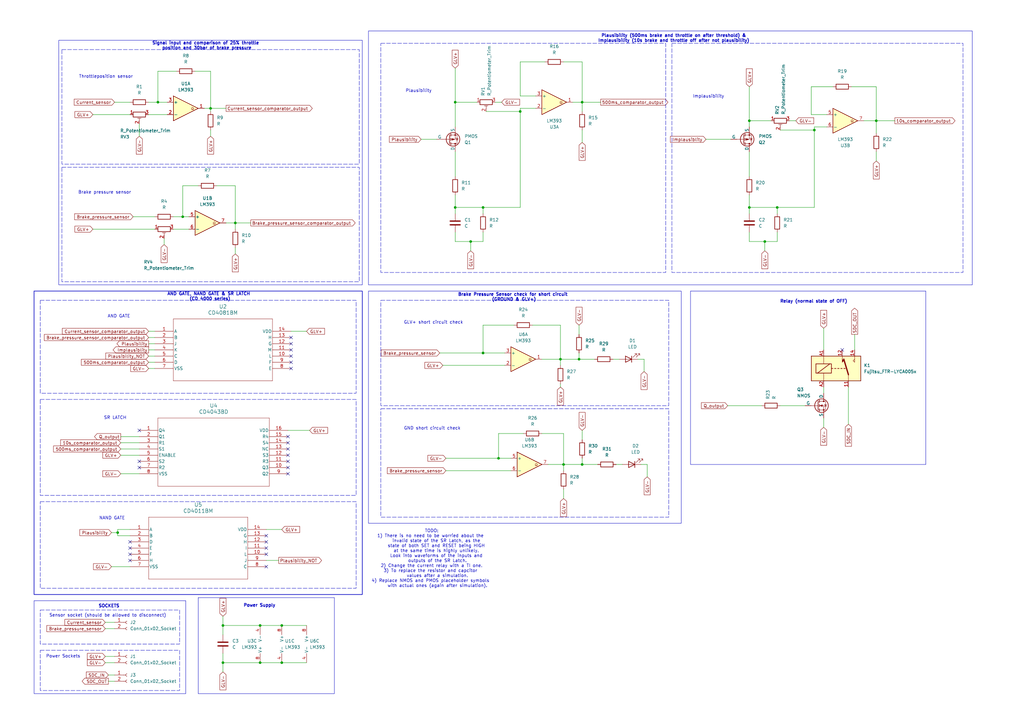
<source format=kicad_sch>
(kicad_sch
	(version 20231120)
	(generator "eeschema")
	(generator_version "8.0")
	(uuid "75cbf48b-d278-4edd-9c64-15b492c5d252")
	(paper "A3")
	(lib_symbols
		(symbol "CD4011BM:CD4011BM"
			(pin_names
				(offset 0.254)
			)
			(exclude_from_sim no)
			(in_bom yes)
			(on_board yes)
			(property "Reference" "U"
				(at 27.94 10.16 0)
				(effects
					(font
						(size 1.524 1.524)
					)
				)
			)
			(property "Value" "CD4011BM"
				(at 27.94 7.62 0)
				(effects
					(font
						(size 1.524 1.524)
					)
				)
			)
			(property "Footprint" "D14"
				(at 0 0 0)
				(effects
					(font
						(size 1.27 1.27)
						(italic yes)
					)
					(hide yes)
				)
			)
			(property "Datasheet" "CD4011BM"
				(at 0 0 0)
				(effects
					(font
						(size 1.27 1.27)
						(italic yes)
					)
					(hide yes)
				)
			)
			(property "Description" ""
				(at 0 0 0)
				(effects
					(font
						(size 1.27 1.27)
					)
					(hide yes)
				)
			)
			(property "ki_locked" ""
				(at 0 0 0)
				(effects
					(font
						(size 1.27 1.27)
					)
				)
			)
			(property "ki_keywords" "CD4011BM"
				(at 0 0 0)
				(effects
					(font
						(size 1.27 1.27)
					)
					(hide yes)
				)
			)
			(property "ki_fp_filters" "D14 D14-M D14-L"
				(at 0 0 0)
				(effects
					(font
						(size 1.27 1.27)
					)
					(hide yes)
				)
			)
			(symbol "CD4011BM_0_1"
				(polyline
					(pts
						(xy 7.62 -20.32) (xy 48.26 -20.32)
					)
					(stroke
						(width 0.127)
						(type default)
					)
					(fill
						(type none)
					)
				)
				(polyline
					(pts
						(xy 7.62 5.08) (xy 7.62 -20.32)
					)
					(stroke
						(width 0.127)
						(type default)
					)
					(fill
						(type none)
					)
				)
				(polyline
					(pts
						(xy 48.26 -20.32) (xy 48.26 5.08)
					)
					(stroke
						(width 0.127)
						(type default)
					)
					(fill
						(type none)
					)
				)
				(polyline
					(pts
						(xy 48.26 5.08) (xy 7.62 5.08)
					)
					(stroke
						(width 0.127)
						(type default)
					)
					(fill
						(type none)
					)
				)
				(pin input line
					(at 0 0 0)
					(length 7.62)
					(name "A"
						(effects
							(font
								(size 1.27 1.27)
							)
						)
					)
					(number "1"
						(effects
							(font
								(size 1.27 1.27)
							)
						)
					)
				)
				(pin output line
					(at 55.88 -10.16 180)
					(length 7.62)
					(name "L"
						(effects
							(font
								(size 1.27 1.27)
							)
						)
					)
					(number "10"
						(effects
							(font
								(size 1.27 1.27)
							)
						)
					)
				)
				(pin output line
					(at 55.88 -7.62 180)
					(length 7.62)
					(name "I"
						(effects
							(font
								(size 1.27 1.27)
							)
						)
					)
					(number "11"
						(effects
							(font
								(size 1.27 1.27)
							)
						)
					)
				)
				(pin input line
					(at 55.88 -5.08 180)
					(length 7.62)
					(name "H"
						(effects
							(font
								(size 1.27 1.27)
							)
						)
					)
					(number "12"
						(effects
							(font
								(size 1.27 1.27)
							)
						)
					)
				)
				(pin input line
					(at 55.88 -2.54 180)
					(length 7.62)
					(name "G"
						(effects
							(font
								(size 1.27 1.27)
							)
						)
					)
					(number "13"
						(effects
							(font
								(size 1.27 1.27)
							)
						)
					)
				)
				(pin power_in line
					(at 55.88 0 180)
					(length 7.62)
					(name "VDD"
						(effects
							(font
								(size 1.27 1.27)
							)
						)
					)
					(number "14"
						(effects
							(font
								(size 1.27 1.27)
							)
						)
					)
				)
				(pin input line
					(at 0 -2.54 0)
					(length 7.62)
					(name "B"
						(effects
							(font
								(size 1.27 1.27)
							)
						)
					)
					(number "2"
						(effects
							(font
								(size 1.27 1.27)
							)
						)
					)
				)
				(pin input line
					(at 0 -5.08 0)
					(length 7.62)
					(name "D"
						(effects
							(font
								(size 1.27 1.27)
							)
						)
					)
					(number "3"
						(effects
							(font
								(size 1.27 1.27)
							)
						)
					)
				)
				(pin input line
					(at 0 -7.62 0)
					(length 7.62)
					(name "E"
						(effects
							(font
								(size 1.27 1.27)
							)
						)
					)
					(number "4"
						(effects
							(font
								(size 1.27 1.27)
							)
						)
					)
				)
				(pin input line
					(at 0 -10.16 0)
					(length 7.62)
					(name "F"
						(effects
							(font
								(size 1.27 1.27)
							)
						)
					)
					(number "5"
						(effects
							(font
								(size 1.27 1.27)
							)
						)
					)
				)
				(pin output line
					(at 0 -12.7 0)
					(length 7.62)
					(name "H"
						(effects
							(font
								(size 1.27 1.27)
							)
						)
					)
					(number "6"
						(effects
							(font
								(size 1.27 1.27)
							)
						)
					)
				)
				(pin power_in line
					(at 0 -15.24 0)
					(length 7.62)
					(name "VSS"
						(effects
							(font
								(size 1.27 1.27)
							)
						)
					)
					(number "7"
						(effects
							(font
								(size 1.27 1.27)
							)
						)
					)
				)
				(pin input line
					(at 55.88 -15.24 180)
					(length 7.62)
					(name "C"
						(effects
							(font
								(size 1.27 1.27)
							)
						)
					)
					(number "8"
						(effects
							(font
								(size 1.27 1.27)
							)
						)
					)
				)
				(pin output line
					(at 55.88 -12.7 180)
					(length 7.62)
					(name "J"
						(effects
							(font
								(size 1.27 1.27)
							)
						)
					)
					(number "9"
						(effects
							(font
								(size 1.27 1.27)
							)
						)
					)
				)
			)
		)
		(symbol "CD4043BD:CD4043BD"
			(pin_names
				(offset 0.254)
			)
			(exclude_from_sim no)
			(in_bom yes)
			(on_board yes)
			(property "Reference" "U"
				(at 30.48 10.16 0)
				(effects
					(font
						(size 1.524 1.524)
					)
				)
			)
			(property "Value" "CD4043BD"
				(at 30.48 7.62 0)
				(effects
					(font
						(size 1.524 1.524)
					)
				)
			)
			(property "Footprint" "D16"
				(at 0 0 0)
				(effects
					(font
						(size 1.27 1.27)
						(italic yes)
					)
					(hide yes)
				)
			)
			(property "Datasheet" "CD4043BD"
				(at 0 0 0)
				(effects
					(font
						(size 1.27 1.27)
						(italic yes)
					)
					(hide yes)
				)
			)
			(property "Description" ""
				(at 0 0 0)
				(effects
					(font
						(size 1.27 1.27)
					)
					(hide yes)
				)
			)
			(property "ki_locked" ""
				(at 0 0 0)
				(effects
					(font
						(size 1.27 1.27)
					)
				)
			)
			(property "ki_keywords" "CD4043BD"
				(at 0 0 0)
				(effects
					(font
						(size 1.27 1.27)
					)
					(hide yes)
				)
			)
			(property "ki_fp_filters" "D16 D16-M D16-L"
				(at 0 0 0)
				(effects
					(font
						(size 1.27 1.27)
					)
					(hide yes)
				)
			)
			(symbol "CD4043BD_0_1"
				(polyline
					(pts
						(xy 7.62 -22.86) (xy 53.34 -22.86)
					)
					(stroke
						(width 0.127)
						(type default)
					)
					(fill
						(type none)
					)
				)
				(polyline
					(pts
						(xy 7.62 5.08) (xy 7.62 -22.86)
					)
					(stroke
						(width 0.127)
						(type default)
					)
					(fill
						(type none)
					)
				)
				(polyline
					(pts
						(xy 53.34 -22.86) (xy 53.34 5.08)
					)
					(stroke
						(width 0.127)
						(type default)
					)
					(fill
						(type none)
					)
				)
				(polyline
					(pts
						(xy 53.34 5.08) (xy 7.62 5.08)
					)
					(stroke
						(width 0.127)
						(type default)
					)
					(fill
						(type none)
					)
				)
				(pin output line
					(at 0 0 0)
					(length 7.62)
					(name "Q4"
						(effects
							(font
								(size 1.27 1.27)
							)
						)
					)
					(number "1"
						(effects
							(font
								(size 1.27 1.27)
							)
						)
					)
				)
				(pin output line
					(at 60.96 -15.24 180)
					(length 7.62)
					(name "Q3"
						(effects
							(font
								(size 1.27 1.27)
							)
						)
					)
					(number "10"
						(effects
							(font
								(size 1.27 1.27)
							)
						)
					)
				)
				(pin input line
					(at 60.96 -12.7 180)
					(length 7.62)
					(name "R3"
						(effects
							(font
								(size 1.27 1.27)
							)
						)
					)
					(number "11"
						(effects
							(font
								(size 1.27 1.27)
							)
						)
					)
				)
				(pin input line
					(at 60.96 -10.16 180)
					(length 7.62)
					(name "S3"
						(effects
							(font
								(size 1.27 1.27)
							)
						)
					)
					(number "12"
						(effects
							(font
								(size 1.27 1.27)
							)
						)
					)
				)
				(pin input line
					(at 60.96 -7.62 180)
					(length 7.62)
					(name "NC"
						(effects
							(font
								(size 1.27 1.27)
							)
						)
					)
					(number "13"
						(effects
							(font
								(size 1.27 1.27)
							)
						)
					)
				)
				(pin input line
					(at 60.96 -5.08 180)
					(length 7.62)
					(name "S4"
						(effects
							(font
								(size 1.27 1.27)
							)
						)
					)
					(number "14"
						(effects
							(font
								(size 1.27 1.27)
							)
						)
					)
				)
				(pin input line
					(at 60.96 -2.54 180)
					(length 7.62)
					(name "R4"
						(effects
							(font
								(size 1.27 1.27)
							)
						)
					)
					(number "15"
						(effects
							(font
								(size 1.27 1.27)
							)
						)
					)
				)
				(pin power_in line
					(at 60.96 0 180)
					(length 7.62)
					(name "VDD"
						(effects
							(font
								(size 1.27 1.27)
							)
						)
					)
					(number "16"
						(effects
							(font
								(size 1.27 1.27)
							)
						)
					)
				)
				(pin output line
					(at 0 -2.54 0)
					(length 7.62)
					(name "Q1"
						(effects
							(font
								(size 1.27 1.27)
							)
						)
					)
					(number "2"
						(effects
							(font
								(size 1.27 1.27)
							)
						)
					)
				)
				(pin input line
					(at 0 -5.08 0)
					(length 7.62)
					(name "R1"
						(effects
							(font
								(size 1.27 1.27)
							)
						)
					)
					(number "3"
						(effects
							(font
								(size 1.27 1.27)
							)
						)
					)
				)
				(pin input line
					(at 0 -7.62 0)
					(length 7.62)
					(name "S1"
						(effects
							(font
								(size 1.27 1.27)
							)
						)
					)
					(number "4"
						(effects
							(font
								(size 1.27 1.27)
							)
						)
					)
				)
				(pin input line
					(at 0 -10.16 0)
					(length 7.62)
					(name "ENABLE"
						(effects
							(font
								(size 1.27 1.27)
							)
						)
					)
					(number "5"
						(effects
							(font
								(size 1.27 1.27)
							)
						)
					)
				)
				(pin input line
					(at 0 -12.7 0)
					(length 7.62)
					(name "S2"
						(effects
							(font
								(size 1.27 1.27)
							)
						)
					)
					(number "6"
						(effects
							(font
								(size 1.27 1.27)
							)
						)
					)
				)
				(pin input line
					(at 0 -15.24 0)
					(length 7.62)
					(name "R2"
						(effects
							(font
								(size 1.27 1.27)
							)
						)
					)
					(number "7"
						(effects
							(font
								(size 1.27 1.27)
							)
						)
					)
				)
				(pin power_in line
					(at 0 -17.78 0)
					(length 7.62)
					(name "VSS"
						(effects
							(font
								(size 1.27 1.27)
							)
						)
					)
					(number "8"
						(effects
							(font
								(size 1.27 1.27)
							)
						)
					)
				)
				(pin output line
					(at 60.96 -17.78 180)
					(length 7.62)
					(name "Q2"
						(effects
							(font
								(size 1.27 1.27)
							)
						)
					)
					(number "9"
						(effects
							(font
								(size 1.27 1.27)
							)
						)
					)
				)
			)
		)
		(symbol "CD4081B:CD4081BM"
			(pin_names
				(offset 0.254)
			)
			(exclude_from_sim no)
			(in_bom yes)
			(on_board yes)
			(property "Reference" "U"
				(at 27.94 10.16 0)
				(effects
					(font
						(size 1.524 1.524)
					)
				)
			)
			(property "Value" "CD4081BM"
				(at 27.94 7.62 0)
				(effects
					(font
						(size 1.524 1.524)
					)
				)
			)
			(property "Footprint" "D14"
				(at 32.512 -24.638 0)
				(effects
					(font
						(size 1.27 1.27)
						(italic yes)
					)
					(hide yes)
				)
			)
			(property "Datasheet" "CD4081BM"
				(at 32.512 -22.352 0)
				(effects
					(font
						(size 1.27 1.27)
						(italic yes)
					)
					(hide yes)
				)
			)
			(property "Description" ""
				(at 0 0 0)
				(effects
					(font
						(size 1.27 1.27)
					)
					(hide yes)
				)
			)
			(property "ki_locked" ""
				(at 0 0 0)
				(effects
					(font
						(size 1.27 1.27)
					)
				)
			)
			(property "ki_keywords" "CD4081BM"
				(at 0 0 0)
				(effects
					(font
						(size 1.27 1.27)
					)
					(hide yes)
				)
			)
			(property "ki_fp_filters" "D14 D14-M D14-L"
				(at 0 0 0)
				(effects
					(font
						(size 1.27 1.27)
					)
					(hide yes)
				)
			)
			(symbol "CD4081BM_0_1"
				(polyline
					(pts
						(xy 7.62 -20.32) (xy 48.26 -20.32)
					)
					(stroke
						(width 0.127)
						(type default)
					)
					(fill
						(type none)
					)
				)
				(polyline
					(pts
						(xy 7.62 5.08) (xy 7.62 -20.32)
					)
					(stroke
						(width 0.127)
						(type default)
					)
					(fill
						(type none)
					)
				)
				(polyline
					(pts
						(xy 48.26 -20.32) (xy 48.26 5.08)
					)
					(stroke
						(width 0.127)
						(type default)
					)
					(fill
						(type none)
					)
				)
				(polyline
					(pts
						(xy 48.26 5.08) (xy 7.62 5.08)
					)
					(stroke
						(width 0.127)
						(type default)
					)
					(fill
						(type none)
					)
				)
				(pin input line
					(at 0 0 0)
					(length 7.62)
					(name "A"
						(effects
							(font
								(size 1.27 1.27)
							)
						)
					)
					(number "1"
						(effects
							(font
								(size 1.27 1.27)
							)
						)
					)
				)
				(pin output line
					(at 55.88 -10.16 180)
					(length 7.62)
					(name "L"
						(effects
							(font
								(size 1.27 1.27)
							)
						)
					)
					(number "10"
						(effects
							(font
								(size 1.27 1.27)
							)
						)
					)
				)
				(pin output line
					(at 55.88 -7.62 180)
					(length 7.62)
					(name "M"
						(effects
							(font
								(size 1.27 1.27)
							)
						)
					)
					(number "11"
						(effects
							(font
								(size 1.27 1.27)
							)
						)
					)
				)
				(pin input line
					(at 55.88 -5.08 180)
					(length 7.62)
					(name "G"
						(effects
							(font
								(size 1.27 1.27)
							)
						)
					)
					(number "12"
						(effects
							(font
								(size 1.27 1.27)
							)
						)
					)
				)
				(pin input line
					(at 55.88 -2.54 180)
					(length 7.62)
					(name "H"
						(effects
							(font
								(size 1.27 1.27)
							)
						)
					)
					(number "13"
						(effects
							(font
								(size 1.27 1.27)
							)
						)
					)
				)
				(pin power_in line
					(at 55.88 0 180)
					(length 7.62)
					(name "VDD"
						(effects
							(font
								(size 1.27 1.27)
							)
						)
					)
					(number "14"
						(effects
							(font
								(size 1.27 1.27)
							)
						)
					)
				)
				(pin input line
					(at 0 -2.54 0)
					(length 7.62)
					(name "B"
						(effects
							(font
								(size 1.27 1.27)
							)
						)
					)
					(number "2"
						(effects
							(font
								(size 1.27 1.27)
							)
						)
					)
				)
				(pin output line
					(at 0 -5.08 0)
					(length 7.62)
					(name "J"
						(effects
							(font
								(size 1.27 1.27)
							)
						)
					)
					(number "3"
						(effects
							(font
								(size 1.27 1.27)
							)
						)
					)
				)
				(pin output line
					(at 0 -7.62 0)
					(length 7.62)
					(name "K"
						(effects
							(font
								(size 1.27 1.27)
							)
						)
					)
					(number "4"
						(effects
							(font
								(size 1.27 1.27)
							)
						)
					)
				)
				(pin input line
					(at 0 -10.16 0)
					(length 7.62)
					(name "C"
						(effects
							(font
								(size 1.27 1.27)
							)
						)
					)
					(number "5"
						(effects
							(font
								(size 1.27 1.27)
							)
						)
					)
				)
				(pin input line
					(at 0 -12.7 0)
					(length 7.62)
					(name "D"
						(effects
							(font
								(size 1.27 1.27)
							)
						)
					)
					(number "6"
						(effects
							(font
								(size 1.27 1.27)
							)
						)
					)
				)
				(pin power_in line
					(at 0 -15.24 0)
					(length 7.62)
					(name "VSS"
						(effects
							(font
								(size 1.27 1.27)
							)
						)
					)
					(number "7"
						(effects
							(font
								(size 1.27 1.27)
							)
						)
					)
				)
				(pin input line
					(at 55.88 -15.24 180)
					(length 7.62)
					(name "E"
						(effects
							(font
								(size 1.27 1.27)
							)
						)
					)
					(number "8"
						(effects
							(font
								(size 1.27 1.27)
							)
						)
					)
				)
				(pin input line
					(at 55.88 -12.7 180)
					(length 7.62)
					(name "F"
						(effects
							(font
								(size 1.27 1.27)
							)
						)
					)
					(number "9"
						(effects
							(font
								(size 1.27 1.27)
							)
						)
					)
				)
			)
		)
		(symbol "Comparator:LM393"
			(pin_names
				(offset 0.127)
			)
			(exclude_from_sim no)
			(in_bom yes)
			(on_board yes)
			(property "Reference" "U"
				(at 3.81 3.81 0)
				(effects
					(font
						(size 1.27 1.27)
					)
				)
			)
			(property "Value" "LM393"
				(at 6.35 -3.81 0)
				(effects
					(font
						(size 1.27 1.27)
					)
				)
			)
			(property "Footprint" ""
				(at 0 0 0)
				(effects
					(font
						(size 1.27 1.27)
					)
					(hide yes)
				)
			)
			(property "Datasheet" "http://www.ti.com/lit/ds/symlink/lm393.pdf"
				(at 0 0 0)
				(effects
					(font
						(size 1.27 1.27)
					)
					(hide yes)
				)
			)
			(property "Description" "Low-Power, Low-Offset Voltage, Dual Comparators, DIP-8/SOIC-8/TO-99-8"
				(at 0 0 0)
				(effects
					(font
						(size 1.27 1.27)
					)
					(hide yes)
				)
			)
			(property "ki_locked" ""
				(at 0 0 0)
				(effects
					(font
						(size 1.27 1.27)
					)
				)
			)
			(property "ki_keywords" "cmp open collector"
				(at 0 0 0)
				(effects
					(font
						(size 1.27 1.27)
					)
					(hide yes)
				)
			)
			(property "ki_fp_filters" "SOIC*3.9x4.9mm*P1.27mm* DIP*W7.62mm* SOP*5.28x5.23mm*P1.27mm* VSSOP*3x3mm*P0.65mm* TSSOP*4.4x3mm*P0.65mm*"
				(at 0 0 0)
				(effects
					(font
						(size 1.27 1.27)
					)
					(hide yes)
				)
			)
			(symbol "LM393_1_1"
				(polyline
					(pts
						(xy -5.08 5.08) (xy 5.08 0) (xy -5.08 -5.08) (xy -5.08 5.08)
					)
					(stroke
						(width 0.254)
						(type default)
					)
					(fill
						(type background)
					)
				)
				(polyline
					(pts
						(xy 3.302 -0.508) (xy 2.794 -0.508) (xy 3.302 0) (xy 2.794 0.508) (xy 2.286 0) (xy 2.794 -0.508)
						(xy 2.286 -0.508)
					)
					(stroke
						(width 0.127)
						(type default)
					)
					(fill
						(type none)
					)
				)
				(pin open_collector line
					(at 7.62 0 180)
					(length 2.54)
					(name "~"
						(effects
							(font
								(size 1.27 1.27)
							)
						)
					)
					(number "1"
						(effects
							(font
								(size 1.27 1.27)
							)
						)
					)
				)
				(pin input line
					(at -7.62 -2.54 0)
					(length 2.54)
					(name "-"
						(effects
							(font
								(size 1.27 1.27)
							)
						)
					)
					(number "2"
						(effects
							(font
								(size 1.27 1.27)
							)
						)
					)
				)
				(pin input line
					(at -7.62 2.54 0)
					(length 2.54)
					(name "+"
						(effects
							(font
								(size 1.27 1.27)
							)
						)
					)
					(number "3"
						(effects
							(font
								(size 1.27 1.27)
							)
						)
					)
				)
			)
			(symbol "LM393_2_1"
				(polyline
					(pts
						(xy -5.08 5.08) (xy 5.08 0) (xy -5.08 -5.08) (xy -5.08 5.08)
					)
					(stroke
						(width 0.254)
						(type default)
					)
					(fill
						(type background)
					)
				)
				(polyline
					(pts
						(xy 3.302 -0.508) (xy 2.794 -0.508) (xy 3.302 0) (xy 2.794 0.508) (xy 2.286 0) (xy 2.794 -0.508)
						(xy 2.286 -0.508)
					)
					(stroke
						(width 0.127)
						(type default)
					)
					(fill
						(type none)
					)
				)
				(pin input line
					(at -7.62 2.54 0)
					(length 2.54)
					(name "+"
						(effects
							(font
								(size 1.27 1.27)
							)
						)
					)
					(number "5"
						(effects
							(font
								(size 1.27 1.27)
							)
						)
					)
				)
				(pin input line
					(at -7.62 -2.54 0)
					(length 2.54)
					(name "-"
						(effects
							(font
								(size 1.27 1.27)
							)
						)
					)
					(number "6"
						(effects
							(font
								(size 1.27 1.27)
							)
						)
					)
				)
				(pin open_collector line
					(at 7.62 0 180)
					(length 2.54)
					(name "~"
						(effects
							(font
								(size 1.27 1.27)
							)
						)
					)
					(number "7"
						(effects
							(font
								(size 1.27 1.27)
							)
						)
					)
				)
			)
			(symbol "LM393_3_1"
				(pin power_in line
					(at -2.54 -7.62 90)
					(length 3.81)
					(name "V-"
						(effects
							(font
								(size 1.27 1.27)
							)
						)
					)
					(number "4"
						(effects
							(font
								(size 1.27 1.27)
							)
						)
					)
				)
				(pin power_in line
					(at -2.54 7.62 270)
					(length 3.81)
					(name "V+"
						(effects
							(font
								(size 1.27 1.27)
							)
						)
					)
					(number "8"
						(effects
							(font
								(size 1.27 1.27)
							)
						)
					)
				)
			)
		)
		(symbol "Connector:Conn_01x02_Socket"
			(pin_names
				(offset 1.016) hide)
			(exclude_from_sim no)
			(in_bom yes)
			(on_board yes)
			(property "Reference" "J"
				(at 0 2.54 0)
				(effects
					(font
						(size 1.27 1.27)
					)
				)
			)
			(property "Value" "Conn_01x02_Socket"
				(at 0 -5.08 0)
				(effects
					(font
						(size 1.27 1.27)
					)
				)
			)
			(property "Footprint" ""
				(at 0 0 0)
				(effects
					(font
						(size 1.27 1.27)
					)
					(hide yes)
				)
			)
			(property "Datasheet" "~"
				(at 0 0 0)
				(effects
					(font
						(size 1.27 1.27)
					)
					(hide yes)
				)
			)
			(property "Description" "Generic connector, single row, 01x02, script generated"
				(at 0 0 0)
				(effects
					(font
						(size 1.27 1.27)
					)
					(hide yes)
				)
			)
			(property "ki_locked" ""
				(at 0 0 0)
				(effects
					(font
						(size 1.27 1.27)
					)
				)
			)
			(property "ki_keywords" "connector"
				(at 0 0 0)
				(effects
					(font
						(size 1.27 1.27)
					)
					(hide yes)
				)
			)
			(property "ki_fp_filters" "Connector*:*_1x??_*"
				(at 0 0 0)
				(effects
					(font
						(size 1.27 1.27)
					)
					(hide yes)
				)
			)
			(symbol "Conn_01x02_Socket_1_1"
				(arc
					(start 0 -2.032)
					(mid -0.5058 -2.54)
					(end 0 -3.048)
					(stroke
						(width 0.1524)
						(type default)
					)
					(fill
						(type none)
					)
				)
				(polyline
					(pts
						(xy -1.27 -2.54) (xy -0.508 -2.54)
					)
					(stroke
						(width 0.1524)
						(type default)
					)
					(fill
						(type none)
					)
				)
				(polyline
					(pts
						(xy -1.27 0) (xy -0.508 0)
					)
					(stroke
						(width 0.1524)
						(type default)
					)
					(fill
						(type none)
					)
				)
				(arc
					(start 0 0.508)
					(mid -0.5058 0)
					(end 0 -0.508)
					(stroke
						(width 0.1524)
						(type default)
					)
					(fill
						(type none)
					)
				)
				(pin passive line
					(at -5.08 0 0)
					(length 3.81)
					(name "Pin_1"
						(effects
							(font
								(size 1.27 1.27)
							)
						)
					)
					(number "1"
						(effects
							(font
								(size 1.27 1.27)
							)
						)
					)
				)
				(pin passive line
					(at -5.08 -2.54 0)
					(length 3.81)
					(name "Pin_2"
						(effects
							(font
								(size 1.27 1.27)
							)
						)
					)
					(number "2"
						(effects
							(font
								(size 1.27 1.27)
							)
						)
					)
				)
			)
		)
		(symbol "Device:C"
			(pin_numbers hide)
			(pin_names
				(offset 0.254)
			)
			(exclude_from_sim no)
			(in_bom yes)
			(on_board yes)
			(property "Reference" "C"
				(at 0.635 2.54 0)
				(effects
					(font
						(size 1.27 1.27)
					)
					(justify left)
				)
			)
			(property "Value" "C"
				(at 0.635 -2.54 0)
				(effects
					(font
						(size 1.27 1.27)
					)
					(justify left)
				)
			)
			(property "Footprint" ""
				(at 0.9652 -3.81 0)
				(effects
					(font
						(size 1.27 1.27)
					)
					(hide yes)
				)
			)
			(property "Datasheet" "~"
				(at 0 0 0)
				(effects
					(font
						(size 1.27 1.27)
					)
					(hide yes)
				)
			)
			(property "Description" "Unpolarized capacitor"
				(at 0 0 0)
				(effects
					(font
						(size 1.27 1.27)
					)
					(hide yes)
				)
			)
			(property "ki_keywords" "cap capacitor"
				(at 0 0 0)
				(effects
					(font
						(size 1.27 1.27)
					)
					(hide yes)
				)
			)
			(property "ki_fp_filters" "C_*"
				(at 0 0 0)
				(effects
					(font
						(size 1.27 1.27)
					)
					(hide yes)
				)
			)
			(symbol "C_0_1"
				(polyline
					(pts
						(xy -2.032 -0.762) (xy 2.032 -0.762)
					)
					(stroke
						(width 0.508)
						(type default)
					)
					(fill
						(type none)
					)
				)
				(polyline
					(pts
						(xy -2.032 0.762) (xy 2.032 0.762)
					)
					(stroke
						(width 0.508)
						(type default)
					)
					(fill
						(type none)
					)
				)
			)
			(symbol "C_1_1"
				(pin passive line
					(at 0 3.81 270)
					(length 2.794)
					(name "~"
						(effects
							(font
								(size 1.27 1.27)
							)
						)
					)
					(number "1"
						(effects
							(font
								(size 1.27 1.27)
							)
						)
					)
				)
				(pin passive line
					(at 0 -3.81 90)
					(length 2.794)
					(name "~"
						(effects
							(font
								(size 1.27 1.27)
							)
						)
					)
					(number "2"
						(effects
							(font
								(size 1.27 1.27)
							)
						)
					)
				)
			)
		)
		(symbol "Device:LED"
			(pin_numbers hide)
			(pin_names
				(offset 1.016) hide)
			(exclude_from_sim no)
			(in_bom yes)
			(on_board yes)
			(property "Reference" "D"
				(at 0 2.54 0)
				(effects
					(font
						(size 1.27 1.27)
					)
				)
			)
			(property "Value" "LED"
				(at 0 -2.54 0)
				(effects
					(font
						(size 1.27 1.27)
					)
				)
			)
			(property "Footprint" ""
				(at 0 0 0)
				(effects
					(font
						(size 1.27 1.27)
					)
					(hide yes)
				)
			)
			(property "Datasheet" "~"
				(at 0 0 0)
				(effects
					(font
						(size 1.27 1.27)
					)
					(hide yes)
				)
			)
			(property "Description" "Light emitting diode"
				(at 0 0 0)
				(effects
					(font
						(size 1.27 1.27)
					)
					(hide yes)
				)
			)
			(property "ki_keywords" "LED diode"
				(at 0 0 0)
				(effects
					(font
						(size 1.27 1.27)
					)
					(hide yes)
				)
			)
			(property "ki_fp_filters" "LED* LED_SMD:* LED_THT:*"
				(at 0 0 0)
				(effects
					(font
						(size 1.27 1.27)
					)
					(hide yes)
				)
			)
			(symbol "LED_0_1"
				(polyline
					(pts
						(xy -1.27 -1.27) (xy -1.27 1.27)
					)
					(stroke
						(width 0.254)
						(type default)
					)
					(fill
						(type none)
					)
				)
				(polyline
					(pts
						(xy -1.27 0) (xy 1.27 0)
					)
					(stroke
						(width 0)
						(type default)
					)
					(fill
						(type none)
					)
				)
				(polyline
					(pts
						(xy 1.27 -1.27) (xy 1.27 1.27) (xy -1.27 0) (xy 1.27 -1.27)
					)
					(stroke
						(width 0.254)
						(type default)
					)
					(fill
						(type none)
					)
				)
				(polyline
					(pts
						(xy -3.048 -0.762) (xy -4.572 -2.286) (xy -3.81 -2.286) (xy -4.572 -2.286) (xy -4.572 -1.524)
					)
					(stroke
						(width 0)
						(type default)
					)
					(fill
						(type none)
					)
				)
				(polyline
					(pts
						(xy -1.778 -0.762) (xy -3.302 -2.286) (xy -2.54 -2.286) (xy -3.302 -2.286) (xy -3.302 -1.524)
					)
					(stroke
						(width 0)
						(type default)
					)
					(fill
						(type none)
					)
				)
			)
			(symbol "LED_1_1"
				(pin passive line
					(at -3.81 0 0)
					(length 2.54)
					(name "K"
						(effects
							(font
								(size 1.27 1.27)
							)
						)
					)
					(number "1"
						(effects
							(font
								(size 1.27 1.27)
							)
						)
					)
				)
				(pin passive line
					(at 3.81 0 180)
					(length 2.54)
					(name "A"
						(effects
							(font
								(size 1.27 1.27)
							)
						)
					)
					(number "2"
						(effects
							(font
								(size 1.27 1.27)
							)
						)
					)
				)
			)
		)
		(symbol "Device:R"
			(pin_numbers hide)
			(pin_names
				(offset 0)
			)
			(exclude_from_sim no)
			(in_bom yes)
			(on_board yes)
			(property "Reference" "R"
				(at 2.032 0 90)
				(effects
					(font
						(size 1.27 1.27)
					)
				)
			)
			(property "Value" "R"
				(at 0 0 90)
				(effects
					(font
						(size 1.27 1.27)
					)
				)
			)
			(property "Footprint" ""
				(at -1.778 0 90)
				(effects
					(font
						(size 1.27 1.27)
					)
					(hide yes)
				)
			)
			(property "Datasheet" "~"
				(at 0 0 0)
				(effects
					(font
						(size 1.27 1.27)
					)
					(hide yes)
				)
			)
			(property "Description" "Resistor"
				(at 0 0 0)
				(effects
					(font
						(size 1.27 1.27)
					)
					(hide yes)
				)
			)
			(property "ki_keywords" "R res resistor"
				(at 0 0 0)
				(effects
					(font
						(size 1.27 1.27)
					)
					(hide yes)
				)
			)
			(property "ki_fp_filters" "R_*"
				(at 0 0 0)
				(effects
					(font
						(size 1.27 1.27)
					)
					(hide yes)
				)
			)
			(symbol "R_0_1"
				(rectangle
					(start -1.016 -2.54)
					(end 1.016 2.54)
					(stroke
						(width 0.254)
						(type default)
					)
					(fill
						(type none)
					)
				)
			)
			(symbol "R_1_1"
				(pin passive line
					(at 0 3.81 270)
					(length 1.27)
					(name "~"
						(effects
							(font
								(size 1.27 1.27)
							)
						)
					)
					(number "1"
						(effects
							(font
								(size 1.27 1.27)
							)
						)
					)
				)
				(pin passive line
					(at 0 -3.81 90)
					(length 1.27)
					(name "~"
						(effects
							(font
								(size 1.27 1.27)
							)
						)
					)
					(number "2"
						(effects
							(font
								(size 1.27 1.27)
							)
						)
					)
				)
			)
		)
		(symbol "Device:R_Potentiometer_Trim"
			(pin_names
				(offset 1.016) hide)
			(exclude_from_sim no)
			(in_bom yes)
			(on_board yes)
			(property "Reference" "RV"
				(at -4.445 0 90)
				(effects
					(font
						(size 1.27 1.27)
					)
				)
			)
			(property "Value" "R_Potentiometer_Trim"
				(at -2.54 0 90)
				(effects
					(font
						(size 1.27 1.27)
					)
				)
			)
			(property "Footprint" ""
				(at 0 0 0)
				(effects
					(font
						(size 1.27 1.27)
					)
					(hide yes)
				)
			)
			(property "Datasheet" "~"
				(at 0 0 0)
				(effects
					(font
						(size 1.27 1.27)
					)
					(hide yes)
				)
			)
			(property "Description" "Trim-potentiometer"
				(at 0 0 0)
				(effects
					(font
						(size 1.27 1.27)
					)
					(hide yes)
				)
			)
			(property "ki_keywords" "resistor variable trimpot trimmer"
				(at 0 0 0)
				(effects
					(font
						(size 1.27 1.27)
					)
					(hide yes)
				)
			)
			(property "ki_fp_filters" "Potentiometer*"
				(at 0 0 0)
				(effects
					(font
						(size 1.27 1.27)
					)
					(hide yes)
				)
			)
			(symbol "R_Potentiometer_Trim_0_1"
				(polyline
					(pts
						(xy 1.524 0.762) (xy 1.524 -0.762)
					)
					(stroke
						(width 0)
						(type default)
					)
					(fill
						(type none)
					)
				)
				(polyline
					(pts
						(xy 2.54 0) (xy 1.524 0)
					)
					(stroke
						(width 0)
						(type default)
					)
					(fill
						(type none)
					)
				)
				(rectangle
					(start 1.016 2.54)
					(end -1.016 -2.54)
					(stroke
						(width 0.254)
						(type default)
					)
					(fill
						(type none)
					)
				)
			)
			(symbol "R_Potentiometer_Trim_1_1"
				(pin passive line
					(at 0 3.81 270)
					(length 1.27)
					(name "1"
						(effects
							(font
								(size 1.27 1.27)
							)
						)
					)
					(number "1"
						(effects
							(font
								(size 1.27 1.27)
							)
						)
					)
				)
				(pin passive line
					(at 3.81 0 180)
					(length 1.27)
					(name "2"
						(effects
							(font
								(size 1.27 1.27)
							)
						)
					)
					(number "2"
						(effects
							(font
								(size 1.27 1.27)
							)
						)
					)
				)
				(pin passive line
					(at 0 -3.81 90)
					(length 1.27)
					(name "3"
						(effects
							(font
								(size 1.27 1.27)
							)
						)
					)
					(number "3"
						(effects
							(font
								(size 1.27 1.27)
							)
						)
					)
				)
			)
		)
		(symbol "Relay:Fujitsu_FTR-LYCA005x"
			(exclude_from_sim no)
			(in_bom yes)
			(on_board yes)
			(property "Reference" "K"
				(at 11.43 3.81 0)
				(effects
					(font
						(size 1.27 1.27)
					)
					(justify left)
				)
			)
			(property "Value" "Fujitsu_FTR-LYCA005x"
				(at 11.43 1.27 0)
				(effects
					(font
						(size 1.27 1.27)
					)
					(justify left)
				)
			)
			(property "Footprint" "Relay_THT:Relay_SPDT_Fujitsu_FTR-LYCA005x_FormC_Vertical"
				(at 11.43 -1.27 0)
				(effects
					(font
						(size 1.27 1.27)
					)
					(justify left)
					(hide yes)
				)
			)
			(property "Datasheet" "https://www.fujitsu.com/sg/imagesgig5/ftr-ly.pdf"
				(at 16.51 -3.81 0)
				(effects
					(font
						(size 1.27 1.27)
					)
					(justify left)
					(hide yes)
				)
			)
			(property "Description" "Relay, SPDT Form C, vertical mount, 5-60V coil, 6A, 250VAC, 28 x 5 x 15mm"
				(at 0 0 0)
				(effects
					(font
						(size 1.27 1.27)
					)
					(hide yes)
				)
			)
			(property "ki_keywords" "6A SPDT Relay"
				(at 0 0 0)
				(effects
					(font
						(size 1.27 1.27)
					)
					(hide yes)
				)
			)
			(property "ki_fp_filters" "Relay*Fujitsu*FTR?LYC*"
				(at 0 0 0)
				(effects
					(font
						(size 1.27 1.27)
					)
					(hide yes)
				)
			)
			(symbol "Fujitsu_FTR-LYCA005x_0_0"
				(polyline
					(pts
						(xy 7.62 5.08) (xy 7.62 2.54) (xy 6.985 3.175) (xy 7.62 3.81)
					)
					(stroke
						(width 0)
						(type default)
					)
					(fill
						(type none)
					)
				)
			)
			(symbol "Fujitsu_FTR-LYCA005x_0_1"
				(rectangle
					(start -10.16 5.08)
					(end 10.16 -5.08)
					(stroke
						(width 0.254)
						(type default)
					)
					(fill
						(type background)
					)
				)
				(rectangle
					(start -8.255 1.905)
					(end -1.905 -1.905)
					(stroke
						(width 0.254)
						(type default)
					)
					(fill
						(type none)
					)
				)
				(polyline
					(pts
						(xy -7.62 -1.905) (xy -2.54 1.905)
					)
					(stroke
						(width 0.254)
						(type default)
					)
					(fill
						(type none)
					)
				)
				(polyline
					(pts
						(xy -5.08 -5.08) (xy -5.08 -1.905)
					)
					(stroke
						(width 0)
						(type default)
					)
					(fill
						(type none)
					)
				)
				(polyline
					(pts
						(xy -5.08 5.08) (xy -5.08 1.905)
					)
					(stroke
						(width 0)
						(type default)
					)
					(fill
						(type none)
					)
				)
				(polyline
					(pts
						(xy -1.905 0) (xy -1.27 0)
					)
					(stroke
						(width 0.254)
						(type default)
					)
					(fill
						(type none)
					)
				)
				(polyline
					(pts
						(xy -0.635 0) (xy 0 0)
					)
					(stroke
						(width 0.254)
						(type default)
					)
					(fill
						(type none)
					)
				)
				(polyline
					(pts
						(xy 0.635 0) (xy 1.27 0)
					)
					(stroke
						(width 0.254)
						(type default)
					)
					(fill
						(type none)
					)
				)
				(polyline
					(pts
						(xy 1.905 0) (xy 2.54 0)
					)
					(stroke
						(width 0.254)
						(type default)
					)
					(fill
						(type none)
					)
				)
				(polyline
					(pts
						(xy 3.175 0) (xy 3.81 0)
					)
					(stroke
						(width 0.254)
						(type default)
					)
					(fill
						(type none)
					)
				)
				(polyline
					(pts
						(xy 5.08 -2.54) (xy 3.175 3.81)
					)
					(stroke
						(width 0.508)
						(type default)
					)
					(fill
						(type none)
					)
				)
				(polyline
					(pts
						(xy 5.08 -2.54) (xy 5.08 -5.08)
					)
					(stroke
						(width 0)
						(type default)
					)
					(fill
						(type none)
					)
				)
				(polyline
					(pts
						(xy 2.54 5.08) (xy 2.54 2.54) (xy 3.175 3.175) (xy 2.54 3.81)
					)
					(stroke
						(width 0)
						(type default)
					)
					(fill
						(type outline)
					)
				)
			)
			(symbol "Fujitsu_FTR-LYCA005x_1_1"
				(pin passive line
					(at 5.08 -7.62 90)
					(length 2.54)
					(name "~"
						(effects
							(font
								(size 1.27 1.27)
							)
						)
					)
					(number "11"
						(effects
							(font
								(size 1.27 1.27)
							)
						)
					)
				)
				(pin passive line
					(at 2.54 7.62 270)
					(length 2.54)
					(name "~"
						(effects
							(font
								(size 1.27 1.27)
							)
						)
					)
					(number "12"
						(effects
							(font
								(size 1.27 1.27)
							)
						)
					)
				)
				(pin passive line
					(at 7.62 7.62 270)
					(length 2.54)
					(name "~"
						(effects
							(font
								(size 1.27 1.27)
							)
						)
					)
					(number "14"
						(effects
							(font
								(size 1.27 1.27)
							)
						)
					)
				)
				(pin passive line
					(at -5.08 7.62 270)
					(length 2.54)
					(name "~"
						(effects
							(font
								(size 1.27 1.27)
							)
						)
					)
					(number "A1"
						(effects
							(font
								(size 1.27 1.27)
							)
						)
					)
				)
				(pin passive line
					(at -5.08 -7.62 90)
					(length 2.54)
					(name "~"
						(effects
							(font
								(size 1.27 1.27)
							)
						)
					)
					(number "A2"
						(effects
							(font
								(size 1.27 1.27)
							)
						)
					)
				)
			)
		)
		(symbol "Simulation_SPICE:NMOS"
			(pin_numbers hide)
			(pin_names
				(offset 0)
			)
			(exclude_from_sim no)
			(in_bom yes)
			(on_board yes)
			(property "Reference" "Q"
				(at 5.08 1.27 0)
				(effects
					(font
						(size 1.27 1.27)
					)
					(justify left)
				)
			)
			(property "Value" "NMOS"
				(at 5.08 -1.27 0)
				(effects
					(font
						(size 1.27 1.27)
					)
					(justify left)
				)
			)
			(property "Footprint" ""
				(at 5.08 2.54 0)
				(effects
					(font
						(size 1.27 1.27)
					)
					(hide yes)
				)
			)
			(property "Datasheet" "https://ngspice.sourceforge.io/docs/ngspice-html-manual/manual.xhtml#cha_MOSFETs"
				(at 0 -12.7 0)
				(effects
					(font
						(size 1.27 1.27)
					)
					(hide yes)
				)
			)
			(property "Description" "N-MOSFET transistor, drain/source/gate"
				(at 0 0 0)
				(effects
					(font
						(size 1.27 1.27)
					)
					(hide yes)
				)
			)
			(property "Sim.Device" "NMOS"
				(at 0 -17.145 0)
				(effects
					(font
						(size 1.27 1.27)
					)
					(hide yes)
				)
			)
			(property "Sim.Type" "VDMOS"
				(at 0 -19.05 0)
				(effects
					(font
						(size 1.27 1.27)
					)
					(hide yes)
				)
			)
			(property "Sim.Pins" "1=D 2=G 3=S"
				(at 0 -15.24 0)
				(effects
					(font
						(size 1.27 1.27)
					)
					(hide yes)
				)
			)
			(property "ki_keywords" "transistor NMOS N-MOS N-MOSFET simulation"
				(at 0 0 0)
				(effects
					(font
						(size 1.27 1.27)
					)
					(hide yes)
				)
			)
			(symbol "NMOS_0_1"
				(polyline
					(pts
						(xy 0.254 0) (xy -2.54 0)
					)
					(stroke
						(width 0)
						(type default)
					)
					(fill
						(type none)
					)
				)
				(polyline
					(pts
						(xy 0.254 1.905) (xy 0.254 -1.905)
					)
					(stroke
						(width 0.254)
						(type default)
					)
					(fill
						(type none)
					)
				)
				(polyline
					(pts
						(xy 0.762 -1.27) (xy 0.762 -2.286)
					)
					(stroke
						(width 0.254)
						(type default)
					)
					(fill
						(type none)
					)
				)
				(polyline
					(pts
						(xy 0.762 0.508) (xy 0.762 -0.508)
					)
					(stroke
						(width 0.254)
						(type default)
					)
					(fill
						(type none)
					)
				)
				(polyline
					(pts
						(xy 0.762 2.286) (xy 0.762 1.27)
					)
					(stroke
						(width 0.254)
						(type default)
					)
					(fill
						(type none)
					)
				)
				(polyline
					(pts
						(xy 2.54 2.54) (xy 2.54 1.778)
					)
					(stroke
						(width 0)
						(type default)
					)
					(fill
						(type none)
					)
				)
				(polyline
					(pts
						(xy 2.54 -2.54) (xy 2.54 0) (xy 0.762 0)
					)
					(stroke
						(width 0)
						(type default)
					)
					(fill
						(type none)
					)
				)
				(polyline
					(pts
						(xy 0.762 -1.778) (xy 3.302 -1.778) (xy 3.302 1.778) (xy 0.762 1.778)
					)
					(stroke
						(width 0)
						(type default)
					)
					(fill
						(type none)
					)
				)
				(polyline
					(pts
						(xy 1.016 0) (xy 2.032 0.381) (xy 2.032 -0.381) (xy 1.016 0)
					)
					(stroke
						(width 0)
						(type default)
					)
					(fill
						(type outline)
					)
				)
				(polyline
					(pts
						(xy 2.794 0.508) (xy 2.921 0.381) (xy 3.683 0.381) (xy 3.81 0.254)
					)
					(stroke
						(width 0)
						(type default)
					)
					(fill
						(type none)
					)
				)
				(polyline
					(pts
						(xy 3.302 0.381) (xy 2.921 -0.254) (xy 3.683 -0.254) (xy 3.302 0.381)
					)
					(stroke
						(width 0)
						(type default)
					)
					(fill
						(type none)
					)
				)
				(circle
					(center 1.651 0)
					(radius 2.794)
					(stroke
						(width 0.254)
						(type default)
					)
					(fill
						(type none)
					)
				)
				(circle
					(center 2.54 -1.778)
					(radius 0.254)
					(stroke
						(width 0)
						(type default)
					)
					(fill
						(type outline)
					)
				)
				(circle
					(center 2.54 1.778)
					(radius 0.254)
					(stroke
						(width 0)
						(type default)
					)
					(fill
						(type outline)
					)
				)
			)
			(symbol "NMOS_1_1"
				(pin passive line
					(at 2.54 5.08 270)
					(length 2.54)
					(name "D"
						(effects
							(font
								(size 1.27 1.27)
							)
						)
					)
					(number "1"
						(effects
							(font
								(size 1.27 1.27)
							)
						)
					)
				)
				(pin input line
					(at -5.08 0 0)
					(length 2.54)
					(name "G"
						(effects
							(font
								(size 1.27 1.27)
							)
						)
					)
					(number "2"
						(effects
							(font
								(size 1.27 1.27)
							)
						)
					)
				)
				(pin passive line
					(at 2.54 -5.08 90)
					(length 2.54)
					(name "S"
						(effects
							(font
								(size 1.27 1.27)
							)
						)
					)
					(number "3"
						(effects
							(font
								(size 1.27 1.27)
							)
						)
					)
				)
			)
		)
		(symbol "Simulation_SPICE:PMOS"
			(pin_numbers hide)
			(pin_names
				(offset 0)
			)
			(exclude_from_sim no)
			(in_bom yes)
			(on_board yes)
			(property "Reference" "Q"
				(at 5.08 1.27 0)
				(effects
					(font
						(size 1.27 1.27)
					)
					(justify left)
				)
			)
			(property "Value" "PMOS"
				(at 5.08 -1.27 0)
				(effects
					(font
						(size 1.27 1.27)
					)
					(justify left)
				)
			)
			(property "Footprint" ""
				(at 5.08 2.54 0)
				(effects
					(font
						(size 1.27 1.27)
					)
					(hide yes)
				)
			)
			(property "Datasheet" "https://ngspice.sourceforge.io/docs/ngspice-html-manual/manual.xhtml#cha_MOSFETs"
				(at 0 -12.7 0)
				(effects
					(font
						(size 1.27 1.27)
					)
					(hide yes)
				)
			)
			(property "Description" "P-MOSFET transistor, drain/source/gate"
				(at 0 0 0)
				(effects
					(font
						(size 1.27 1.27)
					)
					(hide yes)
				)
			)
			(property "Sim.Device" "PMOS"
				(at 0 -17.145 0)
				(effects
					(font
						(size 1.27 1.27)
					)
					(hide yes)
				)
			)
			(property "Sim.Type" "VDMOS"
				(at 0 -19.05 0)
				(effects
					(font
						(size 1.27 1.27)
					)
					(hide yes)
				)
			)
			(property "Sim.Pins" "1=D 2=G 3=S"
				(at 0 -15.24 0)
				(effects
					(font
						(size 1.27 1.27)
					)
					(hide yes)
				)
			)
			(property "ki_keywords" "transistor PMOS P-MOS P-MOSFET simulation"
				(at 0 0 0)
				(effects
					(font
						(size 1.27 1.27)
					)
					(hide yes)
				)
			)
			(symbol "PMOS_0_1"
				(polyline
					(pts
						(xy 0.254 0) (xy -2.54 0)
					)
					(stroke
						(width 0)
						(type default)
					)
					(fill
						(type none)
					)
				)
				(polyline
					(pts
						(xy 0.254 1.905) (xy 0.254 -1.905)
					)
					(stroke
						(width 0.254)
						(type default)
					)
					(fill
						(type none)
					)
				)
				(polyline
					(pts
						(xy 0.762 -1.27) (xy 0.762 -2.286)
					)
					(stroke
						(width 0.254)
						(type default)
					)
					(fill
						(type none)
					)
				)
				(polyline
					(pts
						(xy 0.762 0.508) (xy 0.762 -0.508)
					)
					(stroke
						(width 0.254)
						(type default)
					)
					(fill
						(type none)
					)
				)
				(polyline
					(pts
						(xy 0.762 2.286) (xy 0.762 1.27)
					)
					(stroke
						(width 0.254)
						(type default)
					)
					(fill
						(type none)
					)
				)
				(polyline
					(pts
						(xy 2.54 2.54) (xy 2.54 1.778)
					)
					(stroke
						(width 0)
						(type default)
					)
					(fill
						(type none)
					)
				)
				(polyline
					(pts
						(xy 2.54 -2.54) (xy 2.54 0) (xy 0.762 0)
					)
					(stroke
						(width 0)
						(type default)
					)
					(fill
						(type none)
					)
				)
				(polyline
					(pts
						(xy 0.762 1.778) (xy 3.302 1.778) (xy 3.302 -1.778) (xy 0.762 -1.778)
					)
					(stroke
						(width 0)
						(type default)
					)
					(fill
						(type none)
					)
				)
				(polyline
					(pts
						(xy 2.286 0) (xy 1.27 0.381) (xy 1.27 -0.381) (xy 2.286 0)
					)
					(stroke
						(width 0)
						(type default)
					)
					(fill
						(type outline)
					)
				)
				(polyline
					(pts
						(xy 2.794 -0.508) (xy 2.921 -0.381) (xy 3.683 -0.381) (xy 3.81 -0.254)
					)
					(stroke
						(width 0)
						(type default)
					)
					(fill
						(type none)
					)
				)
				(polyline
					(pts
						(xy 3.302 -0.381) (xy 2.921 0.254) (xy 3.683 0.254) (xy 3.302 -0.381)
					)
					(stroke
						(width 0)
						(type default)
					)
					(fill
						(type none)
					)
				)
				(circle
					(center 1.651 0)
					(radius 2.794)
					(stroke
						(width 0.254)
						(type default)
					)
					(fill
						(type none)
					)
				)
				(circle
					(center 2.54 -1.778)
					(radius 0.254)
					(stroke
						(width 0)
						(type default)
					)
					(fill
						(type outline)
					)
				)
				(circle
					(center 2.54 1.778)
					(radius 0.254)
					(stroke
						(width 0)
						(type default)
					)
					(fill
						(type outline)
					)
				)
			)
			(symbol "PMOS_1_1"
				(pin passive line
					(at 2.54 5.08 270)
					(length 2.54)
					(name "D"
						(effects
							(font
								(size 1.27 1.27)
							)
						)
					)
					(number "1"
						(effects
							(font
								(size 1.27 1.27)
							)
						)
					)
				)
				(pin input line
					(at -5.08 0 0)
					(length 2.54)
					(name "G"
						(effects
							(font
								(size 1.27 1.27)
							)
						)
					)
					(number "2"
						(effects
							(font
								(size 1.27 1.27)
							)
						)
					)
				)
				(pin passive line
					(at 2.54 -5.08 90)
					(length 2.54)
					(name "S"
						(effects
							(font
								(size 1.27 1.27)
							)
						)
					)
					(number "3"
						(effects
							(font
								(size 1.27 1.27)
							)
						)
					)
				)
			)
		)
	)
	(junction
		(at 229.87 147.32)
		(diameter 0)
		(color 0 0 0 0)
		(uuid "032dc857-868c-4f5d-9cca-3e9909ddb463")
	)
	(junction
		(at 359.41 49.53)
		(diameter 0)
		(color 0 0 0 0)
		(uuid "0462cf7f-f150-4fc0-b008-970edebae06d")
	)
	(junction
		(at 96.52 91.44)
		(diameter 0)
		(color 0 0 0 0)
		(uuid "07766baa-56ab-49e2-9f9e-37945e2cfe9e")
	)
	(junction
		(at 318.77 85.09)
		(diameter 0)
		(color 0 0 0 0)
		(uuid "08550d87-609b-4280-9ac0-9482286c154e")
	)
	(junction
		(at 198.12 144.78)
		(diameter 0)
		(color 0 0 0 0)
		(uuid "0ff4c9ef-53bd-4cda-a616-7616bcf590ac")
	)
	(junction
		(at 313.69 99.06)
		(diameter 0)
		(color 0 0 0 0)
		(uuid "15c9ec22-c2f3-4e4e-94c2-6fd3aca7cec2")
	)
	(junction
		(at 237.49 147.32)
		(diameter 0)
		(color 0 0 0 0)
		(uuid "1b186678-5c68-4e84-87f8-6a17535bb863")
	)
	(junction
		(at 238.76 41.91)
		(diameter 0)
		(color 0 0 0 0)
		(uuid "1e2572f6-6c1d-429a-a23c-d8eb71c7116a")
	)
	(junction
		(at 48.26 218.44)
		(diameter 0)
		(color 0 0 0 0)
		(uuid "330a53d1-21c3-4476-abc7-8c4d40b5ad98")
	)
	(junction
		(at 193.04 99.06)
		(diameter 0)
		(color 0 0 0 0)
		(uuid "33b219c7-f121-49b2-8ba6-cc9e9024850c")
	)
	(junction
		(at 334.01 53.34)
		(diameter 0)
		(color 0 0 0 0)
		(uuid "39ba30e9-708c-45df-89f2-9e1fd98413e4")
	)
	(junction
		(at 115.57 271.78)
		(diameter 0)
		(color 0 0 0 0)
		(uuid "3e4c41c2-2f3b-4c24-ba20-e82990699286")
	)
	(junction
		(at 106.68 256.54)
		(diameter 0)
		(color 0 0 0 0)
		(uuid "42401d09-c5ba-484b-8162-f90ea89b5b3a")
	)
	(junction
		(at 186.69 41.91)
		(diameter 0)
		(color 0 0 0 0)
		(uuid "54da5734-8e11-4629-b18c-9baf2d5ba63b")
	)
	(junction
		(at 238.76 190.5)
		(diameter 0)
		(color 0 0 0 0)
		(uuid "58818178-13e7-4d6b-8f05-a3024fa34d07")
	)
	(junction
		(at 86.36 44.45)
		(diameter 0)
		(color 0 0 0 0)
		(uuid "5a9731bd-5592-40bf-ae03-ea813a312b98")
	)
	(junction
		(at 231.14 190.5)
		(diameter 0)
		(color 0 0 0 0)
		(uuid "5c4e136a-ea6d-430a-be86-f1f3ca00c350")
	)
	(junction
		(at 204.47 187.96)
		(diameter 0)
		(color 0 0 0 0)
		(uuid "6baef61c-f9a6-4278-88f8-02730baac1b0")
	)
	(junction
		(at 186.69 85.09)
		(diameter 0)
		(color 0 0 0 0)
		(uuid "77cbe628-359a-4067-b842-8857466fb707")
	)
	(junction
		(at 106.68 271.78)
		(diameter 0)
		(color 0 0 0 0)
		(uuid "93014562-40c8-4ec2-abad-1aaa8b710a89")
	)
	(junction
		(at 115.57 256.54)
		(diameter 0)
		(color 0 0 0 0)
		(uuid "97396998-608d-45e3-a2ca-6670bbe34fc6")
	)
	(junction
		(at 307.34 85.09)
		(diameter 0)
		(color 0 0 0 0)
		(uuid "9c19632c-92f0-4468-b191-7881cb63dc27")
	)
	(junction
		(at 74.93 88.9)
		(diameter 0)
		(color 0 0 0 0)
		(uuid "c3e2ecb4-bcb8-41ce-aedb-1216600191e4")
	)
	(junction
		(at 198.12 85.09)
		(diameter 0)
		(color 0 0 0 0)
		(uuid "c9e578d1-9f06-44b3-859f-fabefd447060")
	)
	(junction
		(at 64.77 41.91)
		(diameter 0)
		(color 0 0 0 0)
		(uuid "ccd6a48c-af2c-471d-9ad2-5ebab30d096d")
	)
	(junction
		(at 91.44 271.78)
		(diameter 0)
		(color 0 0 0 0)
		(uuid "cd10c8b5-7e4f-4077-a886-8acb9a8f4361")
	)
	(junction
		(at 307.34 49.53)
		(diameter 0)
		(color 0 0 0 0)
		(uuid "d015e120-7454-4a3f-a13d-c8fdc869ebba")
	)
	(junction
		(at 213.36 45.72)
		(diameter 0)
		(color 0 0 0 0)
		(uuid "d209245c-0f0a-4309-8e55-4b4c789e2d97")
	)
	(junction
		(at 91.44 256.54)
		(diameter 0)
		(color 0 0 0 0)
		(uuid "d547208b-3c14-4254-9c4d-60574239dc2a")
	)
	(no_connect
		(at 53.34 229.87)
		(uuid "02b217a1-ddbf-4018-813b-e4e7350b0ef8")
	)
	(no_connect
		(at 109.22 227.33)
		(uuid "0fd9979e-c7e3-4c9c-b7e0-84d453aec557")
	)
	(no_connect
		(at 119.38 151.13)
		(uuid "12bef0a0-031e-4551-91c0-ba983beed99c")
	)
	(no_connect
		(at 118.11 191.77)
		(uuid "26263fe1-e345-474f-a371-b67bb70ce1af")
	)
	(no_connect
		(at 109.22 232.41)
		(uuid "3caf1583-af0f-4469-b006-a5c5516854bd")
	)
	(no_connect
		(at 345.44 143.51)
		(uuid "4478ce42-0415-40cb-adbf-8c4ff17b58d3")
	)
	(no_connect
		(at 119.38 138.43)
		(uuid "49ad2dba-f3fc-44cd-a244-1fcd9d1f1bfd")
	)
	(no_connect
		(at 119.38 143.51)
		(uuid "4f85d907-7ae6-4eb2-9aca-6371c567ae57")
	)
	(no_connect
		(at 118.11 184.15)
		(uuid "535765fb-2cc9-4b71-8de4-f7b6597794c3")
	)
	(no_connect
		(at 119.38 140.97)
		(uuid "63118f28-00d3-479f-84e9-38184738410d")
	)
	(no_connect
		(at 57.15 189.23)
		(uuid "64c22f75-00af-4367-a7fa-cc31db0a8187")
	)
	(no_connect
		(at 118.11 181.61)
		(uuid "67c2f119-19d9-4d48-93e5-0cf8b3a345bb")
	)
	(no_connect
		(at 118.11 179.07)
		(uuid "6aa685d5-1c87-40ee-89a3-3f50b22be888")
	)
	(no_connect
		(at 53.34 222.25)
		(uuid "6efc1135-dfb3-4da6-8146-e11231dbd66f")
	)
	(no_connect
		(at 118.11 194.31)
		(uuid "78091c92-6e2a-41ba-ade1-11787d3aded5")
	)
	(no_connect
		(at 53.34 224.79)
		(uuid "93e2f0fb-228a-4c5e-b287-d44866172eda")
	)
	(no_connect
		(at 57.15 176.53)
		(uuid "9d390fc8-3c52-4330-bd20-56b0f4c51a72")
	)
	(no_connect
		(at 57.15 191.77)
		(uuid "b1dc0d4e-4f68-4e5a-b219-b1d7cb4b4e72")
	)
	(no_connect
		(at 119.38 148.59)
		(uuid "b2667910-c9ec-4848-b585-e2ab7a0ade7b")
	)
	(no_connect
		(at 118.11 186.69)
		(uuid "bbd45ae8-fb1c-43c7-b3bd-586e8c2d1d7c")
	)
	(no_connect
		(at 119.38 146.05)
		(uuid "c9825f24-8e6a-44c5-be63-cba9b9806f7c")
	)
	(no_connect
		(at 109.22 219.71)
		(uuid "ce012a74-c388-44d9-9a27-849ce2cfbc91")
	)
	(no_connect
		(at 109.22 224.79)
		(uuid "ce561a5c-f86a-4575-9a1e-e40d07265740")
	)
	(no_connect
		(at 53.34 227.33)
		(uuid "dc86c629-a58d-466e-b514-f8986feae0ed")
	)
	(no_connect
		(at 118.11 189.23)
		(uuid "fb7c410a-1483-4fe3-84bd-40a03d57975a")
	)
	(no_connect
		(at 109.22 222.25)
		(uuid "fd699d4c-f22a-408d-be89-2cdb21cda1c5")
	)
	(wire
		(pts
			(xy 115.57 271.78) (xy 125.73 271.78)
		)
		(stroke
			(width 0)
			(type default)
		)
		(uuid "01c69fb9-80d9-4b8e-8b48-547d269475d1")
	)
	(wire
		(pts
			(xy 318.77 85.09) (xy 318.77 87.63)
		)
		(stroke
			(width 0)
			(type default)
		)
		(uuid "0364a66a-9090-4873-ad78-e5e92d7a6d9c")
	)
	(wire
		(pts
			(xy 204.47 177.8) (xy 214.63 177.8)
		)
		(stroke
			(width 0)
			(type default)
		)
		(uuid "04cd8d95-6505-4490-94d5-48b646bf5958")
	)
	(wire
		(pts
			(xy 307.34 85.09) (xy 318.77 85.09)
		)
		(stroke
			(width 0)
			(type default)
		)
		(uuid "0a726e4e-305c-401a-8c47-a47721b29243")
	)
	(wire
		(pts
			(xy 181.61 149.86) (xy 207.01 149.86)
		)
		(stroke
			(width 0)
			(type default)
		)
		(uuid "0ad007fe-3e2f-4457-945c-9c5842ff2d48")
	)
	(wire
		(pts
			(xy 91.44 256.54) (xy 106.68 256.54)
		)
		(stroke
			(width 0)
			(type default)
		)
		(uuid "0ad14f0d-d78b-4cbb-b126-353d45e17286")
	)
	(wire
		(pts
			(xy 48.26 218.44) (xy 48.26 219.71)
		)
		(stroke
			(width 0)
			(type default)
		)
		(uuid "0b6975c5-30c7-4a74-84e9-f9420a3df17f")
	)
	(wire
		(pts
			(xy 81.28 76.2) (xy 74.93 76.2)
		)
		(stroke
			(width 0)
			(type default)
		)
		(uuid "0e3aec3a-e93f-4b99-be39-97ba7b8ef0f1")
	)
	(wire
		(pts
			(xy 49.53 186.69) (xy 57.15 186.69)
		)
		(stroke
			(width 0)
			(type default)
		)
		(uuid "0e88c604-67ec-4779-9343-b974683929ed")
	)
	(wire
		(pts
			(xy 54.61 88.9) (xy 63.5 88.9)
		)
		(stroke
			(width 0)
			(type default)
		)
		(uuid "0f232b4c-e810-499a-93b1-eb126a70d3fa")
	)
	(wire
		(pts
			(xy 86.36 44.45) (xy 92.71 44.45)
		)
		(stroke
			(width 0)
			(type default)
		)
		(uuid "10d8adcc-ddbe-4ad2-ad10-ef56695a7771")
	)
	(wire
		(pts
			(xy 74.93 76.2) (xy 74.93 88.9)
		)
		(stroke
			(width 0)
			(type default)
		)
		(uuid "12e74807-62ad-4a8d-99f9-93e6cdffebdd")
	)
	(wire
		(pts
			(xy 238.76 176.53) (xy 238.76 180.34)
		)
		(stroke
			(width 0)
			(type default)
		)
		(uuid "1346fb30-853a-46fe-a1d1-7405c7f779cf")
	)
	(wire
		(pts
			(xy 238.76 25.4) (xy 238.76 41.91)
		)
		(stroke
			(width 0)
			(type default)
		)
		(uuid "149b1289-ae80-41d9-8495-6d306e762bef")
	)
	(wire
		(pts
			(xy 96.52 101.6) (xy 96.52 104.14)
		)
		(stroke
			(width 0)
			(type default)
		)
		(uuid "1527dac4-e52a-405a-a3c9-1f6607f68f76")
	)
	(wire
		(pts
			(xy 307.34 49.53) (xy 307.34 52.07)
		)
		(stroke
			(width 0)
			(type default)
		)
		(uuid "1a34ea36-52dc-4e0f-9af4-dbebd44411b9")
	)
	(wire
		(pts
			(xy 64.77 41.91) (xy 68.58 41.91)
		)
		(stroke
			(width 0)
			(type default)
		)
		(uuid "1ab64609-60b4-42fd-b579-468252da5ebc")
	)
	(wire
		(pts
			(xy 91.44 267.97) (xy 91.44 271.78)
		)
		(stroke
			(width 0)
			(type default)
		)
		(uuid "1b4f7aa0-773f-4d48-96da-27004e9c9fb6")
	)
	(wire
		(pts
			(xy 347.98 173.99) (xy 347.98 158.75)
		)
		(stroke
			(width 0)
			(type default)
		)
		(uuid "1c12d86e-9f40-4feb-b2b8-f0b7e75846e9")
	)
	(wire
		(pts
			(xy 332.74 35.56) (xy 341.63 35.56)
		)
		(stroke
			(width 0)
			(type default)
		)
		(uuid "1c2505d6-adc9-4727-af43-6c41d3ed741c")
	)
	(wire
		(pts
			(xy 88.9 76.2) (xy 96.52 76.2)
		)
		(stroke
			(width 0)
			(type default)
		)
		(uuid "1dd37ba7-ae00-4f3b-9b52-abfaa94972a3")
	)
	(wire
		(pts
			(xy 334.01 53.34) (xy 334.01 85.09)
		)
		(stroke
			(width 0)
			(type default)
		)
		(uuid "1e13a7bf-d09f-4a60-9b44-1dd425427dbd")
	)
	(wire
		(pts
			(xy 238.76 187.96) (xy 238.76 190.5)
		)
		(stroke
			(width 0)
			(type default)
		)
		(uuid "22d5b625-c974-448c-9321-31f0f890bb0a")
	)
	(wire
		(pts
			(xy 229.87 157.48) (xy 229.87 158.75)
		)
		(stroke
			(width 0)
			(type default)
		)
		(uuid "2411aa0a-1f8c-4abf-93a6-af6f2193cc8e")
	)
	(wire
		(pts
			(xy 229.87 133.35) (xy 229.87 147.32)
		)
		(stroke
			(width 0)
			(type default)
		)
		(uuid "24d9b635-3fb2-4ca9-984b-58211e949769")
	)
	(wire
		(pts
			(xy 307.34 85.09) (xy 307.34 87.63)
		)
		(stroke
			(width 0)
			(type default)
		)
		(uuid "24fd6205-a118-4d58-86f6-85623c24d9c6")
	)
	(wire
		(pts
			(xy 261.62 147.32) (xy 264.16 147.32)
		)
		(stroke
			(width 0)
			(type default)
		)
		(uuid "2607017c-573c-4864-a6ed-6c019934095d")
	)
	(wire
		(pts
			(xy 307.34 80.01) (xy 307.34 85.09)
		)
		(stroke
			(width 0)
			(type default)
		)
		(uuid "2785d25a-8397-4c04-8279-c46388ed04ae")
	)
	(wire
		(pts
			(xy 96.52 76.2) (xy 96.52 91.44)
		)
		(stroke
			(width 0)
			(type default)
		)
		(uuid "296e7fe1-9f9c-46a6-9991-6f9546f66d55")
	)
	(wire
		(pts
			(xy 96.52 91.44) (xy 96.52 93.98)
		)
		(stroke
			(width 0)
			(type default)
		)
		(uuid "2d0c6ff3-3276-4f08-85bf-e7a999421f12")
	)
	(wire
		(pts
			(xy 91.44 271.78) (xy 91.44 275.59)
		)
		(stroke
			(width 0)
			(type default)
		)
		(uuid "2de626d2-da64-4591-b8aa-e2fa57f55eec")
	)
	(wire
		(pts
			(xy 320.04 166.37) (xy 330.2 166.37)
		)
		(stroke
			(width 0)
			(type default)
		)
		(uuid "2e518a07-00c2-4338-a516-c78315c81e17")
	)
	(wire
		(pts
			(xy 265.43 190.5) (xy 265.43 195.58)
		)
		(stroke
			(width 0)
			(type default)
		)
		(uuid "33ce9cd0-ac34-469b-9744-aec18d794cfe")
	)
	(wire
		(pts
			(xy 238.76 41.91) (xy 246.38 41.91)
		)
		(stroke
			(width 0)
			(type default)
		)
		(uuid "34d64da1-f826-4274-bd63-d94315da16d9")
	)
	(wire
		(pts
			(xy 337.82 134.62) (xy 337.82 143.51)
		)
		(stroke
			(width 0)
			(type default)
		)
		(uuid "371060d1-3721-4ccb-a8ee-5c3f5c15b817")
	)
	(wire
		(pts
			(xy 307.34 62.23) (xy 307.34 72.39)
		)
		(stroke
			(width 0)
			(type default)
		)
		(uuid "3a9496ad-dfbc-4955-aafa-7100cb4f0feb")
	)
	(wire
		(pts
			(xy 203.2 41.91) (xy 205.74 41.91)
		)
		(stroke
			(width 0)
			(type default)
		)
		(uuid "3c23556b-e424-41d5-9335-bd7fd482f264")
	)
	(wire
		(pts
			(xy 198.12 85.09) (xy 198.12 87.63)
		)
		(stroke
			(width 0)
			(type default)
		)
		(uuid "3ef8e36f-d8fc-49bb-9f59-abf4a40c15d0")
	)
	(wire
		(pts
			(xy 231.14 190.5) (xy 224.79 190.5)
		)
		(stroke
			(width 0)
			(type default)
		)
		(uuid "3ff63bd1-3192-4e9d-9cb7-082aa10939ce")
	)
	(wire
		(pts
			(xy 96.52 91.44) (xy 102.87 91.44)
		)
		(stroke
			(width 0)
			(type default)
		)
		(uuid "413fe7ed-da09-4b19-820d-75a35772ca41")
	)
	(wire
		(pts
			(xy 180.34 144.78) (xy 198.12 144.78)
		)
		(stroke
			(width 0)
			(type default)
		)
		(uuid "41cc6326-d924-47a9-9b10-20e50f76cc8b")
	)
	(wire
		(pts
			(xy 229.87 147.32) (xy 222.25 147.32)
		)
		(stroke
			(width 0)
			(type default)
		)
		(uuid "42947ca7-5dc3-468c-97f8-caa48a5e97bf")
	)
	(wire
		(pts
			(xy 318.77 85.09) (xy 334.01 85.09)
		)
		(stroke
			(width 0)
			(type default)
		)
		(uuid "46c4409f-a138-4d0c-bcc6-9576d2c3474e")
	)
	(wire
		(pts
			(xy 186.69 41.91) (xy 195.58 41.91)
		)
		(stroke
			(width 0)
			(type default)
		)
		(uuid "47a5d87d-8b44-4b08-ad11-e46d14bf9aa7")
	)
	(wire
		(pts
			(xy 71.12 88.9) (xy 74.93 88.9)
		)
		(stroke
			(width 0)
			(type default)
		)
		(uuid "48a277a0-d0bb-4b32-8481-e2f1565b4157")
	)
	(wire
		(pts
			(xy 49.53 179.07) (xy 57.15 179.07)
		)
		(stroke
			(width 0)
			(type default)
		)
		(uuid "49cc9858-3cdb-4383-ac5e-2ee5ef5e5599")
	)
	(wire
		(pts
			(xy 86.36 44.45) (xy 86.36 45.72)
		)
		(stroke
			(width 0)
			(type default)
		)
		(uuid "4a77681b-5be6-4096-a22f-e3f24b32bd1b")
	)
	(wire
		(pts
			(xy 60.96 46.99) (xy 68.58 46.99)
		)
		(stroke
			(width 0)
			(type default)
		)
		(uuid "4de1bf8c-bbad-441b-a238-f4cf5697b51b")
	)
	(wire
		(pts
			(xy 312.42 166.37) (xy 298.45 166.37)
		)
		(stroke
			(width 0)
			(type default)
		)
		(uuid "4e040cab-ab27-4f09-af0b-42c259a1ba64")
	)
	(wire
		(pts
			(xy 182.88 187.96) (xy 204.47 187.96)
		)
		(stroke
			(width 0)
			(type default)
		)
		(uuid "4f99f7f8-38d8-401c-9f35-0d0843f939b6")
	)
	(wire
		(pts
			(xy 86.36 53.34) (xy 86.36 55.88)
		)
		(stroke
			(width 0)
			(type default)
		)
		(uuid "553b55bf-33d8-4eba-82d2-d3343bf18437")
	)
	(wire
		(pts
			(xy 262.89 190.5) (xy 265.43 190.5)
		)
		(stroke
			(width 0)
			(type default)
		)
		(uuid "56601fda-ebd9-48ea-90f5-b289e919274d")
	)
	(wire
		(pts
			(xy 109.22 217.17) (xy 115.57 217.17)
		)
		(stroke
			(width 0)
			(type default)
		)
		(uuid "5660b8f8-a634-46ed-8933-1202df1471ec")
	)
	(wire
		(pts
			(xy 60.96 148.59) (xy 63.5 148.59)
		)
		(stroke
			(width 0)
			(type default)
		)
		(uuid "572aedd4-6e18-4fc4-b4da-37dd5a5f50f6")
	)
	(wire
		(pts
			(xy 359.41 49.53) (xy 367.03 49.53)
		)
		(stroke
			(width 0)
			(type default)
		)
		(uuid "57d3c48c-a454-4cb9-9939-1acefae88240")
	)
	(wire
		(pts
			(xy 186.69 95.25) (xy 186.69 99.06)
		)
		(stroke
			(width 0)
			(type default)
		)
		(uuid "58081e41-ea3a-4ce0-b368-c18b85ffbf48")
	)
	(wire
		(pts
			(xy 71.12 93.98) (xy 77.47 93.98)
		)
		(stroke
			(width 0)
			(type default)
		)
		(uuid "5cb46c28-1f38-4ef6-9555-4494eaace1d0")
	)
	(wire
		(pts
			(xy 43.18 271.78) (xy 46.99 271.78)
		)
		(stroke
			(width 0)
			(type default)
		)
		(uuid "5d781a8a-f54e-498e-87f6-a77305d7481f")
	)
	(wire
		(pts
			(xy 60.96 140.97) (xy 63.5 140.97)
		)
		(stroke
			(width 0)
			(type default)
		)
		(uuid "5dc2ccf0-a38e-423c-90f8-ae9a7a4c5262")
	)
	(wire
		(pts
			(xy 186.69 62.23) (xy 186.69 72.39)
		)
		(stroke
			(width 0)
			(type default)
		)
		(uuid "5dd59782-4628-47b3-a248-98e2bc834dcb")
	)
	(wire
		(pts
			(xy 193.04 99.06) (xy 193.04 102.87)
		)
		(stroke
			(width 0)
			(type default)
		)
		(uuid "5dea7fbe-65c8-4e66-99ae-0bcf6a8f896b")
	)
	(wire
		(pts
			(xy 118.11 176.53) (xy 127 176.53)
		)
		(stroke
			(width 0)
			(type default)
		)
		(uuid "6068ed23-0db2-4311-891c-5d9d1d6b9ec3")
	)
	(wire
		(pts
			(xy 48.26 219.71) (xy 53.34 219.71)
		)
		(stroke
			(width 0)
			(type default)
		)
		(uuid "610c0cb3-679e-4938-94db-8b1d100c0776")
	)
	(wire
		(pts
			(xy 231.14 190.5) (xy 238.76 190.5)
		)
		(stroke
			(width 0)
			(type default)
		)
		(uuid "6655f37d-4999-4563-8153-7505662fe63e")
	)
	(wire
		(pts
			(xy 334.01 52.07) (xy 339.09 52.07)
		)
		(stroke
			(width 0)
			(type default)
		)
		(uuid "6717a413-140f-4006-a0f3-474f07b4ba87")
	)
	(wire
		(pts
			(xy 234.95 41.91) (xy 238.76 41.91)
		)
		(stroke
			(width 0)
			(type default)
		)
		(uuid "6c5c1894-fcc7-4452-9841-e03a8010342a")
	)
	(wire
		(pts
			(xy 43.18 255.27) (xy 46.99 255.27)
		)
		(stroke
			(width 0)
			(type default)
		)
		(uuid "7276343a-db6d-4eab-856c-ec4d6a15ee3f")
	)
	(wire
		(pts
			(xy 38.1 46.99) (xy 53.34 46.99)
		)
		(stroke
			(width 0)
			(type default)
		)
		(uuid "72cbc340-0dff-40b5-9564-6f2878e212c1")
	)
	(wire
		(pts
			(xy 222.25 177.8) (xy 231.14 177.8)
		)
		(stroke
			(width 0)
			(type default)
		)
		(uuid "76a94054-27b1-48d9-b15e-4323108f9cd1")
	)
	(wire
		(pts
			(xy 64.77 29.21) (xy 64.77 41.91)
		)
		(stroke
			(width 0)
			(type default)
		)
		(uuid "79530af3-af4d-4617-9edf-21edad270e8d")
	)
	(wire
		(pts
			(xy 60.96 151.13) (xy 63.5 151.13)
		)
		(stroke
			(width 0)
			(type default)
		)
		(uuid "7a3c7859-1dfd-4b34-ab1f-6781350d9e80")
	)
	(wire
		(pts
			(xy 252.73 190.5) (xy 255.27 190.5)
		)
		(stroke
			(width 0)
			(type default)
		)
		(uuid "7b79ad09-d214-44e4-9351-38df8e730f2e")
	)
	(wire
		(pts
			(xy 45.72 232.41) (xy 53.34 232.41)
		)
		(stroke
			(width 0)
			(type default)
		)
		(uuid "7fbc2230-d291-41d1-8306-0cfadb3f161e")
	)
	(wire
		(pts
			(xy 359.41 62.23) (xy 359.41 66.04)
		)
		(stroke
			(width 0)
			(type default)
		)
		(uuid "8159ef5c-17a9-4c4f-9495-b3cd99ff4a5f")
	)
	(wire
		(pts
			(xy 204.47 187.96) (xy 204.47 177.8)
		)
		(stroke
			(width 0)
			(type default)
		)
		(uuid "82eae16e-1891-4c66-9087-c20c5fbe3c2e")
	)
	(wire
		(pts
			(xy 44.45 276.86) (xy 46.99 276.86)
		)
		(stroke
			(width 0)
			(type default)
		)
		(uuid "8377e347-1c32-4afe-b661-4de5bd9bc981")
	)
	(wire
		(pts
			(xy 359.41 49.53) (xy 354.33 49.53)
		)
		(stroke
			(width 0)
			(type default)
		)
		(uuid "840c933f-5f22-4ed1-b5ef-40c7c77393fb")
	)
	(wire
		(pts
			(xy 213.36 39.37) (xy 213.36 25.4)
		)
		(stroke
			(width 0)
			(type default)
		)
		(uuid "84f965b8-bcf9-4073-95b6-e03cf222e8a2")
	)
	(wire
		(pts
			(xy 213.36 25.4) (xy 223.52 25.4)
		)
		(stroke
			(width 0)
			(type default)
		)
		(uuid "864aa646-86f4-42ab-b568-432232d829a6")
	)
	(wire
		(pts
			(xy 72.39 29.21) (xy 64.77 29.21)
		)
		(stroke
			(width 0)
			(type default)
		)
		(uuid "876b93c5-650c-4fb1-8ca9-d5a7acf5cf55")
	)
	(wire
		(pts
			(xy 323.85 49.53) (xy 326.39 49.53)
		)
		(stroke
			(width 0)
			(type default)
		)
		(uuid "8a8f42f6-1558-49a3-9dcb-f57fecedb5f8")
	)
	(wire
		(pts
			(xy 49.53 184.15) (xy 57.15 184.15)
		)
		(stroke
			(width 0)
			(type default)
		)
		(uuid "8c521446-d9a1-474e-bdb5-e65d55eb64aa")
	)
	(wire
		(pts
			(xy 60.96 41.91) (xy 64.77 41.91)
		)
		(stroke
			(width 0)
			(type default)
		)
		(uuid "8ed723b9-1eb2-458b-90e1-37e5d02c83bd")
	)
	(wire
		(pts
			(xy 332.74 46.99) (xy 332.74 35.56)
		)
		(stroke
			(width 0)
			(type default)
		)
		(uuid "8fe91370-c448-450c-a622-057565c4e763")
	)
	(wire
		(pts
			(xy 46.99 41.91) (xy 53.34 41.91)
		)
		(stroke
			(width 0)
			(type default)
		)
		(uuid "96796919-4374-4299-8a54-ba070bf113bd")
	)
	(wire
		(pts
			(xy 74.93 88.9) (xy 77.47 88.9)
		)
		(stroke
			(width 0)
			(type default)
		)
		(uuid "9788bb2e-4370-40bb-ab4b-938b825a9833")
	)
	(wire
		(pts
			(xy 49.53 194.31) (xy 57.15 194.31)
		)
		(stroke
			(width 0)
			(type default)
		)
		(uuid "97b8faaf-5c0e-4b76-8361-05d8c62a7818")
	)
	(wire
		(pts
			(xy 60.96 143.51) (xy 63.5 143.51)
		)
		(stroke
			(width 0)
			(type default)
		)
		(uuid "97c52827-504b-42da-89a1-f60e0c56da7a")
	)
	(wire
		(pts
			(xy 289.56 57.15) (xy 299.72 57.15)
		)
		(stroke
			(width 0)
			(type default)
		)
		(uuid "9951e213-53a4-49c5-972a-af609e5ec9d8")
	)
	(wire
		(pts
			(xy 198.12 133.35) (xy 210.82 133.35)
		)
		(stroke
			(width 0)
			(type default)
		)
		(uuid "9ed044e9-b729-4a7f-9848-fbb328155637")
	)
	(wire
		(pts
			(xy 213.36 45.72) (xy 213.36 44.45)
		)
		(stroke
			(width 0)
			(type default)
		)
		(uuid "9eeb5a50-7c50-4718-a3c3-35c1722ce062")
	)
	(wire
		(pts
			(xy 60.96 138.43) (xy 63.5 138.43)
		)
		(stroke
			(width 0)
			(type default)
		)
		(uuid "9f207499-473b-4382-9d6e-36179b774574")
	)
	(wire
		(pts
			(xy 349.25 35.56) (xy 359.41 35.56)
		)
		(stroke
			(width 0)
			(type default)
		)
		(uuid "9f620b44-d637-4beb-80a8-461e016b8cda")
	)
	(wire
		(pts
			(xy 115.57 256.54) (xy 125.73 256.54)
		)
		(stroke
			(width 0)
			(type default)
		)
		(uuid "9f958034-549d-4894-adb3-3cc6060704b8")
	)
	(wire
		(pts
			(xy 186.69 85.09) (xy 186.69 87.63)
		)
		(stroke
			(width 0)
			(type default)
		)
		(uuid "a079085c-f4f8-48d3-97e1-831af16c781f")
	)
	(wire
		(pts
			(xy 332.74 46.99) (xy 339.09 46.99)
		)
		(stroke
			(width 0)
			(type default)
		)
		(uuid "a3bdb7ed-4ebe-42ac-81e6-ee9f10188b58")
	)
	(wire
		(pts
			(xy 91.44 256.54) (xy 91.44 260.35)
		)
		(stroke
			(width 0)
			(type default)
		)
		(uuid "a4a2c996-50d6-44a5-bdec-e264c514f2ce")
	)
	(wire
		(pts
			(xy 238.76 45.72) (xy 238.76 41.91)
		)
		(stroke
			(width 0)
			(type default)
		)
		(uuid "a4efe207-9580-4943-9e1d-024e97bc1afe")
	)
	(wire
		(pts
			(xy 186.69 41.91) (xy 186.69 52.07)
		)
		(stroke
			(width 0)
			(type default)
		)
		(uuid "a54dcbc3-96f9-44ad-a9cc-5418584549c8")
	)
	(wire
		(pts
			(xy 238.76 58.42) (xy 238.76 53.34)
		)
		(stroke
			(width 0)
			(type default)
		)
		(uuid "a55df230-b87a-4b9b-98a3-2deae5d1c1d5")
	)
	(wire
		(pts
			(xy 198.12 85.09) (xy 213.36 85.09)
		)
		(stroke
			(width 0)
			(type default)
		)
		(uuid "a681e623-4572-476a-a98f-03c3015638c0")
	)
	(wire
		(pts
			(xy 172.72 57.15) (xy 179.07 57.15)
		)
		(stroke
			(width 0)
			(type default)
		)
		(uuid "a786e3ac-ace2-49ac-89da-2f06da8628c7")
	)
	(wire
		(pts
			(xy 350.52 137.16) (xy 350.52 143.51)
		)
		(stroke
			(width 0)
			(type default)
		)
		(uuid "ad7130e2-e66e-4806-9096-988ae63dcb75")
	)
	(wire
		(pts
			(xy 231.14 190.5) (xy 231.14 193.04)
		)
		(stroke
			(width 0)
			(type default)
		)
		(uuid "b022e831-2e57-4f29-ae17-3a0dcc9f103b")
	)
	(wire
		(pts
			(xy 198.12 144.78) (xy 198.12 133.35)
		)
		(stroke
			(width 0)
			(type default)
		)
		(uuid "b198b473-4b05-468f-add7-eae518cd9e52")
	)
	(wire
		(pts
			(xy 60.96 135.89) (xy 63.5 135.89)
		)
		(stroke
			(width 0)
			(type default)
		)
		(uuid "b27468e6-d74f-4077-8275-5e74cc7dc812")
	)
	(wire
		(pts
			(xy 186.69 27.94) (xy 186.69 41.91)
		)
		(stroke
			(width 0)
			(type default)
		)
		(uuid "b52a1b8c-9aa7-4803-9e3e-c4b650195571")
	)
	(wire
		(pts
			(xy 231.14 25.4) (xy 238.76 25.4)
		)
		(stroke
			(width 0)
			(type default)
		)
		(uuid "b74d424b-bb7c-44f8-b318-cfc98abb842b")
	)
	(wire
		(pts
			(xy 238.76 190.5) (xy 245.11 190.5)
		)
		(stroke
			(width 0)
			(type default)
		)
		(uuid "b9ecc07f-71b4-492b-b684-98e1970de01b")
	)
	(wire
		(pts
			(xy 106.68 256.54) (xy 115.57 256.54)
		)
		(stroke
			(width 0)
			(type default)
		)
		(uuid "bd6c3e6b-1250-464d-9482-9eee576e4a40")
	)
	(wire
		(pts
			(xy 213.36 85.09) (xy 213.36 45.72)
		)
		(stroke
			(width 0)
			(type default)
		)
		(uuid "bddc15eb-b48f-40c1-8d29-987048f34850")
	)
	(wire
		(pts
			(xy 83.82 44.45) (xy 86.36 44.45)
		)
		(stroke
			(width 0)
			(type default)
		)
		(uuid "be7c2410-2580-4feb-bd98-ad98c73ca1a8")
	)
	(wire
		(pts
			(xy 182.88 193.04) (xy 209.55 193.04)
		)
		(stroke
			(width 0)
			(type default)
		)
		(uuid "bfe25dd9-c783-43d1-885b-0efd01350117")
	)
	(wire
		(pts
			(xy 44.45 279.4) (xy 46.99 279.4)
		)
		(stroke
			(width 0)
			(type default)
		)
		(uuid "c1774599-a51f-4eb0-a327-e642c6a7e6a5")
	)
	(wire
		(pts
			(xy 86.36 29.21) (xy 86.36 44.45)
		)
		(stroke
			(width 0)
			(type default)
		)
		(uuid "c20f72b8-7848-4739-b17d-979d99718779")
	)
	(wire
		(pts
			(xy 60.96 146.05) (xy 63.5 146.05)
		)
		(stroke
			(width 0)
			(type default)
		)
		(uuid "c4bbfda1-1943-49cc-8d52-75a90b748cd0")
	)
	(wire
		(pts
			(xy 337.82 158.75) (xy 337.82 161.29)
		)
		(stroke
			(width 0)
			(type default)
		)
		(uuid "c66bb358-1026-498c-96b3-51b9c6bc2430")
	)
	(wire
		(pts
			(xy 43.18 269.24) (xy 46.99 269.24)
		)
		(stroke
			(width 0)
			(type default)
		)
		(uuid "c86236d5-e7ff-4f0b-9bd7-940f9c2de5ac")
	)
	(wire
		(pts
			(xy 67.31 97.79) (xy 67.31 100.33)
		)
		(stroke
			(width 0)
			(type default)
		)
		(uuid "caa82ad2-a3ad-4579-aa67-676dc4cc3854")
	)
	(wire
		(pts
			(xy 318.77 99.06) (xy 318.77 95.25)
		)
		(stroke
			(width 0)
			(type default)
		)
		(uuid "cbd4edd5-bdd5-44db-8689-cf9a38e0c417")
	)
	(wire
		(pts
			(xy 237.49 133.35) (xy 237.49 137.16)
		)
		(stroke
			(width 0)
			(type default)
		)
		(uuid "ce2b0fd8-13c6-4250-bff8-a35a39f34c72")
	)
	(wire
		(pts
			(xy 237.49 147.32) (xy 243.84 147.32)
		)
		(stroke
			(width 0)
			(type default)
		)
		(uuid "cf83e462-c700-4314-bb13-22b8e71ca545")
	)
	(wire
		(pts
			(xy 48.26 217.17) (xy 48.26 218.44)
		)
		(stroke
			(width 0)
			(type default)
		)
		(uuid "d103a694-b136-47e3-b7f5-bbb01708056a")
	)
	(wire
		(pts
			(xy 204.47 187.96) (xy 209.55 187.96)
		)
		(stroke
			(width 0)
			(type default)
		)
		(uuid "d33456b1-9ea3-4a92-b384-8097b1a3ec04")
	)
	(wire
		(pts
			(xy 307.34 49.53) (xy 316.23 49.53)
		)
		(stroke
			(width 0)
			(type default)
		)
		(uuid "d47156b6-a7a2-46cd-96f4-77b110ef564a")
	)
	(wire
		(pts
			(xy 231.14 200.66) (xy 231.14 204.47)
		)
		(stroke
			(width 0)
			(type default)
		)
		(uuid "d5084a51-9160-4240-84b3-5ae5268bb94a")
	)
	(wire
		(pts
			(xy 229.87 147.32) (xy 229.87 149.86)
		)
		(stroke
			(width 0)
			(type default)
		)
		(uuid "d6c48631-c581-4eef-a64b-94d9d671529b")
	)
	(wire
		(pts
			(xy 198.12 99.06) (xy 198.12 95.25)
		)
		(stroke
			(width 0)
			(type default)
		)
		(uuid "d765511b-ffda-4bdf-8bfb-2938da27ac98")
	)
	(wire
		(pts
			(xy 80.01 29.21) (xy 86.36 29.21)
		)
		(stroke
			(width 0)
			(type default)
		)
		(uuid "d78af6a3-2795-4c85-b212-bb4cafe69c4e")
	)
	(wire
		(pts
			(xy 186.69 80.01) (xy 186.69 85.09)
		)
		(stroke
			(width 0)
			(type default)
		)
		(uuid "d967df3a-769e-4d6b-8273-f4dabe4d20ff")
	)
	(wire
		(pts
			(xy 307.34 35.56) (xy 307.34 49.53)
		)
		(stroke
			(width 0)
			(type default)
		)
		(uuid "defdfebf-5181-4fd5-9b28-80559aea1991")
	)
	(wire
		(pts
			(xy 199.39 45.72) (xy 213.36 45.72)
		)
		(stroke
			(width 0)
			(type default)
		)
		(uuid "dfef8bb6-5e14-4f7f-ac79-29ec7a970fe8")
	)
	(wire
		(pts
			(xy 53.34 217.17) (xy 48.26 217.17)
		)
		(stroke
			(width 0)
			(type default)
		)
		(uuid "e0074b2f-72e5-492d-a473-6f1bc2ee5950")
	)
	(wire
		(pts
			(xy 91.44 271.78) (xy 106.68 271.78)
		)
		(stroke
			(width 0)
			(type default)
		)
		(uuid "e1413cfe-51ca-41f1-8886-e4fedacaa7a9")
	)
	(wire
		(pts
			(xy 45.72 218.44) (xy 48.26 218.44)
		)
		(stroke
			(width 0)
			(type default)
		)
		(uuid "e19b0467-fee5-4639-934c-0421087cdb85")
	)
	(wire
		(pts
			(xy 186.69 99.06) (xy 193.04 99.06)
		)
		(stroke
			(width 0)
			(type default)
		)
		(uuid "e3ad8d31-3751-4b18-837a-c9ded2858c9e")
	)
	(wire
		(pts
			(xy 198.12 144.78) (xy 207.01 144.78)
		)
		(stroke
			(width 0)
			(type default)
		)
		(uuid "e4d40c3c-e93f-43d8-aa72-aab4ea61f4f4")
	)
	(wire
		(pts
			(xy 213.36 44.45) (xy 219.71 44.45)
		)
		(stroke
			(width 0)
			(type default)
		)
		(uuid "e58ccc0f-370e-4a88-a9db-4fe1df0a00e7")
	)
	(wire
		(pts
			(xy 320.04 53.34) (xy 334.01 53.34)
		)
		(stroke
			(width 0)
			(type default)
		)
		(uuid "e8aa67d6-899d-48e4-94a7-c3dc9613d0e5")
	)
	(wire
		(pts
			(xy 313.69 99.06) (xy 318.77 99.06)
		)
		(stroke
			(width 0)
			(type default)
		)
		(uuid "e9111a64-6a63-4017-8480-656c4eb0972d")
	)
	(wire
		(pts
			(xy 213.36 39.37) (xy 219.71 39.37)
		)
		(stroke
			(width 0)
			(type default)
		)
		(uuid "ea198a3c-362b-4bb4-8fb1-ad4ca0af9e7e")
	)
	(wire
		(pts
			(xy 237.49 144.78) (xy 237.49 147.32)
		)
		(stroke
			(width 0)
			(type default)
		)
		(uuid "ea30da32-66d7-41f0-ac1a-4fe45f67db97")
	)
	(wire
		(pts
			(xy 106.68 271.78) (xy 115.57 271.78)
		)
		(stroke
			(width 0)
			(type default)
		)
		(uuid "eb7e43f6-a4d2-49d5-8fbb-3ba6cbdeeaa6")
	)
	(wire
		(pts
			(xy 229.87 147.32) (xy 237.49 147.32)
		)
		(stroke
			(width 0)
			(type default)
		)
		(uuid "ebdebaf8-c584-40ca-a5bc-8add703e6d34")
	)
	(wire
		(pts
			(xy 334.01 52.07) (xy 334.01 53.34)
		)
		(stroke
			(width 0)
			(type default)
		)
		(uuid "ed240fc9-65dc-4e2b-88bd-23f311b589aa")
	)
	(wire
		(pts
			(xy 337.82 171.45) (xy 337.82 175.26)
		)
		(stroke
			(width 0)
			(type default)
		)
		(uuid "ee59dccf-5f1f-4db0-8c60-b3c450f52fd8")
	)
	(wire
		(pts
			(xy 109.22 229.87) (xy 114.3 229.87)
		)
		(stroke
			(width 0)
			(type default)
		)
		(uuid "ee628ba0-3adf-40cb-8182-a04d2a302299")
	)
	(wire
		(pts
			(xy 251.46 147.32) (xy 254 147.32)
		)
		(stroke
			(width 0)
			(type default)
		)
		(uuid "eec00208-e43e-4a72-8626-442f8449a926")
	)
	(wire
		(pts
			(xy 186.69 85.09) (xy 198.12 85.09)
		)
		(stroke
			(width 0)
			(type default)
		)
		(uuid "ef3ac87e-15da-43bd-a5a2-6bc98d81bbac")
	)
	(wire
		(pts
			(xy 231.14 177.8) (xy 231.14 190.5)
		)
		(stroke
			(width 0)
			(type default)
		)
		(uuid "f1a97e6a-c046-404d-aeb0-ba67a5916d1b")
	)
	(wire
		(pts
			(xy 264.16 147.32) (xy 264.16 152.4)
		)
		(stroke
			(width 0)
			(type default)
		)
		(uuid "f3687804-9e8d-4b3f-a4f5-e47836a70edd")
	)
	(wire
		(pts
			(xy 119.38 135.89) (xy 125.73 135.89)
		)
		(stroke
			(width 0)
			(type default)
		)
		(uuid "f3b0b455-c617-43c8-8f7c-488f33a7470e")
	)
	(wire
		(pts
			(xy 359.41 35.56) (xy 359.41 49.53)
		)
		(stroke
			(width 0)
			(type default)
		)
		(uuid "f3ec9d1f-f2bc-4600-b782-afb6ea374d92")
	)
	(wire
		(pts
			(xy 193.04 99.06) (xy 198.12 99.06)
		)
		(stroke
			(width 0)
			(type default)
		)
		(uuid "f4192748-c692-462f-9bd7-130870e442b9")
	)
	(wire
		(pts
			(xy 38.1 93.98) (xy 63.5 93.98)
		)
		(stroke
			(width 0)
			(type default)
		)
		(uuid "f43f7f9f-e18e-417e-97af-3da141ae0dad")
	)
	(wire
		(pts
			(xy 307.34 99.06) (xy 313.69 99.06)
		)
		(stroke
			(width 0)
			(type default)
		)
		(uuid "f445e0ec-572d-4f46-b117-3e12e3781a74")
	)
	(wire
		(pts
			(xy 313.69 99.06) (xy 313.69 102.87)
		)
		(stroke
			(width 0)
			(type default)
		)
		(uuid "f4dc3ddc-d987-4faf-9874-63852f9a5553")
	)
	(wire
		(pts
			(xy 57.15 50.8) (xy 57.15 55.88)
		)
		(stroke
			(width 0)
			(type default)
		)
		(uuid "f4f63dd5-cfe5-4360-937f-10e6f45deab3")
	)
	(wire
		(pts
			(xy 49.53 181.61) (xy 57.15 181.61)
		)
		(stroke
			(width 0)
			(type default)
		)
		(uuid "f50e4bb2-e7b0-426a-b9f3-8d00aa6e6ca0")
	)
	(wire
		(pts
			(xy 96.52 91.44) (xy 92.71 91.44)
		)
		(stroke
			(width 0)
			(type default)
		)
		(uuid "f5ad9dfb-0d0d-41af-84f7-69d685b049df")
	)
	(wire
		(pts
			(xy 307.34 95.25) (xy 307.34 99.06)
		)
		(stroke
			(width 0)
			(type default)
		)
		(uuid "f78fd6c5-0d46-4d01-b65d-5a2f18671b03")
	)
	(wire
		(pts
			(xy 91.44 252.73) (xy 91.44 256.54)
		)
		(stroke
			(width 0)
			(type default)
		)
		(uuid "fa8c8d17-bcc7-434d-aea0-22d451caa302")
	)
	(wire
		(pts
			(xy 218.44 133.35) (xy 229.87 133.35)
		)
		(stroke
			(width 0)
			(type default)
		)
		(uuid "fc7a38e6-e2bf-4613-91d5-3bcec808c23d")
	)
	(wire
		(pts
			(xy 359.41 49.53) (xy 359.41 54.61)
		)
		(stroke
			(width 0)
			(type default)
		)
		(uuid "fcef2da6-48cc-4917-9d56-1f5fa9d86bf3")
	)
	(wire
		(pts
			(xy 43.18 257.81) (xy 46.99 257.81)
		)
		(stroke
			(width 0)
			(type default)
		)
		(uuid "fe070ca7-c437-46ec-9444-2ce202231642")
	)
	(rectangle
		(start 16.51 163.83)
		(end 146.05 203.2)
		(stroke
			(width 0)
			(type dash)
		)
		(fill
			(type none)
		)
		(uuid 152cc092-4669-42ee-bded-559ffb43a621)
	)
	(rectangle
		(start 275.59 17.78)
		(end 394.97 111.76)
		(stroke
			(width 0)
			(type dash)
		)
		(fill
			(type none)
		)
		(uuid 1ac56183-126c-42f4-a515-e975e58e91db)
	)
	(rectangle
		(start 16.51 266.7)
		(end 73.66 283.21)
		(stroke
			(width 0)
			(type dash)
		)
		(fill
			(type none)
		)
		(uuid 22ead787-a043-4ef3-96f5-43bbbade94b2)
	)
	(rectangle
		(start 283.21 119.38)
		(end 379.73 190.5)
		(stroke
			(width 0)
			(type default)
		)
		(fill
			(type none)
		)
		(uuid 2f8cf545-4fd0-4424-9192-3a08ebf512d3)
	)
	(rectangle
		(start 156.21 17.78)
		(end 273.05 111.76)
		(stroke
			(width 0)
			(type dash)
		)
		(fill
			(type none)
		)
		(uuid 325d03d9-ffed-4fac-97eb-e687805537b4)
	)
	(rectangle
		(start 156.21 123.19)
		(end 274.32 166.37)
		(stroke
			(width 0)
			(type dash)
		)
		(fill
			(type none)
		)
		(uuid 32ccd508-dc35-4b8c-95e9-5d81f5a6db4d)
	)
	(rectangle
		(start 156.21 167.64)
		(end 274.32 212.09)
		(stroke
			(width 0)
			(type dash)
		)
		(fill
			(type none)
		)
		(uuid 4cd7d42d-5698-4fc8-a1b6-b94d7d98171f)
	)
	(rectangle
		(start 151.13 12.7)
		(end 398.78 116.84)
		(stroke
			(width 0)
			(type default)
		)
		(fill
			(type none)
		)
		(uuid 5d05e5c0-3a5a-417d-8892-719fa2b3baaa)
	)
	(rectangle
		(start 13.97 246.38)
		(end 76.2 284.48)
		(stroke
			(width 0)
			(type default)
		)
		(fill
			(type none)
		)
		(uuid 5ff88113-81ba-4cfe-815b-a09b7f8fdb5d)
	)
	(rectangle
		(start 16.51 250.19)
		(end 73.66 264.16)
		(stroke
			(width 0)
			(type dash)
		)
		(fill
			(type none)
		)
		(uuid 791a4453-20a7-4ce0-929c-f850ec555479)
	)
	(rectangle
		(start 25.4 20.32)
		(end 147.32 67.31)
		(stroke
			(width 0)
			(type dash)
		)
		(fill
			(type none)
		)
		(uuid 9c50b0b4-0cab-4cc5-b030-2d8e25811f39)
	)
	(rectangle
		(start 16.51 123.19)
		(end 146.05 161.29)
		(stroke
			(width 0)
			(type dash)
		)
		(fill
			(type none)
		)
		(uuid b4facd24-f9a2-414c-a71a-0d899a209ace)
	)
	(rectangle
		(start 24.13 16.51)
		(end 148.59 116.84)
		(stroke
			(width 0)
			(type default)
		)
		(fill
			(type none)
		)
		(uuid b9aac2e4-428a-41be-8408-944fe4791e63)
	)
	(rectangle
		(start 13.97 119.38)
		(end 148.59 243.84)
		(stroke
			(width 0.254)
			(type default)
		)
		(fill
			(type none)
		)
		(uuid cafa88c8-cdd8-4197-b76a-c7bf67e84f50)
	)
	(rectangle
		(start 25.4 68.58)
		(end 147.32 115.57)
		(stroke
			(width 0)
			(type dash)
		)
		(fill
			(type none)
		)
		(uuid d0478d0a-4e50-4ef6-b4a5-6e2ff2e87339)
	)
	(rectangle
		(start 151.13 119.38)
		(end 279.4 214.63)
		(stroke
			(width 0)
			(type default)
		)
		(fill
			(type none)
		)
		(uuid d3dbb5a9-10d9-4742-a0f3-c838a592a3f6)
	)
	(rectangle
		(start 81.28 245.11)
		(end 137.16 284.48)
		(stroke
			(width 0)
			(type default)
		)
		(fill
			(type none)
		)
		(uuid e79477ad-0ede-492b-a4e2-2efcb55d685b)
	)
	(rectangle
		(start 16.51 205.74)
		(end 146.05 241.3)
		(stroke
			(width 0)
			(type dash)
		)
		(fill
			(type none)
		)
		(uuid ec6b8cf9-dfb5-4843-af97-03c9f1fbe6aa)
	)
	(text "AND GATE, NAND GATE & SR LATCH \n(CD 4000 series)"
		(exclude_from_sim no)
		(at 86.106 121.666 0)
		(effects
			(font
				(size 1.27 1.27)
				(thickness 0.254)
				(bold yes)
			)
		)
		(uuid "12bc6e28-507d-4504-a5bd-072c8de16960")
	)
	(text "Power Sockets"
		(exclude_from_sim no)
		(at 25.908 269.24 0)
		(effects
			(font
				(size 1.27 1.27)
			)
		)
		(uuid "152d84cd-f315-4e2e-89a5-3ee291280f74")
	)
	(text "Power Supply"
		(exclude_from_sim no)
		(at 106.426 248.412 0)
		(effects
			(font
				(size 1.27 1.27)
				(thickness 0.254)
				(bold yes)
			)
		)
		(uuid "1da6da9c-da2f-436a-852e-6fb4ccc7e5e4")
	)
	(text "Relay (normal state of OFF)"
		(exclude_from_sim no)
		(at 333.756 123.698 0)
		(effects
			(font
				(size 1.27 1.27)
				(thickness 0.254)
				(bold yes)
			)
		)
		(uuid "414dadc0-54d8-4068-abb6-252bb9b80787")
	)
	(text "Implausibility"
		(exclude_from_sim no)
		(at 290.576 39.624 0)
		(effects
			(font
				(size 1.27 1.27)
			)
		)
		(uuid "47f9c98b-55e4-48cd-90e2-fde05b7d56a8")
	)
	(text "TODO:\n1) There is no need to be worried about the \n	invalid state of the SR Latch, as the \n	state of both SET and RESET being HIGH \n	at the same time is highly unlikely. \n	Look into waveforms of the inputs and \n	outputs of the SR Latch.\n2) Change the current relay with a TI one.\n3) To replace the resistor and capcitor \n	values after a simulation.\n4) Replace NMOS and PMOS placeholder symbols \n	with actual ones (again after simulation)."
		(exclude_from_sim no)
		(at 177.038 229.108 0)
		(effects
			(font
				(size 1.27 1.27)
			)
		)
		(uuid "5a62df0e-c5dd-41ea-96a6-1958fcfee595")
	)
	(text "Brake pressure sensor"
		(exclude_from_sim no)
		(at 42.926 78.994 0)
		(effects
			(font
				(size 1.27 1.27)
			)
		)
		(uuid "6127fa56-4506-49a5-ba09-cbbd608d4f16")
	)
	(text "Plausibility"
		(exclude_from_sim no)
		(at 171.704 37.338 0)
		(effects
			(font
				(size 1.27 1.27)
			)
		)
		(uuid "7475a503-b01a-4fe9-8b13-3db01a7e655b")
	)
	(text "Plausibility (500ms brake and throttle on after threshold) &\nImplausibility (10s brake and throttle off after not plausibility)"
		(exclude_from_sim no)
		(at 276.352 15.748 0)
		(effects
			(font
				(size 1.27 1.27)
				(thickness 0.254)
				(bold yes)
			)
		)
		(uuid "8e5b86cb-9b47-4767-ac9f-c63a7aaed08e")
	)
	(text "Signal input and comparison of 25% throttle \nposition and 30bar of brake pressure"
		(exclude_from_sim no)
		(at 84.836 18.796 0)
		(effects
			(font
				(size 1.27 1.27)
				(thickness 0.254)
				(bold yes)
			)
		)
		(uuid "98f59b1e-6ff0-4edf-935c-3c97d6dcd03a")
	)
	(text "Throttleposition sensor"
		(exclude_from_sim no)
		(at 43.434 31.496 0)
		(effects
			(font
				(size 1.27 1.27)
			)
		)
		(uuid "b1aeac0c-d633-4290-978b-bee0bfae3b2f")
	)
	(text "GLV+ short circuit check"
		(exclude_from_sim no)
		(at 177.8 132.334 0)
		(effects
			(font
				(size 1.27 1.27)
			)
		)
		(uuid "c482567c-20de-42e7-a562-dbc37f263a67")
	)
	(text "Sensor socket (should be allowed to disconnect)"
		(exclude_from_sim no)
		(at 44.196 252.476 0)
		(effects
			(font
				(size 1.27 1.27)
			)
		)
		(uuid "c5a35d57-c61b-4107-9ea3-373e63e7441f")
	)
	(text "SOCKETS"
		(exclude_from_sim no)
		(at 44.704 248.666 0)
		(effects
			(font
				(size 1.27 1.27)
				(thickness 0.254)
				(bold yes)
			)
		)
		(uuid "cb2f7c18-7467-41f9-920a-ad6e63857206")
	)
	(text "AND GATE"
		(exclude_from_sim no)
		(at 48.768 129.794 0)
		(effects
			(font
				(size 1.27 1.27)
			)
		)
		(uuid "d0bb247b-d6b9-4b65-9bf0-b1f5152c9be2")
	)
	(text "Brake Pressure Sensor check for short circuit \n(GROUND & GLV+)"
		(exclude_from_sim no)
		(at 210.82 121.92 0)
		(effects
			(font
				(size 1.27 1.27)
				(thickness 0.254)
				(bold yes)
			)
		)
		(uuid "dc09499d-c7f8-469b-9d1f-62deff9ad8e3")
	)
	(text "NAND GATE"
		(exclude_from_sim no)
		(at 45.974 212.598 0)
		(effects
			(font
				(size 1.27 1.27)
			)
		)
		(uuid "e0ab9ac5-8f38-4c42-9595-cdd717d189ad")
	)
	(text "GND short circuit check"
		(exclude_from_sim no)
		(at 177.292 175.768 0)
		(effects
			(font
				(size 1.27 1.27)
			)
		)
		(uuid "ea9f26d6-4b95-4fcd-ba40-57b6bf3c45a8")
	)
	(text "SR LATCH"
		(exclude_from_sim no)
		(at 47.244 171.45 0)
		(effects
			(font
				(size 1.27 1.27)
			)
		)
		(uuid "f23aa9bc-7e85-4a2b-bb42-c8b0e734e52b")
	)
	(global_label "GLV-"
		(shape input)
		(at 91.44 275.59 270)
		(fields_autoplaced yes)
		(effects
			(font
				(size 1.27 1.27)
			)
			(justify right)
		)
		(uuid "05b8efea-0c83-48e1-8151-85fdd1a1ea17")
		(property "Intersheetrefs" "${INTERSHEET_REFS}"
			(at 91.44 283.5343 90)
			(effects
				(font
					(size 1.27 1.27)
				)
				(justify right)
				(hide yes)
			)
		)
	)
	(global_label "Current_sensor"
		(shape input)
		(at 43.18 255.27 180)
		(fields_autoplaced yes)
		(effects
			(font
				(size 1.27 1.27)
			)
			(justify right)
		)
		(uuid "0ffe2ca5-51db-4a1a-8ded-f508e252b705")
		(property "Intersheetrefs" "${INTERSHEET_REFS}"
			(at 26.0435 255.27 0)
			(effects
				(font
					(size 1.27 1.27)
				)
				(justify right)
				(hide yes)
			)
		)
	)
	(global_label "GLV-"
		(shape input)
		(at 337.82 175.26 270)
		(fields_autoplaced yes)
		(effects
			(font
				(size 1.27 1.27)
			)
			(justify right)
		)
		(uuid "11fc3e55-41b1-4ba3-82ed-59be228d976c")
		(property "Intersheetrefs" "${INTERSHEET_REFS}"
			(at 337.82 183.2043 90)
			(effects
				(font
					(size 1.27 1.27)
				)
				(justify right)
				(hide yes)
			)
		)
	)
	(global_label "GLV+"
		(shape input)
		(at 337.82 134.62 90)
		(fields_autoplaced yes)
		(effects
			(font
				(size 1.27 1.27)
			)
			(justify left)
		)
		(uuid "1cd99437-b562-48af-a44e-451923f78b03")
		(property "Intersheetrefs" "${INTERSHEET_REFS}"
			(at 337.82 126.6757 90)
			(effects
				(font
					(size 1.27 1.27)
				)
				(justify left)
				(hide yes)
			)
		)
	)
	(global_label "GLV-"
		(shape input)
		(at 49.53 194.31 180)
		(fields_autoplaced yes)
		(effects
			(font
				(size 1.27 1.27)
			)
			(justify right)
		)
		(uuid "1de6d835-871a-4ba1-a186-9a7e7a8e53a9")
		(property "Intersheetrefs" "${INTERSHEET_REFS}"
			(at 41.5857 194.31 0)
			(effects
				(font
					(size 1.27 1.27)
				)
				(justify right)
				(hide yes)
			)
		)
	)
	(global_label "SDC_IN"
		(shape input)
		(at 347.98 173.99 270)
		(fields_autoplaced yes)
		(effects
			(font
				(size 1.27 1.27)
			)
			(justify right)
		)
		(uuid "1e66a304-89a3-4369-9616-0fae64ce1593")
		(property "Intersheetrefs" "${INTERSHEET_REFS}"
			(at 347.98 183.6276 90)
			(effects
				(font
					(size 1.27 1.27)
				)
				(justify right)
				(hide yes)
			)
		)
	)
	(global_label "GLV-"
		(shape input)
		(at 238.76 176.53 90)
		(fields_autoplaced yes)
		(effects
			(font
				(size 1.27 1.27)
			)
			(justify left)
		)
		(uuid "23a7622f-1f16-47ab-a561-b38cd9bd3276")
		(property "Intersheetrefs" "${INTERSHEET_REFS}"
			(at 238.76 168.5857 90)
			(effects
				(font
					(size 1.27 1.27)
				)
				(justify left)
				(hide yes)
			)
		)
	)
	(global_label "GLV+"
		(shape input)
		(at 359.41 66.04 270)
		(fields_autoplaced yes)
		(effects
			(font
				(size 1.27 1.27)
			)
			(justify right)
		)
		(uuid "2714e3eb-8d27-4de2-881e-864fe8e67154")
		(property "Intersheetrefs" "${INTERSHEET_REFS}"
			(at 359.41 73.9843 90)
			(effects
				(font
					(size 1.27 1.27)
				)
				(justify right)
				(hide yes)
			)
		)
	)
	(global_label "500ms_comparator_output"
		(shape input)
		(at 49.53 184.15 180)
		(fields_autoplaced yes)
		(effects
			(font
				(size 1.27 1.27)
			)
			(justify right)
		)
		(uuid "28a6df10-345a-4979-a1fa-458483e75e78")
		(property "Intersheetrefs" "${INTERSHEET_REFS}"
			(at 21.3873 184.15 0)
			(effects
				(font
					(size 1.27 1.27)
				)
				(justify right)
				(hide yes)
			)
		)
	)
	(global_label "10s_comparator_output"
		(shape output)
		(at 367.03 49.53 0)
		(fields_autoplaced yes)
		(effects
			(font
				(size 1.27 1.27)
			)
			(justify left)
		)
		(uuid "29408d6b-181e-4040-a4fc-445e71a33e78")
		(property "Intersheetrefs" "${INTERSHEET_REFS}"
			(at 392.2699 49.53 0)
			(effects
				(font
					(size 1.27 1.27)
				)
				(justify left)
				(hide yes)
			)
		)
	)
	(global_label "Implausiblity"
		(shape output)
		(at 60.96 143.51 180)
		(fields_autoplaced yes)
		(effects
			(font
				(size 1.27 1.27)
			)
			(justify right)
		)
		(uuid "2ac1318c-3411-4790-ad85-0d29e816c8ff")
		(property "Intersheetrefs" "${INTERSHEET_REFS}"
			(at 45.8193 143.51 0)
			(effects
				(font
					(size 1.27 1.27)
				)
				(justify right)
				(hide yes)
			)
		)
	)
	(global_label "SDC_OUT"
		(shape output)
		(at 350.52 137.16 90)
		(fields_autoplaced yes)
		(effects
			(font
				(size 1.27 1.27)
			)
			(justify left)
		)
		(uuid "2cc826e6-2ddb-4d65-a722-d754f790b18e")
		(property "Intersheetrefs" "${INTERSHEET_REFS}"
			(at 350.52 125.8291 90)
			(effects
				(font
					(size 1.27 1.27)
				)
				(justify left)
				(hide yes)
			)
		)
	)
	(global_label "GLV+"
		(shape input)
		(at 127 176.53 0)
		(fields_autoplaced yes)
		(effects
			(font
				(size 1.27 1.27)
			)
			(justify left)
		)
		(uuid "2d2a1d03-1cd2-4ca1-bd60-4df7684f63e4")
		(property "Intersheetrefs" "${INTERSHEET_REFS}"
			(at 134.9443 176.53 0)
			(effects
				(font
					(size 1.27 1.27)
				)
				(justify left)
				(hide yes)
			)
		)
	)
	(global_label "GLV+"
		(shape input)
		(at 229.87 158.75 270)
		(fields_autoplaced yes)
		(effects
			(font
				(size 1.27 1.27)
			)
			(justify right)
		)
		(uuid "32be5d92-e8ae-49a2-b3f9-3dd64b909568")
		(property "Intersheetrefs" "${INTERSHEET_REFS}"
			(at 229.87 166.6943 90)
			(effects
				(font
					(size 1.27 1.27)
				)
				(justify right)
				(hide yes)
			)
		)
	)
	(global_label "GLV+"
		(shape input)
		(at 181.61 149.86 180)
		(fields_autoplaced yes)
		(effects
			(font
				(size 1.27 1.27)
			)
			(justify right)
		)
		(uuid "3472fd20-deb8-4e67-a16f-ab5a7b07b246")
		(property "Intersheetrefs" "${INTERSHEET_REFS}"
			(at 173.6657 149.86 0)
			(effects
				(font
					(size 1.27 1.27)
				)
				(justify right)
				(hide yes)
			)
		)
	)
	(global_label "GLV+"
		(shape input)
		(at 38.1 93.98 180)
		(fields_autoplaced yes)
		(effects
			(font
				(size 1.27 1.27)
			)
			(justify right)
		)
		(uuid "3cc7f007-8256-4f99-b99c-154d69d99c98")
		(property "Intersheetrefs" "${INTERSHEET_REFS}"
			(at 30.1557 93.98 0)
			(effects
				(font
					(size 1.27 1.27)
				)
				(justify right)
				(hide yes)
			)
		)
	)
	(global_label "Brake_pressure_sensor_comparator_output"
		(shape output)
		(at 102.87 91.44 0)
		(fields_autoplaced yes)
		(effects
			(font
				(size 1.27 1.27)
			)
			(justify left)
		)
		(uuid "3e82c770-3d4e-4eba-88ab-240b2516a3a6")
		(property "Intersheetrefs" "${INTERSHEET_REFS}"
			(at 146.2527 91.44 0)
			(effects
				(font
					(size 1.27 1.27)
				)
				(justify left)
				(hide yes)
			)
		)
	)
	(global_label "GLV-"
		(shape input)
		(at 57.15 55.88 270)
		(fields_autoplaced yes)
		(effects
			(font
				(size 1.27 1.27)
			)
			(justify right)
		)
		(uuid "4199e0dd-2175-4575-bca3-d40eb2ee8664")
		(property "Intersheetrefs" "${INTERSHEET_REFS}"
			(at 57.15 63.8243 90)
			(effects
				(font
					(size 1.27 1.27)
				)
				(justify right)
				(hide yes)
			)
		)
	)
	(global_label "Implausiblity"
		(shape input)
		(at 289.56 57.15 180)
		(fields_autoplaced yes)
		(effects
			(font
				(size 1.27 1.27)
			)
			(justify right)
		)
		(uuid "4a7b7e73-eb4b-4149-840a-31a6af922391")
		(property "Intersheetrefs" "${INTERSHEET_REFS}"
			(at 274.4193 57.15 0)
			(effects
				(font
					(size 1.27 1.27)
				)
				(justify right)
				(hide yes)
			)
		)
	)
	(global_label "Plausibility_NOT"
		(shape output)
		(at 114.3 229.87 0)
		(fields_autoplaced yes)
		(effects
			(font
				(size 1.27 1.27)
			)
			(justify left)
		)
		(uuid "4d1194ce-2d7c-4475-958d-ad10c049dc04")
		(property "Intersheetrefs" "${INTERSHEET_REFS}"
			(at 132.4646 229.87 0)
			(effects
				(font
					(size 1.27 1.27)
				)
				(justify left)
				(hide yes)
			)
		)
	)
	(global_label "GLV+"
		(shape input)
		(at 86.36 55.88 270)
		(fields_autoplaced yes)
		(effects
			(font
				(size 1.27 1.27)
			)
			(justify right)
		)
		(uuid "4f5042af-9993-4f13-9880-d8299acaa777")
		(property "Intersheetrefs" "${INTERSHEET_REFS}"
			(at 86.36 63.8243 90)
			(effects
				(font
					(size 1.27 1.27)
				)
				(justify right)
				(hide yes)
			)
		)
	)
	(global_label "GLV+"
		(shape input)
		(at 91.44 252.73 90)
		(fields_autoplaced yes)
		(effects
			(font
				(size 1.27 1.27)
			)
			(justify left)
		)
		(uuid "5a5f6f4a-f704-488e-b606-0f80d0d23172")
		(property "Intersheetrefs" "${INTERSHEET_REFS}"
			(at 91.44 244.7857 90)
			(effects
				(font
					(size 1.27 1.27)
				)
				(justify left)
				(hide yes)
			)
		)
	)
	(global_label "GLV+"
		(shape input)
		(at 307.34 35.56 90)
		(fields_autoplaced yes)
		(effects
			(font
				(size 1.27 1.27)
			)
			(justify left)
		)
		(uuid "62e57a2b-1e36-4743-bdad-6b66d4d7a9cd")
		(property "Intersheetrefs" "${INTERSHEET_REFS}"
			(at 307.34 27.6157 90)
			(effects
				(font
					(size 1.27 1.27)
				)
				(justify left)
				(hide yes)
			)
		)
	)
	(global_label "SDC_IN"
		(shape input)
		(at 44.45 276.86 180)
		(fields_autoplaced yes)
		(effects
			(font
				(size 1.27 1.27)
			)
			(justify right)
		)
		(uuid "63a67061-ff0c-4cc7-bb0c-1a4444232139")
		(property "Intersheetrefs" "${INTERSHEET_REFS}"
			(at 34.8124 276.86 0)
			(effects
				(font
					(size 1.27 1.27)
				)
				(justify right)
				(hide yes)
			)
		)
	)
	(global_label "GLV+"
		(shape input)
		(at 49.53 186.69 180)
		(fields_autoplaced yes)
		(effects
			(font
				(size 1.27 1.27)
			)
			(justify right)
		)
		(uuid "64b684ad-6d0f-4ff3-b345-d3695c5f7790")
		(property "Intersheetrefs" "${INTERSHEET_REFS}"
			(at 41.5857 186.69 0)
			(effects
				(font
					(size 1.27 1.27)
				)
				(justify right)
				(hide yes)
			)
		)
	)
	(global_label "GLV-"
		(shape input)
		(at 193.04 102.87 270)
		(fields_autoplaced yes)
		(effects
			(font
				(size 1.27 1.27)
			)
			(justify right)
		)
		(uuid "6aac0818-5d14-40a4-9df9-af592a9346d5")
		(property "Intersheetrefs" "${INTERSHEET_REFS}"
			(at 193.04 110.8143 90)
			(effects
				(font
					(size 1.27 1.27)
				)
				(justify right)
				(hide yes)
			)
		)
	)
	(global_label "GLV+"
		(shape input)
		(at 43.18 269.24 180)
		(fields_autoplaced yes)
		(effects
			(font
				(size 1.27 1.27)
			)
			(justify right)
		)
		(uuid "7c7ee14e-c6b5-4623-a5fd-5f781b0c3ae0")
		(property "Intersheetrefs" "${INTERSHEET_REFS}"
			(at 35.2357 269.24 0)
			(effects
				(font
					(size 1.27 1.27)
				)
				(justify right)
				(hide yes)
			)
		)
	)
	(global_label "Brake_pressure_sensor"
		(shape input)
		(at 182.88 193.04 180)
		(fields_autoplaced yes)
		(effects
			(font
				(size 1.27 1.27)
			)
			(justify right)
		)
		(uuid "7ecc62ee-0073-4abf-9f70-391ac067b521")
		(property "Intersheetrefs" "${INTERSHEET_REFS}"
			(at 158.3049 193.04 0)
			(effects
				(font
					(size 1.27 1.27)
				)
				(justify right)
				(hide yes)
			)
		)
	)
	(global_label "Current_sensor_comparator_output"
		(shape input)
		(at 60.96 135.89 180)
		(fields_autoplaced yes)
		(effects
			(font
				(size 1.27 1.27)
			)
			(justify right)
		)
		(uuid "848f9ae4-f1ac-4ea7-9477-5b0ff8d78f53")
		(property "Intersheetrefs" "${INTERSHEET_REFS}"
			(at 25.0159 135.89 0)
			(effects
				(font
					(size 1.27 1.27)
				)
				(justify right)
				(hide yes)
			)
		)
	)
	(global_label "GLV-"
		(shape input)
		(at 205.74 41.91 0)
		(fields_autoplaced yes)
		(effects
			(font
				(size 1.27 1.27)
			)
			(justify left)
		)
		(uuid "882c1f7c-b1be-46a9-8af5-1294be1fc564")
		(property "Intersheetrefs" "${INTERSHEET_REFS}"
			(at 213.6843 41.91 0)
			(effects
				(font
					(size 1.27 1.27)
				)
				(justify left)
				(hide yes)
			)
		)
	)
	(global_label "Brake_pressure_sensor"
		(shape input)
		(at 43.18 257.81 180)
		(fields_autoplaced yes)
		(effects
			(font
				(size 1.27 1.27)
			)
			(justify right)
		)
		(uuid "8ad5d7d2-5882-4a39-88dc-65d2a17a9bb9")
		(property "Intersheetrefs" "${INTERSHEET_REFS}"
			(at 18.6049 257.81 0)
			(effects
				(font
					(size 1.27 1.27)
				)
				(justify right)
				(hide yes)
			)
		)
	)
	(global_label "Brake_pressure_sensor_comparator_output"
		(shape input)
		(at 60.96 138.43 180)
		(fields_autoplaced yes)
		(effects
			(font
				(size 1.27 1.27)
			)
			(justify right)
		)
		(uuid "8b2ba4e5-04b6-40c3-a7c8-80554c1c23d1")
		(property "Intersheetrefs" "${INTERSHEET_REFS}"
			(at 17.5773 138.43 0)
			(effects
				(font
					(size 1.27 1.27)
				)
				(justify right)
				(hide yes)
			)
		)
	)
	(global_label "SDC_OUT"
		(shape output)
		(at 44.45 279.4 180)
		(fields_autoplaced yes)
		(effects
			(font
				(size 1.27 1.27)
			)
			(justify right)
		)
		(uuid "91f6878b-ec49-446a-878e-d5eded6b1d7b")
		(property "Intersheetrefs" "${INTERSHEET_REFS}"
			(at 33.1191 279.4 0)
			(effects
				(font
					(size 1.27 1.27)
				)
				(justify right)
				(hide yes)
			)
		)
	)
	(global_label "GLV+"
		(shape input)
		(at 38.1 46.99 180)
		(fields_autoplaced yes)
		(effects
			(font
				(size 1.27 1.27)
			)
			(justify right)
		)
		(uuid "96446248-c049-4f5d-8668-c734c89a2f3c")
		(property "Intersheetrefs" "${INTERSHEET_REFS}"
			(at 30.1557 46.99 0)
			(effects
				(font
					(size 1.27 1.27)
				)
				(justify right)
				(hide yes)
			)
		)
	)
	(global_label "GLV+"
		(shape input)
		(at 231.14 204.47 270)
		(fields_autoplaced yes)
		(effects
			(font
				(size 1.27 1.27)
			)
			(justify right)
		)
		(uuid "a06167c4-6c88-4073-85c6-22a069bb0d58")
		(property "Intersheetrefs" "${INTERSHEET_REFS}"
			(at 231.14 212.4143 90)
			(effects
				(font
					(size 1.27 1.27)
				)
				(justify right)
				(hide yes)
			)
		)
	)
	(global_label "Q_output"
		(shape input)
		(at 298.45 166.37 180)
		(fields_autoplaced yes)
		(effects
			(font
				(size 1.27 1.27)
			)
			(justify right)
		)
		(uuid "a0a35e23-7a61-4096-b59b-615bf1545bf6")
		(property "Intersheetrefs" "${INTERSHEET_REFS}"
			(at 287.1193 166.37 0)
			(effects
				(font
					(size 1.27 1.27)
				)
				(justify right)
				(hide yes)
			)
		)
	)
	(global_label "Plausibility"
		(shape input)
		(at 45.72 218.44 180)
		(fields_autoplaced yes)
		(effects
			(font
				(size 1.27 1.27)
			)
			(justify right)
		)
		(uuid "a9896b8a-0ce9-4fca-b9ce-8b3d21fac709")
		(property "Intersheetrefs" "${INTERSHEET_REFS}"
			(at 32.1516 218.44 0)
			(effects
				(font
					(size 1.27 1.27)
				)
				(justify right)
				(hide yes)
			)
		)
	)
	(global_label "GLV+"
		(shape input)
		(at 125.73 135.89 0)
		(fields_autoplaced yes)
		(effects
			(font
				(size 1.27 1.27)
			)
			(justify left)
		)
		(uuid "aad46126-116b-4bd9-af34-53b8e65b33f7")
		(property "Intersheetrefs" "${INTERSHEET_REFS}"
			(at 133.6743 135.89 0)
			(effects
				(font
					(size 1.27 1.27)
				)
				(justify left)
				(hide yes)
			)
		)
	)
	(global_label "Plausibility"
		(shape input)
		(at 172.72 57.15 180)
		(fields_autoplaced yes)
		(effects
			(font
				(size 1.27 1.27)
			)
			(justify right)
		)
		(uuid "af15ea7b-d99e-4c3d-bbb2-8a626d8aa6ad")
		(property "Intersheetrefs" "${INTERSHEET_REFS}"
			(at 159.1516 57.15 0)
			(effects
				(font
					(size 1.27 1.27)
				)
				(justify right)
				(hide yes)
			)
		)
	)
	(global_label "GLV-"
		(shape input)
		(at 43.18 271.78 180)
		(fields_autoplaced yes)
		(effects
			(font
				(size 1.27 1.27)
			)
			(justify right)
		)
		(uuid "afa524c5-9fc4-4060-85d3-4de9f302c5a4")
		(property "Intersheetrefs" "${INTERSHEET_REFS}"
			(at 35.2357 271.78 0)
			(effects
				(font
					(size 1.27 1.27)
				)
				(justify right)
				(hide yes)
			)
		)
	)
	(global_label "Plausibility"
		(shape output)
		(at 60.96 140.97 180)
		(fields_autoplaced yes)
		(effects
			(font
				(size 1.27 1.27)
			)
			(justify right)
		)
		(uuid "b00c8b2a-bb0b-46a7-a55c-ab59b58cc476")
		(property "Intersheetrefs" "${INTERSHEET_REFS}"
			(at 47.3916 140.97 0)
			(effects
				(font
					(size 1.27 1.27)
				)
				(justify right)
				(hide yes)
			)
		)
	)
	(global_label "GLV+"
		(shape input)
		(at 115.57 217.17 0)
		(fields_autoplaced yes)
		(effects
			(font
				(size 1.27 1.27)
			)
			(justify left)
		)
		(uuid "b09fa77c-0b24-44f4-82e7-182b3f02baa4")
		(property "Intersheetrefs" "${INTERSHEET_REFS}"
			(at 123.5143 217.17 0)
			(effects
				(font
					(size 1.27 1.27)
				)
				(justify left)
				(hide yes)
			)
		)
	)
	(global_label "Q_output"
		(shape output)
		(at 49.53 179.07 180)
		(fields_autoplaced yes)
		(effects
			(font
				(size 1.27 1.27)
			)
			(justify right)
		)
		(uuid "b0e310fc-aca1-4bf2-b32b-8d35b666541e")
		(property "Intersheetrefs" "${INTERSHEET_REFS}"
			(at 38.1993 179.07 0)
			(effects
				(font
					(size 1.27 1.27)
				)
				(justify right)
				(hide yes)
			)
		)
	)
	(global_label "500ms_comparator_output"
		(shape input)
		(at 60.96 148.59 180)
		(fields_autoplaced yes)
		(effects
			(font
				(size 1.27 1.27)
			)
			(justify right)
		)
		(uuid "b1167a61-86bb-4f2d-8d4e-bbd02e4f582b")
		(property "Intersheetrefs" "${INTERSHEET_REFS}"
			(at 32.8173 148.59 0)
			(effects
				(font
					(size 1.27 1.27)
				)
				(justify right)
				(hide yes)
			)
		)
	)
	(global_label "500ms_comparator_output"
		(shape output)
		(at 246.38 41.91 0)
		(fields_autoplaced yes)
		(effects
			(font
				(size 1.27 1.27)
			)
			(justify left)
		)
		(uuid "b1f81a75-e52c-4d3f-97d8-6a168daf7205")
		(property "Intersheetrefs" "${INTERSHEET_REFS}"
			(at 274.5227 41.91 0)
			(effects
				(font
					(size 1.27 1.27)
				)
				(justify left)
				(hide yes)
			)
		)
	)
	(global_label "GLV-"
		(shape input)
		(at 237.49 133.35 90)
		(fields_autoplaced yes)
		(effects
			(font
				(size 1.27 1.27)
			)
			(justify left)
		)
		(uuid "b32b28ec-3df7-4edb-86d4-33b257d178bb")
		(property "Intersheetrefs" "${INTERSHEET_REFS}"
			(at 237.49 125.4057 90)
			(effects
				(font
					(size 1.27 1.27)
				)
				(justify left)
				(hide yes)
			)
		)
	)
	(global_label "GLV-"
		(shape input)
		(at 313.69 102.87 270)
		(fields_autoplaced yes)
		(effects
			(font
				(size 1.27 1.27)
			)
			(justify right)
		)
		(uuid "b60622af-660f-4fb8-8289-a7583b71e4f0")
		(property "Intersheetrefs" "${INTERSHEET_REFS}"
			(at 313.69 110.8143 90)
			(effects
				(font
					(size 1.27 1.27)
				)
				(justify right)
				(hide yes)
			)
		)
	)
	(global_label "GLV-"
		(shape input)
		(at 182.88 187.96 180)
		(fields_autoplaced yes)
		(effects
			(font
				(size 1.27 1.27)
			)
			(justify right)
		)
		(uuid "b7aa2b32-2db4-4c9c-a5eb-f1cfbcdc056a")
		(property "Intersheetrefs" "${INTERSHEET_REFS}"
			(at 174.9357 187.96 0)
			(effects
				(font
					(size 1.27 1.27)
				)
				(justify right)
				(hide yes)
			)
		)
	)
	(global_label "GLV-"
		(shape input)
		(at 45.72 232.41 180)
		(fields_autoplaced yes)
		(effects
			(font
				(size 1.27 1.27)
			)
			(justify right)
		)
		(uuid "b7d07393-f373-4e1c-a1db-2390ed5de201")
		(property "Intersheetrefs" "${INTERSHEET_REFS}"
			(at 37.7757 232.41 0)
			(effects
				(font
					(size 1.27 1.27)
				)
				(justify right)
				(hide yes)
			)
		)
	)
	(global_label "Plausibility_NOT"
		(shape input)
		(at 60.96 146.05 180)
		(fields_autoplaced yes)
		(effects
			(font
				(size 1.27 1.27)
			)
			(justify right)
		)
		(uuid "b9aa560c-92b9-4666-87e6-16cbf0b54c32")
		(property "Intersheetrefs" "${INTERSHEET_REFS}"
			(at 42.7954 146.05 0)
			(effects
				(font
					(size 1.27 1.27)
				)
				(justify right)
				(hide yes)
			)
		)
	)
	(global_label "GLV-"
		(shape input)
		(at 67.31 100.33 270)
		(fields_autoplaced yes)
		(effects
			(font
				(size 1.27 1.27)
			)
			(justify right)
		)
		(uuid "bbe68b1f-fe4c-4aae-b15e-28f13beb0c3d")
		(property "Intersheetrefs" "${INTERSHEET_REFS}"
			(at 67.31 108.2743 90)
			(effects
				(font
					(size 1.27 1.27)
				)
				(justify right)
				(hide yes)
			)
		)
	)
	(global_label "Current_sensor"
		(shape input)
		(at 46.99 41.91 180)
		(fields_autoplaced yes)
		(effects
			(font
				(size 1.27 1.27)
			)
			(justify right)
		)
		(uuid "bdbcc747-f654-4951-829d-22574b2afc63")
		(property "Intersheetrefs" "${INTERSHEET_REFS}"
			(at 29.8535 41.91 0)
			(effects
				(font
					(size 1.27 1.27)
				)
				(justify right)
				(hide yes)
			)
		)
	)
	(global_label "Brake_pressure_sensor"
		(shape input)
		(at 54.61 88.9 180)
		(fields_autoplaced yes)
		(effects
			(font
				(size 1.27 1.27)
			)
			(justify right)
		)
		(uuid "c3334fe1-683e-40b0-ae62-4ee0cfad79f1")
		(property "Intersheetrefs" "${INTERSHEET_REFS}"
			(at 30.0349 88.9 0)
			(effects
				(font
					(size 1.27 1.27)
				)
				(justify right)
				(hide yes)
			)
		)
	)
	(global_label "GLV-"
		(shape input)
		(at 326.39 49.53 0)
		(fields_autoplaced yes)
		(effects
			(font
				(size 1.27 1.27)
			)
			(justify left)
		)
		(uuid "c6203017-1db8-4cd7-b9df-13dde5064fec")
		(property "Intersheetrefs" "${INTERSHEET_REFS}"
			(at 334.3343 49.53 0)
			(effects
				(font
					(size 1.27 1.27)
				)
				(justify left)
				(hide yes)
			)
		)
	)
	(global_label "GLV-"
		(shape input)
		(at 265.43 195.58 270)
		(fields_autoplaced yes)
		(effects
			(font
				(size 1.27 1.27)
			)
			(justify right)
		)
		(uuid "c9fbdcac-8c5a-41f9-8af7-1f2188b72769")
		(property "Intersheetrefs" "${INTERSHEET_REFS}"
			(at 265.43 203.5243 90)
			(effects
				(font
					(size 1.27 1.27)
				)
				(justify right)
				(hide yes)
			)
		)
	)
	(global_label "GLV+"
		(shape input)
		(at 186.69 27.94 90)
		(fields_autoplaced yes)
		(effects
			(font
				(size 1.27 1.27)
			)
			(justify left)
		)
		(uuid "ca0af7e9-b0dd-4ac7-8874-9386cf3faa65")
		(property "Intersheetrefs" "${INTERSHEET_REFS}"
			(at 186.69 19.9957 90)
			(effects
				(font
					(size 1.27 1.27)
				)
				(justify left)
				(hide yes)
			)
		)
	)
	(global_label "Current_sensor_comparator_output"
		(shape output)
		(at 92.71 44.45 0)
		(fields_autoplaced yes)
		(effects
			(font
				(size 1.27 1.27)
			)
			(justify left)
		)
		(uuid "d1f44bf6-410d-45df-a145-19f07f8f74ea")
		(property "Intersheetrefs" "${INTERSHEET_REFS}"
			(at 128.6541 44.45 0)
			(effects
				(font
					(size 1.27 1.27)
				)
				(justify left)
				(hide yes)
			)
		)
	)
	(global_label "GLV-"
		(shape input)
		(at 264.16 152.4 270)
		(fields_autoplaced yes)
		(effects
			(font
				(size 1.27 1.27)
			)
			(justify right)
		)
		(uuid "d8cf26dc-8da6-458c-ac28-dac80b1cad73")
		(property "Intersheetrefs" "${INTERSHEET_REFS}"
			(at 264.16 160.3443 90)
			(effects
				(font
					(size 1.27 1.27)
				)
				(justify right)
				(hide yes)
			)
		)
	)
	(global_label "GLV+"
		(shape input)
		(at 238.76 58.42 270)
		(fields_autoplaced yes)
		(effects
			(font
				(size 1.27 1.27)
			)
			(justify right)
		)
		(uuid "dea0d3ee-9013-4ecf-9131-73b87a1a13fa")
		(property "Intersheetrefs" "${INTERSHEET_REFS}"
			(at 238.76 66.3643 90)
			(effects
				(font
					(size 1.27 1.27)
				)
				(justify right)
				(hide yes)
			)
		)
	)
	(global_label "GLV+"
		(shape input)
		(at 96.52 104.14 270)
		(fields_autoplaced yes)
		(effects
			(font
				(size 1.27 1.27)
			)
			(justify right)
		)
		(uuid "e63838a3-dad0-433b-9b4b-903c6e26cc52")
		(property "Intersheetrefs" "${INTERSHEET_REFS}"
			(at 96.52 112.0843 90)
			(effects
				(font
					(size 1.27 1.27)
				)
				(justify right)
				(hide yes)
			)
		)
	)
	(global_label "10s_comparator_output"
		(shape input)
		(at 49.53 181.61 180)
		(fields_autoplaced yes)
		(effects
			(font
				(size 1.27 1.27)
			)
			(justify right)
		)
		(uuid "f1139ce7-b4f1-4175-9298-84336f92432f")
		(property "Intersheetrefs" "${INTERSHEET_REFS}"
			(at 24.2901 181.61 0)
			(effects
				(font
					(size 1.27 1.27)
				)
				(justify right)
				(hide yes)
			)
		)
	)
	(global_label "GLV-"
		(shape input)
		(at 60.96 151.13 180)
		(fields_autoplaced yes)
		(effects
			(font
				(size 1.27 1.27)
			)
			(justify right)
		)
		(uuid "f20665ac-8cf0-4d6f-b326-7eb8d7de460e")
		(property "Intersheetrefs" "${INTERSHEET_REFS}"
			(at 53.0157 151.13 0)
			(effects
				(font
					(size 1.27 1.27)
				)
				(justify right)
				(hide yes)
			)
		)
	)
	(global_label "Brake_pressure_sensor"
		(shape input)
		(at 180.34 144.78 180)
		(fields_autoplaced yes)
		(effects
			(font
				(size 1.27 1.27)
			)
			(justify right)
		)
		(uuid "ff540014-f4ea-4b85-a8cc-c1928d4788b5")
		(property "Intersheetrefs" "${INTERSHEET_REFS}"
			(at 155.7649 144.78 0)
			(effects
				(font
					(size 1.27 1.27)
				)
				(justify right)
				(hide yes)
			)
		)
	)
	(symbol
		(lib_id "Device:R")
		(at 229.87 153.67 0)
		(unit 1)
		(exclude_from_sim no)
		(in_bom yes)
		(on_board yes)
		(dnp no)
		(fields_autoplaced yes)
		(uuid "01b56874-dd83-4fb9-9576-a58a46788484")
		(property "Reference" "R27"
			(at 232.41 152.3999 0)
			(effects
				(font
					(size 1.27 1.27)
				)
				(justify left)
			)
		)
		(property "Value" "R"
			(at 232.41 154.9399 0)
			(effects
				(font
					(size 1.27 1.27)
				)
				(justify left)
			)
		)
		(property "Footprint" ""
			(at 228.092 153.67 90)
			(effects
				(font
					(size 1.27 1.27)
				)
				(hide yes)
			)
		)
		(property "Datasheet" "~"
			(at 229.87 153.67 0)
			(effects
				(font
					(size 1.27 1.27)
				)
				(hide yes)
			)
		)
		(property "Description" "Resistor"
			(at 229.87 153.67 0)
			(effects
				(font
					(size 1.27 1.27)
				)
				(hide yes)
			)
		)
		(pin "1"
			(uuid "27e44978-0d3a-41d4-9e7f-574a3e134f6e")
		)
		(pin "2"
			(uuid "397a003f-e56b-409e-b67f-e64d7a4d4579")
		)
		(instances
			(project ""
				(path "/75cbf48b-d278-4edd-9c64-15b492c5d252"
					(reference "R27")
					(unit 1)
				)
			)
		)
	)
	(symbol
		(lib_id "Comparator:LM393")
		(at 118.11 264.16 0)
		(unit 3)
		(exclude_from_sim no)
		(in_bom yes)
		(on_board yes)
		(dnp no)
		(fields_autoplaced yes)
		(uuid "0a5534f2-c782-445b-b5a4-7e4939d3c11e")
		(property "Reference" "U1"
			(at 116.84 262.8899 0)
			(effects
				(font
					(size 1.27 1.27)
				)
				(justify left)
			)
		)
		(property "Value" "LM393"
			(at 116.84 265.4299 0)
			(effects
				(font
					(size 1.27 1.27)
				)
				(justify left)
			)
		)
		(property "Footprint" ""
			(at 118.11 264.16 0)
			(effects
				(font
					(size 1.27 1.27)
				)
				(hide yes)
			)
		)
		(property "Datasheet" "http://www.ti.com/lit/ds/symlink/lm393.pdf"
			(at 118.11 264.16 0)
			(effects
				(font
					(size 1.27 1.27)
				)
				(hide yes)
			)
		)
		(property "Description" "Low-Power, Low-Offset Voltage, Dual Comparators, DIP-8/SOIC-8/TO-99-8"
			(at 118.11 264.16 0)
			(effects
				(font
					(size 1.27 1.27)
				)
				(hide yes)
			)
		)
		(pin "2"
			(uuid "f63dce80-fdd9-4255-8df8-24105e2244ca")
		)
		(pin "3"
			(uuid "2f65aaf8-01da-4b5a-a689-ce38eab12a15")
		)
		(pin "4"
			(uuid "95a1498a-169b-4834-a13f-97688776e217")
		)
		(pin "6"
			(uuid "a198ef3d-c7f4-4bd5-948f-d18b135f636b")
		)
		(pin "1"
			(uuid "86cfd267-8cdc-4b3d-8c1b-e02d705682d1")
		)
		(pin "7"
			(uuid "6ca2d473-98ca-4715-a31f-9f59fe70d8ac")
		)
		(pin "8"
			(uuid "786a1fbe-ab47-4be6-94ea-312c10b8a86d")
		)
		(pin "5"
			(uuid "558fb3ad-4c07-45ba-be47-22558abd1350")
		)
		(instances
			(project ""
				(path "/75cbf48b-d278-4edd-9c64-15b492c5d252"
					(reference "U1")
					(unit 3)
				)
			)
		)
	)
	(symbol
		(lib_id "CD4081B:CD4081BM")
		(at 63.5 135.89 0)
		(unit 1)
		(exclude_from_sim no)
		(in_bom yes)
		(on_board yes)
		(dnp no)
		(fields_autoplaced yes)
		(uuid "0d88d863-8e12-46c4-a7c5-a2e2c128c75c")
		(property "Reference" "U2"
			(at 91.44 125.73 0)
			(effects
				(font
					(size 1.524 1.524)
				)
			)
		)
		(property "Value" "CD4081BM"
			(at 91.44 128.27 0)
			(effects
				(font
					(size 1.524 1.524)
				)
			)
		)
		(property "Footprint" "D14"
			(at 96.012 160.528 0)
			(effects
				(font
					(size 1.27 1.27)
					(italic yes)
				)
				(hide yes)
			)
		)
		(property "Datasheet" "CD4081BM"
			(at 96.012 158.242 0)
			(effects
				(font
					(size 1.27 1.27)
					(italic yes)
				)
				(hide yes)
			)
		)
		(property "Description" ""
			(at 63.5 135.89 0)
			(effects
				(font
					(size 1.27 1.27)
				)
				(hide yes)
			)
		)
		(pin "13"
			(uuid "b5a6525b-fb5b-47d4-9d0d-4f1907746480")
		)
		(pin "7"
			(uuid "cac8f7bb-198c-43e3-b645-8d5f0c0c7dd8")
		)
		(pin "12"
			(uuid "b7d4eb63-080e-4c99-af34-e56470e046e3")
		)
		(pin "3"
			(uuid "020b938c-132f-4b6c-bd0e-f31f33db169b")
		)
		(pin "14"
			(uuid "f562841c-3def-45d1-bdf5-7eb4b64cd030")
		)
		(pin "11"
			(uuid "88b958bb-bec6-4d26-a635-a71541d29bed")
		)
		(pin "10"
			(uuid "332412da-5307-4ac4-8b70-be45b09dad04")
		)
		(pin "8"
			(uuid "3a5f018f-3f47-4b66-9dd6-0e53af4c91a4")
		)
		(pin "9"
			(uuid "e37e103c-9b8c-4798-a493-632e833bc0c9")
		)
		(pin "1"
			(uuid "d99c3731-23d2-450b-b4fc-e0de5e70e714")
		)
		(pin "6"
			(uuid "574697ce-a7a6-4fd7-91e9-aadd8644168f")
		)
		(pin "2"
			(uuid "2c17a2df-666d-4cf2-8ee7-7e0fcf9e0367")
		)
		(pin "4"
			(uuid "920d9480-2571-439c-ab4a-af532acaafda")
		)
		(pin "5"
			(uuid "44e7924b-e6f0-4f79-ae63-2d929b5e6a2c")
		)
		(instances
			(project ""
				(path "/75cbf48b-d278-4edd-9c64-15b492c5d252"
					(reference "U2")
					(unit 1)
				)
			)
		)
	)
	(symbol
		(lib_id "Device:R")
		(at 248.92 190.5 90)
		(unit 1)
		(exclude_from_sim no)
		(in_bom yes)
		(on_board yes)
		(dnp no)
		(fields_autoplaced yes)
		(uuid "19146367-fd27-4840-a3c7-a37a950a111d")
		(property "Reference" "R31"
			(at 248.92 184.15 90)
			(effects
				(font
					(size 1.27 1.27)
				)
			)
		)
		(property "Value" "R"
			(at 248.92 186.69 90)
			(effects
				(font
					(size 1.27 1.27)
				)
			)
		)
		(property "Footprint" ""
			(at 248.92 192.278 90)
			(effects
				(font
					(size 1.27 1.27)
				)
				(hide yes)
			)
		)
		(property "Datasheet" "~"
			(at 248.92 190.5 0)
			(effects
				(font
					(size 1.27 1.27)
				)
				(hide yes)
			)
		)
		(property "Description" "Resistor"
			(at 248.92 190.5 0)
			(effects
				(font
					(size 1.27 1.27)
				)
				(hide yes)
			)
		)
		(pin "1"
			(uuid "111d960d-b57e-45fb-a654-e93bcde9a208")
		)
		(pin "2"
			(uuid "1ad4e79f-abb8-4453-baa4-e1118039938c")
		)
		(instances
			(project "BSPD"
				(path "/75cbf48b-d278-4edd-9c64-15b492c5d252"
					(reference "R31")
					(unit 1)
				)
			)
		)
	)
	(symbol
		(lib_id "Device:R")
		(at 231.14 196.85 0)
		(unit 1)
		(exclude_from_sim no)
		(in_bom yes)
		(on_board yes)
		(dnp no)
		(fields_autoplaced yes)
		(uuid "1abf6951-97c5-4f50-aae1-378b6faf0bf7")
		(property "Reference" "R28"
			(at 233.68 195.5799 0)
			(effects
				(font
					(size 1.27 1.27)
				)
				(justify left)
			)
		)
		(property "Value" "R"
			(at 233.68 198.1199 0)
			(effects
				(font
					(size 1.27 1.27)
				)
				(justify left)
			)
		)
		(property "Footprint" ""
			(at 229.362 196.85 90)
			(effects
				(font
					(size 1.27 1.27)
				)
				(hide yes)
			)
		)
		(property "Datasheet" "~"
			(at 231.14 196.85 0)
			(effects
				(font
					(size 1.27 1.27)
				)
				(hide yes)
			)
		)
		(property "Description" "Resistor"
			(at 231.14 196.85 0)
			(effects
				(font
					(size 1.27 1.27)
				)
				(hide yes)
			)
		)
		(pin "1"
			(uuid "8bcb1426-242c-4903-a7cf-e8b56b32a928")
		)
		(pin "2"
			(uuid "fca2da6c-9dd0-4566-bf29-ce29e19e7ab0")
		)
		(instances
			(project "BSPD"
				(path "/75cbf48b-d278-4edd-9c64-15b492c5d252"
					(reference "R28")
					(unit 1)
				)
			)
		)
	)
	(symbol
		(lib_id "Comparator:LM393")
		(at 214.63 147.32 0)
		(unit 1)
		(exclude_from_sim no)
		(in_bom yes)
		(on_board yes)
		(dnp no)
		(fields_autoplaced yes)
		(uuid "1cfd19fb-6230-4df4-8e02-2f7a5f4e0a9c")
		(property "Reference" "U6"
			(at 214.63 137.16 0)
			(effects
				(font
					(size 1.27 1.27)
				)
			)
		)
		(property "Value" "LM393"
			(at 214.63 139.7 0)
			(effects
				(font
					(size 1.27 1.27)
				)
			)
		)
		(property "Footprint" ""
			(at 214.63 147.32 0)
			(effects
				(font
					(size 1.27 1.27)
				)
				(hide yes)
			)
		)
		(property "Datasheet" "http://www.ti.com/lit/ds/symlink/lm393.pdf"
			(at 214.63 147.32 0)
			(effects
				(font
					(size 1.27 1.27)
				)
				(hide yes)
			)
		)
		(property "Description" "Low-Power, Low-Offset Voltage, Dual Comparators, DIP-8/SOIC-8/TO-99-8"
			(at 214.63 147.32 0)
			(effects
				(font
					(size 1.27 1.27)
				)
				(hide yes)
			)
		)
		(pin "3"
			(uuid "fc147497-1e2e-45c2-8680-7a2110521923")
		)
		(pin "7"
			(uuid "1d2d8db7-8396-4f21-8064-f8c7b1728a04")
		)
		(pin "8"
			(uuid "aece929b-de09-4727-add1-92648c177a65")
		)
		(pin "5"
			(uuid "cfabcd17-ff7a-4f68-bd90-907236a75199")
		)
		(pin "4"
			(uuid "9708623e-60d7-46d3-85f7-5fc86a47d143")
		)
		(pin "6"
			(uuid "eadda051-c919-4dba-bde3-4ffcdc662ecc")
		)
		(pin "2"
			(uuid "40eac4c7-c233-42d2-a334-c4ade021bb9e")
		)
		(pin "1"
			(uuid "b0a57430-c67c-4738-a0b8-b55769f05b9a")
		)
		(instances
			(project ""
				(path "/75cbf48b-d278-4edd-9c64-15b492c5d252"
					(reference "U6")
					(unit 1)
				)
			)
		)
	)
	(symbol
		(lib_id "Device:R")
		(at 57.15 41.91 90)
		(unit 1)
		(exclude_from_sim no)
		(in_bom yes)
		(on_board yes)
		(dnp no)
		(fields_autoplaced yes)
		(uuid "22bb527f-01e3-4f8b-817b-8665bb4d521b")
		(property "Reference" "R1"
			(at 57.15 35.56 90)
			(effects
				(font
					(size 1.27 1.27)
				)
			)
		)
		(property "Value" "R"
			(at 57.15 38.1 90)
			(effects
				(font
					(size 1.27 1.27)
				)
			)
		)
		(property "Footprint" ""
			(at 57.15 43.688 90)
			(effects
				(font
					(size 1.27 1.27)
				)
				(hide yes)
			)
		)
		(property "Datasheet" "~"
			(at 57.15 41.91 0)
			(effects
				(font
					(size 1.27 1.27)
				)
				(hide yes)
			)
		)
		(property "Description" "Resistor"
			(at 57.15 41.91 0)
			(effects
				(font
					(size 1.27 1.27)
				)
				(hide yes)
			)
		)
		(pin "2"
			(uuid "e66f74a5-2697-4ec0-8c6f-fff16bb67c15")
		)
		(pin "1"
			(uuid "8b771179-53fd-46e6-8ba3-669c97b75e1a")
		)
		(instances
			(project ""
				(path "/75cbf48b-d278-4edd-9c64-15b492c5d252"
					(reference "R1")
					(unit 1)
				)
			)
		)
	)
	(symbol
		(lib_id "Device:R_Potentiometer_Trim")
		(at 67.31 93.98 90)
		(mirror x)
		(unit 1)
		(exclude_from_sim no)
		(in_bom yes)
		(on_board yes)
		(dnp no)
		(uuid "295c193f-0e23-44a9-9499-be601f8c439d")
		(property "Reference" "RV4"
			(at 58.928 107.442 90)
			(effects
				(font
					(size 1.27 1.27)
				)
				(justify right)
			)
		)
		(property "Value" "R_Potentiometer_Trim"
			(at 58.928 109.982 90)
			(effects
				(font
					(size 1.27 1.27)
				)
				(justify right)
			)
		)
		(property "Footprint" ""
			(at 67.31 93.98 0)
			(effects
				(font
					(size 1.27 1.27)
				)
				(hide yes)
			)
		)
		(property "Datasheet" "~"
			(at 67.31 93.98 0)
			(effects
				(font
					(size 1.27 1.27)
				)
				(hide yes)
			)
		)
		(property "Description" "Trim-potentiometer"
			(at 67.31 93.98 0)
			(effects
				(font
					(size 1.27 1.27)
				)
				(hide yes)
			)
		)
		(pin "1"
			(uuid "32d37988-1729-4e11-abef-b3afcedacde1")
		)
		(pin "2"
			(uuid "2c14891d-b3ca-4755-ad45-97a2dd07a51a")
		)
		(pin "3"
			(uuid "2f7fefa9-ce21-4cae-9b0b-2dc2a1dac5c1")
		)
		(instances
			(project "BSPD"
				(path "/75cbf48b-d278-4edd-9c64-15b492c5d252"
					(reference "RV4")
					(unit 1)
				)
			)
		)
	)
	(symbol
		(lib_id "Device:LED")
		(at 257.81 147.32 180)
		(unit 1)
		(exclude_from_sim no)
		(in_bom yes)
		(on_board yes)
		(dnp no)
		(fields_autoplaced yes)
		(uuid "29f395da-ab87-4a5e-983b-a50fe5a9d257")
		(property "Reference" "D1"
			(at 259.3975 139.7 0)
			(effects
				(font
					(size 1.27 1.27)
				)
			)
		)
		(property "Value" "LED"
			(at 259.3975 142.24 0)
			(effects
				(font
					(size 1.27 1.27)
				)
			)
		)
		(property "Footprint" ""
			(at 257.81 147.32 0)
			(effects
				(font
					(size 1.27 1.27)
				)
				(hide yes)
			)
		)
		(property "Datasheet" "~"
			(at 257.81 147.32 0)
			(effects
				(font
					(size 1.27 1.27)
				)
				(hide yes)
			)
		)
		(property "Description" "Light emitting diode"
			(at 257.81 147.32 0)
			(effects
				(font
					(size 1.27 1.27)
				)
				(hide yes)
			)
		)
		(pin "2"
			(uuid "6db391a2-45cf-4c16-8660-6fa8254f838a")
		)
		(pin "1"
			(uuid "43feb603-adac-4c46-9370-fc3c397727aa")
		)
		(instances
			(project ""
				(path "/75cbf48b-d278-4edd-9c64-15b492c5d252"
					(reference "D1")
					(unit 1)
				)
			)
		)
	)
	(symbol
		(lib_id "Device:R")
		(at 238.76 49.53 0)
		(unit 1)
		(exclude_from_sim no)
		(in_bom yes)
		(on_board yes)
		(dnp no)
		(fields_autoplaced yes)
		(uuid "2ae3101b-6e5d-4008-b36b-6f5c35a5ad4e")
		(property "Reference" "R15"
			(at 241.3 48.2599 0)
			(effects
				(font
					(size 1.27 1.27)
				)
				(justify left)
			)
		)
		(property "Value" "R"
			(at 241.3 50.7999 0)
			(effects
				(font
					(size 1.27 1.27)
				)
				(justify left)
			)
		)
		(property "Footprint" ""
			(at 236.982 49.53 90)
			(effects
				(font
					(size 1.27 1.27)
				)
				(hide yes)
			)
		)
		(property "Datasheet" "~"
			(at 238.76 49.53 0)
			(effects
				(font
					(size 1.27 1.27)
				)
				(hide yes)
			)
		)
		(property "Description" "Resistor"
			(at 238.76 49.53 0)
			(effects
				(font
					(size 1.27 1.27)
				)
				(hide yes)
			)
		)
		(pin "1"
			(uuid "1fc129fc-b964-4399-874d-a17e830452c5")
		)
		(pin "2"
			(uuid "78ba3708-d83e-40a6-b924-2fb73b12b40a")
		)
		(instances
			(project ""
				(path "/75cbf48b-d278-4edd-9c64-15b492c5d252"
					(reference "R15")
					(unit 1)
				)
			)
		)
	)
	(symbol
		(lib_id "Device:R")
		(at 359.41 58.42 180)
		(unit 1)
		(exclude_from_sim no)
		(in_bom yes)
		(on_board yes)
		(dnp no)
		(fields_autoplaced yes)
		(uuid "335f965b-ff18-4617-812a-3a5632546b04")
		(property "Reference" "R22"
			(at 361.95 57.1499 0)
			(effects
				(font
					(size 1.27 1.27)
				)
				(justify right)
			)
		)
		(property "Value" "R"
			(at 361.95 59.6899 0)
			(effects
				(font
					(size 1.27 1.27)
				)
				(justify right)
			)
		)
		(property "Footprint" ""
			(at 361.188 58.42 90)
			(effects
				(font
					(size 1.27 1.27)
				)
				(hide yes)
			)
		)
		(property "Datasheet" "~"
			(at 359.41 58.42 0)
			(effects
				(font
					(size 1.27 1.27)
				)
				(hide yes)
			)
		)
		(property "Description" "Resistor"
			(at 359.41 58.42 0)
			(effects
				(font
					(size 1.27 1.27)
				)
				(hide yes)
			)
		)
		(pin "2"
			(uuid "2b601d1e-210e-41b4-a9ae-208ca3b23086")
		)
		(pin "1"
			(uuid "d03c99c6-afee-444f-b542-2d2baa907d58")
		)
		(instances
			(project "BSPD"
				(path "/75cbf48b-d278-4edd-9c64-15b492c5d252"
					(reference "R22")
					(unit 1)
				)
			)
		)
	)
	(symbol
		(lib_id "Device:R")
		(at 96.52 97.79 180)
		(unit 1)
		(exclude_from_sim no)
		(in_bom yes)
		(on_board yes)
		(dnp no)
		(fields_autoplaced yes)
		(uuid "372001ca-e22b-431d-a52f-cc46474b74cd")
		(property "Reference" "R10"
			(at 99.06 96.5199 0)
			(effects
				(font
					(size 1.27 1.27)
				)
				(justify right)
			)
		)
		(property "Value" "R"
			(at 99.06 99.0599 0)
			(effects
				(font
					(size 1.27 1.27)
				)
				(justify right)
			)
		)
		(property "Footprint" ""
			(at 98.298 97.79 90)
			(effects
				(font
					(size 1.27 1.27)
				)
				(hide yes)
			)
		)
		(property "Datasheet" "~"
			(at 96.52 97.79 0)
			(effects
				(font
					(size 1.27 1.27)
				)
				(hide yes)
			)
		)
		(property "Description" "Resistor"
			(at 96.52 97.79 0)
			(effects
				(font
					(size 1.27 1.27)
				)
				(hide yes)
			)
		)
		(pin "2"
			(uuid "a13b3f64-c250-47fe-a45d-439c1576777b")
		)
		(pin "1"
			(uuid "251afac9-09d3-48d2-8c77-12f0c0fad178")
		)
		(instances
			(project "BSPD"
				(path "/75cbf48b-d278-4edd-9c64-15b492c5d252"
					(reference "R10")
					(unit 1)
				)
			)
		)
	)
	(symbol
		(lib_id "Connector:Conn_01x02_Socket")
		(at 52.07 269.24 0)
		(unit 1)
		(exclude_from_sim no)
		(in_bom yes)
		(on_board yes)
		(dnp no)
		(fields_autoplaced yes)
		(uuid "3abcbf49-07ee-4464-a551-694310c86c86")
		(property "Reference" "J1"
			(at 53.34 269.2399 0)
			(effects
				(font
					(size 1.27 1.27)
				)
				(justify left)
			)
		)
		(property "Value" "Conn_01x02_Socket"
			(at 53.34 271.7799 0)
			(effects
				(font
					(size 1.27 1.27)
				)
				(justify left)
			)
		)
		(property "Footprint" ""
			(at 52.07 269.24 0)
			(effects
				(font
					(size 1.27 1.27)
				)
				(hide yes)
			)
		)
		(property "Datasheet" "~"
			(at 52.07 269.24 0)
			(effects
				(font
					(size 1.27 1.27)
				)
				(hide yes)
			)
		)
		(property "Description" "Generic connector, single row, 01x02, script generated"
			(at 52.07 269.24 0)
			(effects
				(font
					(size 1.27 1.27)
				)
				(hide yes)
			)
		)
		(pin "1"
			(uuid "b95d684d-f8f9-48d5-b200-05603486c3da")
		)
		(pin "2"
			(uuid "5d8ff64b-e80c-42a5-a2cf-1da3610ebea4")
		)
		(instances
			(project ""
				(path "/75cbf48b-d278-4edd-9c64-15b492c5d252"
					(reference "J1")
					(unit 1)
				)
			)
		)
	)
	(symbol
		(lib_id "CD4011BM:CD4011BM")
		(at 53.34 217.17 0)
		(unit 1)
		(exclude_from_sim no)
		(in_bom yes)
		(on_board yes)
		(dnp no)
		(fields_autoplaced yes)
		(uuid "3f728e88-4143-46fb-88ad-2d1d0812db27")
		(property "Reference" "U5"
			(at 81.28 207.01 0)
			(effects
				(font
					(size 1.524 1.524)
				)
			)
		)
		(property "Value" "CD4011BM"
			(at 81.28 209.55 0)
			(effects
				(font
					(size 1.524 1.524)
				)
			)
		)
		(property "Footprint" "D14"
			(at 53.34 217.17 0)
			(effects
				(font
					(size 1.27 1.27)
					(italic yes)
				)
				(hide yes)
			)
		)
		(property "Datasheet" "CD4011BM"
			(at 53.34 217.17 0)
			(effects
				(font
					(size 1.27 1.27)
					(italic yes)
				)
				(hide yes)
			)
		)
		(property "Description" ""
			(at 53.34 217.17 0)
			(effects
				(font
					(size 1.27 1.27)
				)
				(hide yes)
			)
		)
		(pin "12"
			(uuid "4682d3dd-400f-4099-b205-1cf4399bbcee")
		)
		(pin "1"
			(uuid "7eb67c1b-3a48-4832-937f-c2aae311f749")
		)
		(pin "3"
			(uuid "ca535576-2faf-4926-8b1c-1a800c0fc640")
		)
		(pin "6"
			(uuid "d325f8a2-4fe2-4fc5-96ca-49f2e1895b9e")
		)
		(pin "4"
			(uuid "7507bcde-03f2-4528-8758-91277d695b7c")
		)
		(pin "11"
			(uuid "4fdf2b23-5f5f-43ba-a04d-fd3f0796673c")
		)
		(pin "13"
			(uuid "48afc364-a2e8-470c-baef-e1269c2d33d6")
		)
		(pin "2"
			(uuid "6a871fbb-cc5e-43af-bcf4-50b2a5631678")
		)
		(pin "8"
			(uuid "c8fcf458-e727-4b11-857d-5cb285af8363")
		)
		(pin "7"
			(uuid "8e8ec64d-fa48-4d9c-ae57-00f28397f3db")
		)
		(pin "5"
			(uuid "1f7b074e-07a7-4b4c-870a-27f7f8425242")
		)
		(pin "14"
			(uuid "7feec8d5-c4ae-4b7b-9596-d0bbf7420d61")
		)
		(pin "9"
			(uuid "2399e246-692d-48a3-a76a-a501a2854618")
		)
		(pin "10"
			(uuid "da7744b8-205f-4e82-8164-a097ffdd631b")
		)
		(instances
			(project ""
				(path "/75cbf48b-d278-4edd-9c64-15b492c5d252"
					(reference "U5")
					(unit 1)
				)
			)
		)
	)
	(symbol
		(lib_id "Device:R_Potentiometer_Trim")
		(at 320.04 49.53 90)
		(mirror x)
		(unit 1)
		(exclude_from_sim no)
		(in_bom yes)
		(on_board yes)
		(dnp no)
		(uuid "3f853995-4c1d-4356-967a-84ff826c4a53")
		(property "Reference" "RV2"
			(at 318.7699 46.99 0)
			(effects
				(font
					(size 1.27 1.27)
				)
				(justify right)
			)
		)
		(property "Value" "R_Potentiometer_Trim"
			(at 321.3099 46.99 0)
			(effects
				(font
					(size 1.27 1.27)
				)
				(justify right)
			)
		)
		(property "Footprint" ""
			(at 320.04 49.53 0)
			(effects
				(font
					(size 1.27 1.27)
				)
				(hide yes)
			)
		)
		(property "Datasheet" "~"
			(at 320.04 49.53 0)
			(effects
				(font
					(size 1.27 1.27)
				)
				(hide yes)
			)
		)
		(property "Description" "Trim-potentiometer"
			(at 320.04 49.53 0)
			(effects
				(font
					(size 1.27 1.27)
				)
				(hide yes)
			)
		)
		(pin "1"
			(uuid "55fb1e46-80c9-464e-bcdf-acc7a6feb5cd")
		)
		(pin "2"
			(uuid "5fd98840-e911-4f1d-8234-5867d7c340e1")
		)
		(pin "3"
			(uuid "0ada530a-9291-44a4-8c36-48982bd0ba3f")
		)
		(instances
			(project "BSPD"
				(path "/75cbf48b-d278-4edd-9c64-15b492c5d252"
					(reference "RV2")
					(unit 1)
				)
			)
		)
	)
	(symbol
		(lib_id "Device:R")
		(at 318.77 91.44 0)
		(unit 1)
		(exclude_from_sim no)
		(in_bom yes)
		(on_board yes)
		(dnp no)
		(fields_autoplaced yes)
		(uuid "420211df-dfe8-4830-9454-fc8f1be563b7")
		(property "Reference" "R21"
			(at 321.31 90.1699 0)
			(effects
				(font
					(size 1.27 1.27)
				)
				(justify left)
			)
		)
		(property "Value" "R"
			(at 321.31 92.7099 0)
			(effects
				(font
					(size 1.27 1.27)
				)
				(justify left)
			)
		)
		(property "Footprint" ""
			(at 316.992 91.44 90)
			(effects
				(font
					(size 1.27 1.27)
				)
				(hide yes)
			)
		)
		(property "Datasheet" "~"
			(at 318.77 91.44 0)
			(effects
				(font
					(size 1.27 1.27)
				)
				(hide yes)
			)
		)
		(property "Description" "Resistor"
			(at 318.77 91.44 0)
			(effects
				(font
					(size 1.27 1.27)
				)
				(hide yes)
			)
		)
		(pin "1"
			(uuid "d3d30432-0d31-4fdc-8ade-036e338d97bb")
		)
		(pin "2"
			(uuid "a8be9e54-6fb2-419a-aae2-76955e7a4f12")
		)
		(instances
			(project "BSPD"
				(path "/75cbf48b-d278-4edd-9c64-15b492c5d252"
					(reference "R21")
					(unit 1)
				)
			)
		)
	)
	(symbol
		(lib_id "Device:R")
		(at 218.44 177.8 90)
		(unit 1)
		(exclude_from_sim no)
		(in_bom yes)
		(on_board yes)
		(dnp no)
		(uuid "553c9c8a-2ee3-4330-acea-71e31f2c94b8")
		(property "Reference" "R26"
			(at 218.44 171.45 90)
			(effects
				(font
					(size 1.27 1.27)
				)
			)
		)
		(property "Value" "R"
			(at 218.44 173.99 90)
			(effects
				(font
					(size 1.27 1.27)
				)
			)
		)
		(property "Footprint" ""
			(at 218.44 179.578 90)
			(effects
				(font
					(size 1.27 1.27)
				)
				(hide yes)
			)
		)
		(property "Datasheet" "~"
			(at 218.44 177.8 0)
			(effects
				(font
					(size 1.27 1.27)
				)
				(hide yes)
			)
		)
		(property "Description" "Resistor"
			(at 218.44 177.8 0)
			(effects
				(font
					(size 1.27 1.27)
				)
				(hide yes)
			)
		)
		(pin "1"
			(uuid "ba46a475-c961-4b03-94e8-074ae5f83f70")
		)
		(pin "2"
			(uuid "8d287fb2-281e-4086-adc4-988c41b996c0")
		)
		(instances
			(project ""
				(path "/75cbf48b-d278-4edd-9c64-15b492c5d252"
					(reference "R26")
					(unit 1)
				)
			)
		)
	)
	(symbol
		(lib_id "Comparator:LM393")
		(at 346.71 49.53 0)
		(unit 2)
		(exclude_from_sim no)
		(in_bom yes)
		(on_board yes)
		(dnp no)
		(uuid "5ab6085e-4bed-4f2b-b87f-1c48ef6f9580")
		(property "Reference" "U3"
			(at 346.71 59.69 0)
			(effects
				(font
					(size 1.27 1.27)
				)
			)
		)
		(property "Value" "LM393"
			(at 346.71 57.15 0)
			(effects
				(font
					(size 1.27 1.27)
				)
			)
		)
		(property "Footprint" ""
			(at 346.71 49.53 0)
			(effects
				(font
					(size 1.27 1.27)
				)
				(hide yes)
			)
		)
		(property "Datasheet" "http://www.ti.com/lit/ds/symlink/lm393.pdf"
			(at 346.71 49.53 0)
			(effects
				(font
					(size 1.27 1.27)
				)
				(hide yes)
			)
		)
		(property "Description" "Low-Power, Low-Offset Voltage, Dual Comparators, DIP-8/SOIC-8/TO-99-8"
			(at 346.71 49.53 0)
			(effects
				(font
					(size 1.27 1.27)
				)
				(hide yes)
			)
		)
		(pin "3"
			(uuid "6b19cc66-d71c-48ad-82b3-a3793e8cd5c9")
		)
		(pin "1"
			(uuid "0430543d-9492-4a6b-add7-f779c86977ef")
		)
		(pin "8"
			(uuid "815c78d6-cc0a-4cb1-9544-8ddb06220acd")
		)
		(pin "2"
			(uuid "4bdf11eb-4ecb-4201-a740-04937c8c1aae")
		)
		(pin "5"
			(uuid "8937edbe-e991-46d8-8cb9-f8ace46edc73")
		)
		(pin "6"
			(uuid "9141eeba-9696-4d59-b8bb-526dc9dbd4fa")
		)
		(pin "4"
			(uuid "b67e6d3e-bbfb-45d1-ada9-2c3853bbac27")
		)
		(pin "7"
			(uuid "b03706b9-39f2-44ec-8ac9-8fa255af29ec")
		)
		(instances
			(project ""
				(path "/75cbf48b-d278-4edd-9c64-15b492c5d252"
					(reference "U3")
					(unit 2)
				)
			)
		)
	)
	(symbol
		(lib_id "Device:R")
		(at 76.2 29.21 90)
		(unit 1)
		(exclude_from_sim no)
		(in_bom yes)
		(on_board yes)
		(dnp no)
		(fields_autoplaced yes)
		(uuid "5badd07f-3616-4ffd-8e4f-f433d9ec81b8")
		(property "Reference" "R8"
			(at 76.2 22.86 90)
			(effects
				(font
					(size 1.27 1.27)
				)
			)
		)
		(property "Value" "R"
			(at 76.2 25.4 90)
			(effects
				(font
					(size 1.27 1.27)
				)
			)
		)
		(property "Footprint" ""
			(at 76.2 30.988 90)
			(effects
				(font
					(size 1.27 1.27)
				)
				(hide yes)
			)
		)
		(property "Datasheet" "~"
			(at 76.2 29.21 0)
			(effects
				(font
					(size 1.27 1.27)
				)
				(hide yes)
			)
		)
		(property "Description" "Resistor"
			(at 76.2 29.21 0)
			(effects
				(font
					(size 1.27 1.27)
				)
				(hide yes)
			)
		)
		(pin "2"
			(uuid "260e549e-c627-41e1-89a1-6fcafff9d38e")
		)
		(pin "1"
			(uuid "e9d30405-401d-435a-988f-865b0315386a")
		)
		(instances
			(project "BSPD"
				(path "/75cbf48b-d278-4edd-9c64-15b492c5d252"
					(reference "R8")
					(unit 1)
				)
			)
		)
	)
	(symbol
		(lib_id "Device:R")
		(at 345.44 35.56 90)
		(unit 1)
		(exclude_from_sim no)
		(in_bom yes)
		(on_board yes)
		(dnp no)
		(fields_autoplaced yes)
		(uuid "5bc0a8a9-3277-4387-b158-b4cf0fc99df8")
		(property "Reference" "R19"
			(at 345.44 29.21 90)
			(effects
				(font
					(size 1.27 1.27)
				)
			)
		)
		(property "Value" "R"
			(at 345.44 31.75 90)
			(effects
				(font
					(size 1.27 1.27)
				)
			)
		)
		(property "Footprint" ""
			(at 345.44 37.338 90)
			(effects
				(font
					(size 1.27 1.27)
				)
				(hide yes)
			)
		)
		(property "Datasheet" "~"
			(at 345.44 35.56 0)
			(effects
				(font
					(size 1.27 1.27)
				)
				(hide yes)
			)
		)
		(property "Description" "Resistor"
			(at 345.44 35.56 0)
			(effects
				(font
					(size 1.27 1.27)
				)
				(hide yes)
			)
		)
		(pin "2"
			(uuid "4e59a6b5-ffab-4e01-9eb6-9ceb7e517c1a")
		)
		(pin "1"
			(uuid "6098b26f-cd17-4741-a857-00e3e4cdd04a")
		)
		(instances
			(project ""
				(path "/75cbf48b-d278-4edd-9c64-15b492c5d252"
					(reference "R19")
					(unit 1)
				)
			)
		)
	)
	(symbol
		(lib_id "Simulation_SPICE:PMOS")
		(at 184.15 57.15 0)
		(mirror x)
		(unit 1)
		(exclude_from_sim no)
		(in_bom yes)
		(on_board yes)
		(dnp no)
		(uuid "616a0f65-50ac-4df6-b56b-30de20a188c0")
		(property "Reference" "Q1"
			(at 190.5 58.4201 0)
			(effects
				(font
					(size 1.27 1.27)
				)
				(justify left)
			)
		)
		(property "Value" "PMOS"
			(at 190.5 55.8801 0)
			(effects
				(font
					(size 1.27 1.27)
				)
				(justify left)
			)
		)
		(property "Footprint" ""
			(at 189.23 59.69 0)
			(effects
				(font
					(size 1.27 1.27)
				)
				(hide yes)
			)
		)
		(property "Datasheet" "https://ngspice.sourceforge.io/docs/ngspice-html-manual/manual.xhtml#cha_MOSFETs"
			(at 184.15 44.45 0)
			(effects
				(font
					(size 1.27 1.27)
				)
				(hide yes)
			)
		)
		(property "Description" "P-MOSFET transistor, drain/source/gate"
			(at 184.15 57.15 0)
			(effects
				(font
					(size 1.27 1.27)
				)
				(hide yes)
			)
		)
		(property "Sim.Device" "PMOS"
			(at 184.15 40.005 0)
			(effects
				(font
					(size 1.27 1.27)
				)
				(hide yes)
			)
		)
		(property "Sim.Type" "VDMOS"
			(at 184.15 38.1 0)
			(effects
				(font
					(size 1.27 1.27)
				)
				(hide yes)
			)
		)
		(property "Sim.Pins" "1=D 2=G 3=S"
			(at 184.15 41.91 0)
			(effects
				(font
					(size 1.27 1.27)
				)
				(hide yes)
			)
		)
		(pin "3"
			(uuid "06915d23-a5f4-4e31-ba18-06e0e43ae0b6")
		)
		(pin "2"
			(uuid "dc2f931c-4192-47ba-bf3c-4384947f8f5b")
		)
		(pin "1"
			(uuid "bdc417e1-ac8b-457b-a57f-eb4103e3147c")
		)
		(instances
			(project ""
				(path "/75cbf48b-d278-4edd-9c64-15b492c5d252"
					(reference "Q1")
					(unit 1)
				)
			)
		)
	)
	(symbol
		(lib_id "Device:R")
		(at 238.76 184.15 0)
		(unit 1)
		(exclude_from_sim no)
		(in_bom yes)
		(on_board yes)
		(dnp no)
		(fields_autoplaced yes)
		(uuid "7629c634-dd46-4e99-ae5b-e1922e9e395c")
		(property "Reference" "R30"
			(at 241.3 182.8799 0)
			(effects
				(font
					(size 1.27 1.27)
				)
				(justify left)
			)
		)
		(property "Value" "R"
			(at 241.3 185.4199 0)
			(effects
				(font
					(size 1.27 1.27)
				)
				(justify left)
			)
		)
		(property "Footprint" ""
			(at 236.982 184.15 90)
			(effects
				(font
					(size 1.27 1.27)
				)
				(hide yes)
			)
		)
		(property "Datasheet" "~"
			(at 238.76 184.15 0)
			(effects
				(font
					(size 1.27 1.27)
				)
				(hide yes)
			)
		)
		(property "Description" "Resistor"
			(at 238.76 184.15 0)
			(effects
				(font
					(size 1.27 1.27)
				)
				(hide yes)
			)
		)
		(pin "1"
			(uuid "bb232d55-df41-4c7d-a5da-2b7bf82adb7b")
		)
		(pin "2"
			(uuid "7bfd85f2-f5ac-4cba-8fd4-32023145a853")
		)
		(instances
			(project "BSPD"
				(path "/75cbf48b-d278-4edd-9c64-15b492c5d252"
					(reference "R30")
					(unit 1)
				)
			)
		)
	)
	(symbol
		(lib_id "Comparator:LM393")
		(at 109.22 264.16 0)
		(mirror x)
		(unit 3)
		(exclude_from_sim no)
		(in_bom yes)
		(on_board yes)
		(dnp no)
		(fields_autoplaced yes)
		(uuid "7a706fd7-635a-42c9-a9f1-59cfedd8c93b")
		(property "Reference" "U3"
			(at 105.41 262.8899 0)
			(effects
				(font
					(size 1.27 1.27)
				)
				(justify right)
			)
		)
		(property "Value" "LM393"
			(at 105.41 265.4299 0)
			(effects
				(font
					(size 1.27 1.27)
				)
				(justify right)
			)
		)
		(property "Footprint" ""
			(at 109.22 264.16 0)
			(effects
				(font
					(size 1.27 1.27)
				)
				(hide yes)
			)
		)
		(property "Datasheet" "http://www.ti.com/lit/ds/symlink/lm393.pdf"
			(at 109.22 264.16 0)
			(effects
				(font
					(size 1.27 1.27)
				)
				(hide yes)
			)
		)
		(property "Description" "Low-Power, Low-Offset Voltage, Dual Comparators, DIP-8/SOIC-8/TO-99-8"
			(at 109.22 264.16 0)
			(effects
				(font
					(size 1.27 1.27)
				)
				(hide yes)
			)
		)
		(pin "3"
			(uuid "6b19cc66-d71c-48ad-82b3-a3793e8cd5ca")
		)
		(pin "1"
			(uuid "0430543d-9492-4a6b-add7-f779c86977f0")
		)
		(pin "8"
			(uuid "815c78d6-cc0a-4cb1-9544-8ddb06220ace")
		)
		(pin "2"
			(uuid "4bdf11eb-4ecb-4201-a740-04937c8c1aaf")
		)
		(pin "5"
			(uuid "8937edbe-e991-46d8-8cb9-f8ace46edc74")
		)
		(pin "6"
			(uuid "9141eeba-9696-4d59-b8bb-526dc9dbd4fb")
		)
		(pin "4"
			(uuid "b67e6d3e-bbfb-45d1-ada9-2c3853bbac28")
		)
		(pin "7"
			(uuid "b03706b9-39f2-44ec-8ac9-8fa255af29ed")
		)
		(instances
			(project ""
				(path "/75cbf48b-d278-4edd-9c64-15b492c5d252"
					(reference "U3")
					(unit 3)
				)
			)
		)
	)
	(symbol
		(lib_id "Comparator:LM393")
		(at 76.2 44.45 0)
		(unit 1)
		(exclude_from_sim no)
		(in_bom yes)
		(on_board yes)
		(dnp no)
		(fields_autoplaced yes)
		(uuid "7c5ed5eb-f011-4d54-a5b0-58b7e1e1e300")
		(property "Reference" "U1"
			(at 76.2 34.29 0)
			(effects
				(font
					(size 1.27 1.27)
				)
			)
		)
		(property "Value" "LM393"
			(at 76.2 36.83 0)
			(effects
				(font
					(size 1.27 1.27)
				)
			)
		)
		(property "Footprint" ""
			(at 76.2 44.45 0)
			(effects
				(font
					(size 1.27 1.27)
				)
				(hide yes)
			)
		)
		(property "Datasheet" "http://www.ti.com/lit/ds/symlink/lm393.pdf"
			(at 76.2 44.45 0)
			(effects
				(font
					(size 1.27 1.27)
				)
				(hide yes)
			)
		)
		(property "Description" "Low-Power, Low-Offset Voltage, Dual Comparators, DIP-8/SOIC-8/TO-99-8"
			(at 76.2 44.45 0)
			(effects
				(font
					(size 1.27 1.27)
				)
				(hide yes)
			)
		)
		(pin "2"
			(uuid "f63dce80-fdd9-4255-8df8-24105e2244cb")
		)
		(pin "3"
			(uuid "2f65aaf8-01da-4b5a-a689-ce38eab12a16")
		)
		(pin "4"
			(uuid "95a1498a-169b-4834-a13f-97688776e218")
		)
		(pin "6"
			(uuid "a198ef3d-c7f4-4bd5-948f-d18b135f636c")
		)
		(pin "1"
			(uuid "86cfd267-8cdc-4b3d-8c1b-e02d705682d2")
		)
		(pin "7"
			(uuid "6ca2d473-98ca-4715-a31f-9f59fe70d8ad")
		)
		(pin "8"
			(uuid "786a1fbe-ab47-4be6-94ea-312c10b8a86e")
		)
		(pin "5"
			(uuid "558fb3ad-4c07-45ba-be47-22558abd1351")
		)
		(instances
			(project ""
				(path "/75cbf48b-d278-4edd-9c64-15b492c5d252"
					(reference "U1")
					(unit 1)
				)
			)
		)
	)
	(symbol
		(lib_id "Device:R")
		(at 227.33 25.4 90)
		(unit 1)
		(exclude_from_sim no)
		(in_bom yes)
		(on_board yes)
		(dnp no)
		(fields_autoplaced yes)
		(uuid "8aded083-790e-4e23-b87a-3b6095dac1f2")
		(property "Reference" "R16"
			(at 227.33 19.05 90)
			(effects
				(font
					(size 1.27 1.27)
				)
			)
		)
		(property "Value" "R"
			(at 227.33 21.59 90)
			(effects
				(font
					(size 1.27 1.27)
				)
			)
		)
		(property "Footprint" ""
			(at 227.33 27.178 90)
			(effects
				(font
					(size 1.27 1.27)
				)
				(hide yes)
			)
		)
		(property "Datasheet" "~"
			(at 227.33 25.4 0)
			(effects
				(font
					(size 1.27 1.27)
				)
				(hide yes)
			)
		)
		(property "Description" "Resistor"
			(at 227.33 25.4 0)
			(effects
				(font
					(size 1.27 1.27)
				)
				(hide yes)
			)
		)
		(pin "2"
			(uuid "9bebda5c-bb6d-49d0-bab1-ff5983dc88af")
		)
		(pin "1"
			(uuid "d8dccc4d-b9b2-4f19-a393-7cadc05b94ec")
		)
		(instances
			(project ""
				(path "/75cbf48b-d278-4edd-9c64-15b492c5d252"
					(reference "R16")
					(unit 1)
				)
			)
		)
	)
	(symbol
		(lib_id "Simulation_SPICE:NMOS")
		(at 335.28 166.37 0)
		(unit 1)
		(exclude_from_sim no)
		(in_bom yes)
		(on_board yes)
		(dnp no)
		(uuid "92819803-d0a5-4708-a6fd-1f2e8f1686b0")
		(property "Reference" "Q3"
			(at 326.898 159.766 0)
			(effects
				(font
					(size 1.27 1.27)
				)
				(justify left)
			)
		)
		(property "Value" "NMOS"
			(at 326.898 162.306 0)
			(effects
				(font
					(size 1.27 1.27)
				)
				(justify left)
			)
		)
		(property "Footprint" ""
			(at 340.36 163.83 0)
			(effects
				(font
					(size 1.27 1.27)
				)
				(hide yes)
			)
		)
		(property "Datasheet" "https://ngspice.sourceforge.io/docs/ngspice-html-manual/manual.xhtml#cha_MOSFETs"
			(at 335.28 179.07 0)
			(effects
				(font
					(size 1.27 1.27)
				)
				(hide yes)
			)
		)
		(property "Description" "N-MOSFET transistor, drain/source/gate"
			(at 335.28 166.37 0)
			(effects
				(font
					(size 1.27 1.27)
				)
				(hide yes)
			)
		)
		(property "Sim.Device" "NMOS"
			(at 335.28 183.515 0)
			(effects
				(font
					(size 1.27 1.27)
				)
				(hide yes)
			)
		)
		(property "Sim.Type" "VDMOS"
			(at 335.28 185.42 0)
			(effects
				(font
					(size 1.27 1.27)
				)
				(hide yes)
			)
		)
		(property "Sim.Pins" "1=D 2=G 3=S"
			(at 335.28 181.61 0)
			(effects
				(font
					(size 1.27 1.27)
				)
				(hide yes)
			)
		)
		(pin "3"
			(uuid "8c14347b-948e-42f6-8ea4-75a6148a1400")
		)
		(pin "1"
			(uuid "03bbe8ff-614f-437d-a022-1615d1717b07")
		)
		(pin "2"
			(uuid "3d526b0b-f50e-4db2-bed3-0ebdcc0bf0bb")
		)
		(instances
			(project ""
				(path "/75cbf48b-d278-4edd-9c64-15b492c5d252"
					(reference "Q3")
					(unit 1)
				)
			)
		)
	)
	(symbol
		(lib_id "Device:R")
		(at 247.65 147.32 90)
		(unit 1)
		(exclude_from_sim no)
		(in_bom yes)
		(on_board yes)
		(dnp no)
		(fields_autoplaced yes)
		(uuid "998d8b6f-ff4b-43ea-9bdc-4006b3e64824")
		(property "Reference" "R29"
			(at 247.65 140.97 90)
			(effects
				(font
					(size 1.27 1.27)
				)
			)
		)
		(property "Value" "R"
			(at 247.65 143.51 90)
			(effects
				(font
					(size 1.27 1.27)
				)
			)
		)
		(property "Footprint" ""
			(at 247.65 149.098 90)
			(effects
				(font
					(size 1.27 1.27)
				)
				(hide yes)
			)
		)
		(property "Datasheet" "~"
			(at 247.65 147.32 0)
			(effects
				(font
					(size 1.27 1.27)
				)
				(hide yes)
			)
		)
		(property "Description" "Resistor"
			(at 247.65 147.32 0)
			(effects
				(font
					(size 1.27 1.27)
				)
				(hide yes)
			)
		)
		(pin "1"
			(uuid "9e9e4214-fa31-4363-9bfb-2bbaa38ad9e6")
		)
		(pin "2"
			(uuid "c4b4136d-d9eb-43d2-8f5b-087eeab8d6f2")
		)
		(instances
			(project "BSPD"
				(path "/75cbf48b-d278-4edd-9c64-15b492c5d252"
					(reference "R29")
					(unit 1)
				)
			)
		)
	)
	(symbol
		(lib_id "Device:R")
		(at 214.63 133.35 90)
		(unit 1)
		(exclude_from_sim no)
		(in_bom yes)
		(on_board yes)
		(dnp no)
		(uuid "9b325686-cf44-4978-bc7e-4ff2b7759fbb")
		(property "Reference" "R24"
			(at 214.63 127 90)
			(effects
				(font
					(size 1.27 1.27)
				)
			)
		)
		(property "Value" "R"
			(at 214.63 129.54 90)
			(effects
				(font
					(size 1.27 1.27)
				)
			)
		)
		(property "Footprint" ""
			(at 214.63 135.128 90)
			(effects
				(font
					(size 1.27 1.27)
				)
				(hide yes)
			)
		)
		(property "Datasheet" "~"
			(at 214.63 133.35 0)
			(effects
				(font
					(size 1.27 1.27)
				)
				(hide yes)
			)
		)
		(property "Description" "Resistor"
			(at 214.63 133.35 0)
			(effects
				(font
					(size 1.27 1.27)
				)
				(hide yes)
			)
		)
		(pin "2"
			(uuid "de93baad-d9b5-440b-b28d-cdd1790721f0")
		)
		(pin "1"
			(uuid "8a1efbaf-a0ab-4450-80e8-94a2f982005f")
		)
		(instances
			(project ""
				(path "/75cbf48b-d278-4edd-9c64-15b492c5d252"
					(reference "R24")
					(unit 1)
				)
			)
		)
	)
	(symbol
		(lib_id "Device:R")
		(at 316.23 166.37 90)
		(unit 1)
		(exclude_from_sim no)
		(in_bom yes)
		(on_board yes)
		(dnp no)
		(fields_autoplaced yes)
		(uuid "a112391f-9186-4a20-b329-866d677ca3e1")
		(property "Reference" "R23"
			(at 314.9599 163.83 0)
			(effects
				(font
					(size 1.27 1.27)
				)
				(justify left)
			)
		)
		(property "Value" "R"
			(at 317.4999 163.83 0)
			(effects
				(font
					(size 1.27 1.27)
				)
				(justify left)
			)
		)
		(property "Footprint" ""
			(at 316.23 168.148 90)
			(effects
				(font
					(size 1.27 1.27)
				)
				(hide yes)
			)
		)
		(property "Datasheet" "~"
			(at 316.23 166.37 0)
			(effects
				(font
					(size 1.27 1.27)
				)
				(hide yes)
			)
		)
		(property "Description" "Resistor"
			(at 316.23 166.37 0)
			(effects
				(font
					(size 1.27 1.27)
				)
				(hide yes)
			)
		)
		(pin "1"
			(uuid "a402cc38-5f46-49f4-b354-cc6b225f80d9")
		)
		(pin "2"
			(uuid "ab12ac7e-bf4c-444c-b2aa-632ba206bf5b")
		)
		(instances
			(project ""
				(path "/75cbf48b-d278-4edd-9c64-15b492c5d252"
					(reference "R23")
					(unit 1)
				)
			)
		)
	)
	(symbol
		(lib_id "Device:R_Potentiometer_Trim")
		(at 57.15 46.99 90)
		(mirror x)
		(unit 1)
		(exclude_from_sim no)
		(in_bom yes)
		(on_board yes)
		(dnp no)
		(uuid "a1c77f46-8131-408d-8b8f-1c58b5a72007")
		(property "Reference" "RV3"
			(at 49.276 56.134 90)
			(effects
				(font
					(size 1.27 1.27)
				)
				(justify right)
			)
		)
		(property "Value" "R_Potentiometer_Trim"
			(at 49.276 53.594 90)
			(effects
				(font
					(size 1.27 1.27)
				)
				(justify right)
			)
		)
		(property "Footprint" ""
			(at 57.15 46.99 0)
			(effects
				(font
					(size 1.27 1.27)
				)
				(hide yes)
			)
		)
		(property "Datasheet" "~"
			(at 57.15 46.99 0)
			(effects
				(font
					(size 1.27 1.27)
				)
				(hide yes)
			)
		)
		(property "Description" "Trim-potentiometer"
			(at 57.15 46.99 0)
			(effects
				(font
					(size 1.27 1.27)
				)
				(hide yes)
			)
		)
		(pin "1"
			(uuid "dca79af0-f83d-4d83-a86c-cf56d1995874")
		)
		(pin "2"
			(uuid "f86c9029-5491-4bdc-990f-ed799a56f9c0")
		)
		(pin "3"
			(uuid "f0254db0-8ef9-4e2c-8ed5-20020372d508")
		)
		(instances
			(project "BSPD"
				(path "/75cbf48b-d278-4edd-9c64-15b492c5d252"
					(reference "RV3")
					(unit 1)
				)
			)
		)
	)
	(symbol
		(lib_id "Comparator:LM393")
		(at 227.33 41.91 0)
		(unit 1)
		(exclude_from_sim no)
		(in_bom yes)
		(on_board yes)
		(dnp no)
		(uuid "a64dae17-167f-4218-9a89-7eb832c4613f")
		(property "Reference" "U3"
			(at 227.33 52.07 0)
			(effects
				(font
					(size 1.27 1.27)
				)
			)
		)
		(property "Value" "LM393"
			(at 227.33 49.53 0)
			(effects
				(font
					(size 1.27 1.27)
				)
			)
		)
		(property "Footprint" ""
			(at 227.33 41.91 0)
			(effects
				(font
					(size 1.27 1.27)
				)
				(hide yes)
			)
		)
		(property "Datasheet" "http://www.ti.com/lit/ds/symlink/lm393.pdf"
			(at 227.33 41.91 0)
			(effects
				(font
					(size 1.27 1.27)
				)
				(hide yes)
			)
		)
		(property "Description" "Low-Power, Low-Offset Voltage, Dual Comparators, DIP-8/SOIC-8/TO-99-8"
			(at 227.33 41.91 0)
			(effects
				(font
					(size 1.27 1.27)
				)
				(hide yes)
			)
		)
		(pin "3"
			(uuid "6b19cc66-d71c-48ad-82b3-a3793e8cd5cb")
		)
		(pin "1"
			(uuid "0430543d-9492-4a6b-add7-f779c86977f1")
		)
		(pin "8"
			(uuid "815c78d6-cc0a-4cb1-9544-8ddb06220acf")
		)
		(pin "2"
			(uuid "4bdf11eb-4ecb-4201-a740-04937c8c1ab0")
		)
		(pin "5"
			(uuid "8937edbe-e991-46d8-8cb9-f8ace46edc75")
		)
		(pin "6"
			(uuid "9141eeba-9696-4d59-b8bb-526dc9dbd4fc")
		)
		(pin "4"
			(uuid "b67e6d3e-bbfb-45d1-ada9-2c3853bbac29")
		)
		(pin "7"
			(uuid "b03706b9-39f2-44ec-8ac9-8fa255af29ee")
		)
		(instances
			(project ""
				(path "/75cbf48b-d278-4edd-9c64-15b492c5d252"
					(reference "U3")
					(unit 1)
				)
			)
		)
	)
	(symbol
		(lib_id "Device:C")
		(at 186.69 91.44 0)
		(unit 1)
		(exclude_from_sim no)
		(in_bom yes)
		(on_board yes)
		(dnp no)
		(fields_autoplaced yes)
		(uuid "a98685e5-d1a7-46e1-98f3-351eee0193ab")
		(property "Reference" "C1"
			(at 190.5 90.1699 0)
			(effects
				(font
					(size 1.27 1.27)
				)
				(justify left)
			)
		)
		(property "Value" "C"
			(at 190.5 92.7099 0)
			(effects
				(font
					(size 1.27 1.27)
				)
				(justify left)
			)
		)
		(property "Footprint" ""
			(at 187.6552 95.25 0)
			(effects
				(font
					(size 1.27 1.27)
				)
				(hide yes)
			)
		)
		(property "Datasheet" "~"
			(at 186.69 91.44 0)
			(effects
				(font
					(size 1.27 1.27)
				)
				(hide yes)
			)
		)
		(property "Description" "Unpolarized capacitor"
			(at 186.69 91.44 0)
			(effects
				(font
					(size 1.27 1.27)
				)
				(hide yes)
			)
		)
		(pin "2"
			(uuid "57eb8e50-4018-4fe9-bf75-5c04f07b402c")
		)
		(pin "1"
			(uuid "85b3c7fc-971c-47c5-8b68-aa38e4f89529")
		)
		(instances
			(project ""
				(path "/75cbf48b-d278-4edd-9c64-15b492c5d252"
					(reference "C1")
					(unit 1)
				)
			)
		)
	)
	(symbol
		(lib_id "Device:R")
		(at 307.34 76.2 0)
		(unit 1)
		(exclude_from_sim no)
		(in_bom yes)
		(on_board yes)
		(dnp no)
		(fields_autoplaced yes)
		(uuid "b002ec5f-34ad-4439-8937-5a4ea51d538b")
		(property "Reference" "R20"
			(at 309.88 74.9299 0)
			(effects
				(font
					(size 1.27 1.27)
				)
				(justify left)
			)
		)
		(property "Value" "R"
			(at 309.88 77.4699 0)
			(effects
				(font
					(size 1.27 1.27)
				)
				(justify left)
			)
		)
		(property "Footprint" ""
			(at 305.562 76.2 90)
			(effects
				(font
					(size 1.27 1.27)
				)
				(hide yes)
			)
		)
		(property "Datasheet" "~"
			(at 307.34 76.2 0)
			(effects
				(font
					(size 1.27 1.27)
				)
				(hide yes)
			)
		)
		(property "Description" "Resistor"
			(at 307.34 76.2 0)
			(effects
				(font
					(size 1.27 1.27)
				)
				(hide yes)
			)
		)
		(pin "1"
			(uuid "1f3f6104-dceb-416b-bb0f-78dd5593ef1a")
		)
		(pin "2"
			(uuid "3f7a0e94-0497-4e6d-afbf-76487eae2eb5")
		)
		(instances
			(project "BSPD"
				(path "/75cbf48b-d278-4edd-9c64-15b492c5d252"
					(reference "R20")
					(unit 1)
				)
			)
		)
	)
	(symbol
		(lib_id "Device:C")
		(at 91.44 264.16 0)
		(unit 1)
		(exclude_from_sim no)
		(in_bom yes)
		(on_board yes)
		(dnp no)
		(fields_autoplaced yes)
		(uuid "b1ceffc4-e485-4996-af33-80c88e9cc444")
		(property "Reference" "C3"
			(at 95.25 262.8899 0)
			(effects
				(font
					(size 1.27 1.27)
				)
				(justify left)
			)
		)
		(property "Value" "C"
			(at 95.25 265.4299 0)
			(effects
				(font
					(size 1.27 1.27)
				)
				(justify left)
			)
		)
		(property "Footprint" ""
			(at 92.4052 267.97 0)
			(effects
				(font
					(size 1.27 1.27)
				)
				(hide yes)
			)
		)
		(property "Datasheet" "~"
			(at 91.44 264.16 0)
			(effects
				(font
					(size 1.27 1.27)
				)
				(hide yes)
			)
		)
		(property "Description" "Unpolarized capacitor"
			(at 91.44 264.16 0)
			(effects
				(font
					(size 1.27 1.27)
				)
				(hide yes)
			)
		)
		(pin "1"
			(uuid "b0b0b4f3-eee1-4b22-8c79-7de2b570d968")
		)
		(pin "2"
			(uuid "47231c07-1af8-40f8-8e10-2b9e923bd296")
		)
		(instances
			(project ""
				(path "/75cbf48b-d278-4edd-9c64-15b492c5d252"
					(reference "C3")
					(unit 1)
				)
			)
		)
	)
	(symbol
		(lib_id "Simulation_SPICE:PMOS")
		(at 304.8 57.15 0)
		(mirror x)
		(unit 1)
		(exclude_from_sim no)
		(in_bom yes)
		(on_board yes)
		(dnp no)
		(uuid "b632c91d-5989-431f-8a29-2a2f1484add4")
		(property "Reference" "Q2"
			(at 311.15 58.4201 0)
			(effects
				(font
					(size 1.27 1.27)
				)
				(justify left)
			)
		)
		(property "Value" "PMOS"
			(at 311.15 55.8801 0)
			(effects
				(font
					(size 1.27 1.27)
				)
				(justify left)
			)
		)
		(property "Footprint" ""
			(at 309.88 59.69 0)
			(effects
				(font
					(size 1.27 1.27)
				)
				(hide yes)
			)
		)
		(property "Datasheet" "https://ngspice.sourceforge.io/docs/ngspice-html-manual/manual.xhtml#cha_MOSFETs"
			(at 304.8 44.45 0)
			(effects
				(font
					(size 1.27 1.27)
				)
				(hide yes)
			)
		)
		(property "Description" "P-MOSFET transistor, drain/source/gate"
			(at 304.8 57.15 0)
			(effects
				(font
					(size 1.27 1.27)
				)
				(hide yes)
			)
		)
		(property "Sim.Device" "PMOS"
			(at 304.8 40.005 0)
			(effects
				(font
					(size 1.27 1.27)
				)
				(hide yes)
			)
		)
		(property "Sim.Type" "VDMOS"
			(at 304.8 38.1 0)
			(effects
				(font
					(size 1.27 1.27)
				)
				(hide yes)
			)
		)
		(property "Sim.Pins" "1=D 2=G 3=S"
			(at 304.8 41.91 0)
			(effects
				(font
					(size 1.27 1.27)
				)
				(hide yes)
			)
		)
		(pin "2"
			(uuid "46c8c8f2-8430-4b97-97f3-c7e2203e7c34")
		)
		(pin "3"
			(uuid "eb790f08-827e-4d0e-bbc9-f81e8062592b")
		)
		(pin "1"
			(uuid "d05c824b-41d2-43ec-a424-be87d793edca")
		)
		(instances
			(project ""
				(path "/75cbf48b-d278-4edd-9c64-15b492c5d252"
					(reference "Q2")
					(unit 1)
				)
			)
		)
	)
	(symbol
		(lib_id "Device:R")
		(at 85.09 76.2 90)
		(unit 1)
		(exclude_from_sim no)
		(in_bom yes)
		(on_board yes)
		(dnp no)
		(uuid "b8c48523-9f42-485b-a1f8-aec5319a088c")
		(property "Reference" "R7"
			(at 85.09 69.85 90)
			(effects
				(font
					(size 1.27 1.27)
				)
			)
		)
		(property "Value" "R"
			(at 85.09 72.39 90)
			(effects
				(font
					(size 1.27 1.27)
				)
			)
		)
		(property "Footprint" ""
			(at 85.09 77.978 90)
			(effects
				(font
					(size 1.27 1.27)
				)
				(hide yes)
			)
		)
		(property "Datasheet" "~"
			(at 85.09 76.2 0)
			(effects
				(font
					(size 1.27 1.27)
				)
				(hide yes)
			)
		)
		(property "Description" "Resistor"
			(at 85.09 76.2 0)
			(effects
				(font
					(size 1.27 1.27)
				)
				(hide yes)
			)
		)
		(pin "2"
			(uuid "c1cd95a1-ab2b-46a1-bd98-a5cb8a8558aa")
		)
		(pin "1"
			(uuid "da504c27-78f7-4686-a4b5-83bdfa19c2f3")
		)
		(instances
			(project "BSPD"
				(path "/75cbf48b-d278-4edd-9c64-15b492c5d252"
					(reference "R7")
					(unit 1)
				)
			)
		)
	)
	(symbol
		(lib_id "Device:LED")
		(at 259.08 190.5 180)
		(unit 1)
		(exclude_from_sim no)
		(in_bom yes)
		(on_board yes)
		(dnp no)
		(fields_autoplaced yes)
		(uuid "bed48f73-ed13-4dab-8d30-6a230617d6ff")
		(property "Reference" "D2"
			(at 260.6675 182.88 0)
			(effects
				(font
					(size 1.27 1.27)
				)
			)
		)
		(property "Value" "LED"
			(at 260.6675 185.42 0)
			(effects
				(font
					(size 1.27 1.27)
				)
			)
		)
		(property "Footprint" ""
			(at 259.08 190.5 0)
			(effects
				(font
					(size 1.27 1.27)
				)
				(hide yes)
			)
		)
		(property "Datasheet" "~"
			(at 259.08 190.5 0)
			(effects
				(font
					(size 1.27 1.27)
				)
				(hide yes)
			)
		)
		(property "Description" "Light emitting diode"
			(at 259.08 190.5 0)
			(effects
				(font
					(size 1.27 1.27)
				)
				(hide yes)
			)
		)
		(pin "2"
			(uuid "09e72b45-cbe5-4903-bce6-4b2b0c0a6324")
		)
		(pin "1"
			(uuid "ac2c2537-8e1d-4f6a-99c0-a2630b0b5112")
		)
		(instances
			(project "BSPD"
				(path "/75cbf48b-d278-4edd-9c64-15b492c5d252"
					(reference "D2")
					(unit 1)
				)
			)
		)
	)
	(symbol
		(lib_id "Device:R")
		(at 237.49 140.97 0)
		(unit 1)
		(exclude_from_sim no)
		(in_bom yes)
		(on_board yes)
		(dnp no)
		(fields_autoplaced yes)
		(uuid "c420d5bc-aa5a-4691-a9c9-1ab27f2db864")
		(property "Reference" "R25"
			(at 240.03 139.6999 0)
			(effects
				(font
					(size 1.27 1.27)
				)
				(justify left)
			)
		)
		(property "Value" "R"
			(at 240.03 142.2399 0)
			(effects
				(font
					(size 1.27 1.27)
				)
				(justify left)
			)
		)
		(property "Footprint" ""
			(at 235.712 140.97 90)
			(effects
				(font
					(size 1.27 1.27)
				)
				(hide yes)
			)
		)
		(property "Datasheet" "~"
			(at 237.49 140.97 0)
			(effects
				(font
					(size 1.27 1.27)
				)
				(hide yes)
			)
		)
		(property "Description" "Resistor"
			(at 237.49 140.97 0)
			(effects
				(font
					(size 1.27 1.27)
				)
				(hide yes)
			)
		)
		(pin "1"
			(uuid "42518202-6587-409a-b490-330dd9ce3ebb")
		)
		(pin "2"
			(uuid "f075a914-7e7a-48dc-8def-809d9a073cb5")
		)
		(instances
			(project ""
				(path "/75cbf48b-d278-4edd-9c64-15b492c5d252"
					(reference "R25")
					(unit 1)
				)
			)
		)
	)
	(symbol
		(lib_id "Comparator:LM393")
		(at 85.09 91.44 0)
		(unit 2)
		(exclude_from_sim no)
		(in_bom yes)
		(on_board yes)
		(dnp no)
		(fields_autoplaced yes)
		(uuid "c543caae-3d7c-464e-8f08-372d7e233c74")
		(property "Reference" "U1"
			(at 85.09 81.28 0)
			(effects
				(font
					(size 1.27 1.27)
				)
			)
		)
		(property "Value" "LM393"
			(at 85.09 83.82 0)
			(effects
				(font
					(size 1.27 1.27)
				)
			)
		)
		(property "Footprint" ""
			(at 85.09 91.44 0)
			(effects
				(font
					(size 1.27 1.27)
				)
				(hide yes)
			)
		)
		(property "Datasheet" "http://www.ti.com/lit/ds/symlink/lm393.pdf"
			(at 85.09 91.44 0)
			(effects
				(font
					(size 1.27 1.27)
				)
				(hide yes)
			)
		)
		(property "Description" "Low-Power, Low-Offset Voltage, Dual Comparators, DIP-8/SOIC-8/TO-99-8"
			(at 85.09 91.44 0)
			(effects
				(font
					(size 1.27 1.27)
				)
				(hide yes)
			)
		)
		(pin "2"
			(uuid "f63dce80-fdd9-4255-8df8-24105e2244cc")
		)
		(pin "3"
			(uuid "2f65aaf8-01da-4b5a-a689-ce38eab12a17")
		)
		(pin "4"
			(uuid "95a1498a-169b-4834-a13f-97688776e219")
		)
		(pin "6"
			(uuid "a198ef3d-c7f4-4bd5-948f-d18b135f636d")
		)
		(pin "1"
			(uuid "86cfd267-8cdc-4b3d-8c1b-e02d705682d3")
		)
		(pin "7"
			(uuid "6ca2d473-98ca-4715-a31f-9f59fe70d8ae")
		)
		(pin "8"
			(uuid "786a1fbe-ab47-4be6-94ea-312c10b8a86f")
		)
		(pin "5"
			(uuid "558fb3ad-4c07-45ba-be47-22558abd1352")
		)
		(instances
			(project ""
				(path "/75cbf48b-d278-4edd-9c64-15b492c5d252"
					(reference "U1")
					(unit 2)
				)
			)
		)
	)
	(symbol
		(lib_id "Relay:Fujitsu_FTR-LYCA005x")
		(at 342.9 151.13 0)
		(unit 1)
		(exclude_from_sim no)
		(in_bom yes)
		(on_board yes)
		(dnp no)
		(fields_autoplaced yes)
		(uuid "c76a329f-511a-4b7a-8e68-aeb55bb417d3")
		(property "Reference" "K1"
			(at 354.33 149.8599 0)
			(effects
				(font
					(size 1.27 1.27)
				)
				(justify left)
			)
		)
		(property "Value" "Fujitsu_FTR-LYCA005x"
			(at 354.33 152.3999 0)
			(effects
				(font
					(size 1.27 1.27)
				)
				(justify left)
			)
		)
		(property "Footprint" "Relay_THT:Relay_SPDT_Fujitsu_FTR-LYCA005x_FormC_Vertical"
			(at 354.33 152.4 0)
			(effects
				(font
					(size 1.27 1.27)
				)
				(justify left)
				(hide yes)
			)
		)
		(property "Datasheet" "https://www.fujitsu.com/sg/imagesgig5/ftr-ly.pdf"
			(at 359.41 154.94 0)
			(effects
				(font
					(size 1.27 1.27)
				)
				(justify left)
				(hide yes)
			)
		)
		(property "Description" "Relay, SPDT Form C, vertical mount, 5-60V coil, 6A, 250VAC, 28 x 5 x 15mm"
			(at 342.9 151.13 0)
			(effects
				(font
					(size 1.27 1.27)
				)
				(hide yes)
			)
		)
		(pin "14"
			(uuid "f4440424-2136-4a2a-a812-1b145329f328")
		)
		(pin "A1"
			(uuid "d02ed0c8-20de-49fb-95a7-b322818abd31")
		)
		(pin "12"
			(uuid "4a1d515e-8707-43f2-9ab0-f14b3a5dca35")
		)
		(pin "A2"
			(uuid "80015e3e-5f8f-4b1e-b67d-2c990a474cf5")
		)
		(pin "11"
			(uuid "c1884f8a-c823-485f-9ca1-d53713f18d47")
		)
		(instances
			(project ""
				(path "/75cbf48b-d278-4edd-9c64-15b492c5d252"
					(reference "K1")
					(unit 1)
				)
			)
		)
	)
	(symbol
		(lib_id "Connector:Conn_01x02_Socket")
		(at 52.07 276.86 0)
		(unit 1)
		(exclude_from_sim no)
		(in_bom yes)
		(on_board yes)
		(dnp no)
		(fields_autoplaced yes)
		(uuid "c7cf3470-ecfb-407f-ad7f-b4ccffc344b0")
		(property "Reference" "J3"
			(at 53.34 276.8599 0)
			(effects
				(font
					(size 1.27 1.27)
				)
				(justify left)
			)
		)
		(property "Value" "Conn_01x02_Socket"
			(at 53.34 279.3999 0)
			(effects
				(font
					(size 1.27 1.27)
				)
				(justify left)
			)
		)
		(property "Footprint" ""
			(at 52.07 276.86 0)
			(effects
				(font
					(size 1.27 1.27)
				)
				(hide yes)
			)
		)
		(property "Datasheet" "~"
			(at 52.07 276.86 0)
			(effects
				(font
					(size 1.27 1.27)
				)
				(hide yes)
			)
		)
		(property "Description" "Generic connector, single row, 01x02, script generated"
			(at 52.07 276.86 0)
			(effects
				(font
					(size 1.27 1.27)
				)
				(hide yes)
			)
		)
		(pin "1"
			(uuid "a2167f3b-f028-47d5-8943-ffd110ff58fb")
		)
		(pin "2"
			(uuid "83baccb3-ccac-404f-b02c-8c25725e3ff8")
		)
		(instances
			(project ""
				(path "/75cbf48b-d278-4edd-9c64-15b492c5d252"
					(reference "J3")
					(unit 1)
				)
			)
		)
	)
	(symbol
		(lib_id "Device:R")
		(at 186.69 76.2 0)
		(unit 1)
		(exclude_from_sim no)
		(in_bom yes)
		(on_board yes)
		(dnp no)
		(fields_autoplaced yes)
		(uuid "c9a395a5-a515-4612-aeb0-4655c8a95548")
		(property "Reference" "R11"
			(at 189.23 74.9299 0)
			(effects
				(font
					(size 1.27 1.27)
				)
				(justify left)
			)
		)
		(property "Value" "R"
			(at 189.23 77.4699 0)
			(effects
				(font
					(size 1.27 1.27)
				)
				(justify left)
			)
		)
		(property "Footprint" ""
			(at 184.912 76.2 90)
			(effects
				(font
					(size 1.27 1.27)
				)
				(hide yes)
			)
		)
		(property "Datasheet" "~"
			(at 186.69 76.2 0)
			(effects
				(font
					(size 1.27 1.27)
				)
				(hide yes)
			)
		)
		(property "Description" "Resistor"
			(at 186.69 76.2 0)
			(effects
				(font
					(size 1.27 1.27)
				)
				(hide yes)
			)
		)
		(pin "1"
			(uuid "c11c2710-804f-45a1-aa0a-211c54a737ae")
		)
		(pin "2"
			(uuid "850bedf6-f7e2-45cb-a906-99ad5d0d2ae2")
		)
		(instances
			(project ""
				(path "/75cbf48b-d278-4edd-9c64-15b492c5d252"
					(reference "R11")
					(unit 1)
				)
			)
		)
	)
	(symbol
		(lib_id "Device:R")
		(at 67.31 88.9 90)
		(unit 1)
		(exclude_from_sim no)
		(in_bom yes)
		(on_board yes)
		(dnp no)
		(fields_autoplaced yes)
		(uuid "cbffe1d9-17ed-4ada-b6a3-6ccf7d3f009c")
		(property "Reference" "R4"
			(at 67.31 82.55 90)
			(effects
				(font
					(size 1.27 1.27)
				)
			)
		)
		(property "Value" "R"
			(at 67.31 85.09 90)
			(effects
				(font
					(size 1.27 1.27)
				)
			)
		)
		(property "Footprint" ""
			(at 67.31 90.678 90)
			(effects
				(font
					(size 1.27 1.27)
				)
				(hide yes)
			)
		)
		(property "Datasheet" "~"
			(at 67.31 88.9 0)
			(effects
				(font
					(size 1.27 1.27)
				)
				(hide yes)
			)
		)
		(property "Description" "Resistor"
			(at 67.31 88.9 0)
			(effects
				(font
					(size 1.27 1.27)
				)
				(hide yes)
			)
		)
		(pin "2"
			(uuid "870886fe-9fe2-4548-b51f-6f17e1c27c51")
		)
		(pin "1"
			(uuid "38673e4a-6c28-4127-9a91-4f1e12f75c20")
		)
		(instances
			(project "BSPD"
				(path "/75cbf48b-d278-4edd-9c64-15b492c5d252"
					(reference "R4")
					(unit 1)
				)
			)
		)
	)
	(symbol
		(lib_id "Comparator:LM393")
		(at 217.17 190.5 0)
		(unit 2)
		(exclude_from_sim no)
		(in_bom yes)
		(on_board yes)
		(dnp no)
		(fields_autoplaced yes)
		(uuid "cc080f02-bd64-4fe5-9f31-9c073c5a018d")
		(property "Reference" "U6"
			(at 217.17 180.34 0)
			(effects
				(font
					(size 1.27 1.27)
				)
			)
		)
		(property "Value" "LM393"
			(at 217.17 182.88 0)
			(effects
				(font
					(size 1.27 1.27)
				)
			)
		)
		(property "Footprint" ""
			(at 217.17 190.5 0)
			(effects
				(font
					(size 1.27 1.27)
				)
				(hide yes)
			)
		)
		(property "Datasheet" "http://www.ti.com/lit/ds/symlink/lm393.pdf"
			(at 217.17 190.5 0)
			(effects
				(font
					(size 1.27 1.27)
				)
				(hide yes)
			)
		)
		(property "Description" "Low-Power, Low-Offset Voltage, Dual Comparators, DIP-8/SOIC-8/TO-99-8"
			(at 217.17 190.5 0)
			(effects
				(font
					(size 1.27 1.27)
				)
				(hide yes)
			)
		)
		(pin "3"
			(uuid "fc147497-1e2e-45c2-8680-7a2110521924")
		)
		(pin "7"
			(uuid "1d2d8db7-8396-4f21-8064-f8c7b1728a05")
		)
		(pin "8"
			(uuid "aece929b-de09-4727-add1-92648c177a66")
		)
		(pin "5"
			(uuid "cfabcd17-ff7a-4f68-bd90-907236a7519a")
		)
		(pin "4"
			(uuid "9708623e-60d7-46d3-85f7-5fc86a47d144")
		)
		(pin "6"
			(uuid "eadda051-c919-4dba-bde3-4ffcdc662ecd")
		)
		(pin "2"
			(uuid "40eac4c7-c233-42d2-a334-c4ade021bb9f")
		)
		(pin "1"
			(uuid "b0a57430-c67c-4738-a0b8-b55769f05b9b")
		)
		(instances
			(project ""
				(path "/75cbf48b-d278-4edd-9c64-15b492c5d252"
					(reference "U6")
					(unit 2)
				)
			)
		)
	)
	(symbol
		(lib_id "Device:R")
		(at 198.12 91.44 0)
		(unit 1)
		(exclude_from_sim no)
		(in_bom yes)
		(on_board yes)
		(dnp no)
		(fields_autoplaced yes)
		(uuid "cdf1ee44-87f1-48a0-afde-c1e300d95b40")
		(property "Reference" "R12"
			(at 200.66 90.1699 0)
			(effects
				(font
					(size 1.27 1.27)
				)
				(justify left)
			)
		)
		(property "Value" "R"
			(at 200.66 92.7099 0)
			(effects
				(font
					(size 1.27 1.27)
				)
				(justify left)
			)
		)
		(property "Footprint" ""
			(at 196.342 91.44 90)
			(effects
				(font
					(size 1.27 1.27)
				)
				(hide yes)
			)
		)
		(property "Datasheet" "~"
			(at 198.12 91.44 0)
			(effects
				(font
					(size 1.27 1.27)
				)
				(hide yes)
			)
		)
		(property "Description" "Resistor"
			(at 198.12 91.44 0)
			(effects
				(font
					(size 1.27 1.27)
				)
				(hide yes)
			)
		)
		(pin "1"
			(uuid "0b0d18dd-b88c-4729-b097-7f61ca59a8a0")
		)
		(pin "2"
			(uuid "5e863fe1-b4b0-4a42-9b0d-a0cbb9fd3a36")
		)
		(instances
			(project ""
				(path "/75cbf48b-d278-4edd-9c64-15b492c5d252"
					(reference "R12")
					(unit 1)
				)
			)
		)
	)
	(symbol
		(lib_id "CD4043BD:CD4043BD")
		(at 57.15 176.53 0)
		(unit 1)
		(exclude_from_sim no)
		(in_bom yes)
		(on_board yes)
		(dnp no)
		(fields_autoplaced yes)
		(uuid "de619819-46ae-40dd-bcf4-e7d4cc667909")
		(property "Reference" "U4"
			(at 87.63 166.37 0)
			(effects
				(font
					(size 1.524 1.524)
				)
			)
		)
		(property "Value" "CD4043BD"
			(at 87.63 168.91 0)
			(effects
				(font
					(size 1.524 1.524)
				)
			)
		)
		(property "Footprint" "D16"
			(at 57.15 176.53 0)
			(effects
				(font
					(size 1.27 1.27)
					(italic yes)
				)
				(hide yes)
			)
		)
		(property "Datasheet" "CD4043BD"
			(at 57.15 176.53 0)
			(effects
				(font
					(size 1.27 1.27)
					(italic yes)
				)
				(hide yes)
			)
		)
		(property "Description" ""
			(at 57.15 176.53 0)
			(effects
				(font
					(size 1.27 1.27)
				)
				(hide yes)
			)
		)
		(pin "10"
			(uuid "20b0eb19-8f5d-430d-ae6c-aea34ad3435a")
		)
		(pin "5"
			(uuid "71e8596f-6b83-4416-a921-ceb6b2cf53ba")
		)
		(pin "15"
			(uuid "739276f0-5c92-4bb6-a7ad-14ed790cb57f")
		)
		(pin "14"
			(uuid "211d54b9-b2bc-4d10-bd46-0eb30c638ba1")
		)
		(pin "6"
			(uuid "033c92fa-63be-4142-bc91-9d73a5806e69")
		)
		(pin "2"
			(uuid "9033a03d-3f2f-4400-954f-9eeeaf29651b")
		)
		(pin "4"
			(uuid "a23fd665-b0d0-47d2-82c7-c66bce1074e6")
		)
		(pin "9"
			(uuid "d5c3d03a-9f92-4bb2-8fe5-8a8e428bee60")
		)
		(pin "3"
			(uuid "105dee1e-e868-4b67-b582-7c4ea00007c6")
		)
		(pin "12"
			(uuid "47b5cf77-9fcd-4665-9fab-b01e64d77bcd")
		)
		(pin "8"
			(uuid "1757af4b-8a68-402b-b902-28c68de8341b")
		)
		(pin "11"
			(uuid "2519b863-0877-4726-8650-8c593608a3ad")
		)
		(pin "1"
			(uuid "79cc9e68-c74e-4406-8d9b-01807360dd21")
		)
		(pin "7"
			(uuid "5a08644b-3d53-45cf-a4fd-d5ffa7f208ff")
		)
		(pin "13"
			(uuid "04472069-a268-4c5d-8576-89e5faa4e259")
		)
		(pin "16"
			(uuid "fec1bdfa-0c40-4124-a0f5-ea317a0d05a7")
		)
		(instances
			(project ""
				(path "/75cbf48b-d278-4edd-9c64-15b492c5d252"
					(reference "U4")
					(unit 1)
				)
			)
		)
	)
	(symbol
		(lib_id "Device:R_Potentiometer_Trim")
		(at 199.39 41.91 90)
		(mirror x)
		(unit 1)
		(exclude_from_sim no)
		(in_bom yes)
		(on_board yes)
		(dnp no)
		(uuid "e08e9eeb-1fdb-4085-b8c1-3f24fa39399d")
		(property "Reference" "RV1"
			(at 198.1199 39.37 0)
			(effects
				(font
					(size 1.27 1.27)
				)
				(justify right)
			)
		)
		(property "Value" "R_Potentiometer_Trim"
			(at 200.6599 39.37 0)
			(effects
				(font
					(size 1.27 1.27)
				)
				(justify right)
			)
		)
		(property "Footprint" ""
			(at 199.39 41.91 0)
			(effects
				(font
					(size 1.27 1.27)
				)
				(hide yes)
			)
		)
		(property "Datasheet" "~"
			(at 199.39 41.91 0)
			(effects
				(font
					(size 1.27 1.27)
				)
				(hide yes)
			)
		)
		(property "Description" "Trim-potentiometer"
			(at 199.39 41.91 0)
			(effects
				(font
					(size 1.27 1.27)
				)
				(hide yes)
			)
		)
		(pin "1"
			(uuid "2f34e5a8-b598-4f9b-8a4c-3297856e2200")
		)
		(pin "2"
			(uuid "211cbfd4-ae88-435e-a43c-20efbb8acc69")
		)
		(pin "3"
			(uuid "6fd8387e-bf8a-4458-b8d7-707bbcfc7d4e")
		)
		(instances
			(project "BSPD"
				(path "/75cbf48b-d278-4edd-9c64-15b492c5d252"
					(reference "RV1")
					(unit 1)
				)
			)
		)
	)
	(symbol
		(lib_id "Connector:Conn_01x02_Socket")
		(at 52.07 255.27 0)
		(unit 1)
		(exclude_from_sim no)
		(in_bom yes)
		(on_board yes)
		(dnp no)
		(fields_autoplaced yes)
		(uuid "ea7c2337-f075-4602-abad-7227bd0dfcae")
		(property "Reference" "J2"
			(at 53.34 255.2699 0)
			(effects
				(font
					(size 1.27 1.27)
				)
				(justify left)
			)
		)
		(property "Value" "Conn_01x02_Socket"
			(at 53.34 257.8099 0)
			(effects
				(font
					(size 1.27 1.27)
				)
				(justify left)
			)
		)
		(property "Footprint" ""
			(at 52.07 255.27 0)
			(effects
				(font
					(size 1.27 1.27)
				)
				(hide yes)
			)
		)
		(property "Datasheet" "~"
			(at 52.07 255.27 0)
			(effects
				(font
					(size 1.27 1.27)
				)
				(hide yes)
			)
		)
		(property "Description" "Generic connector, single row, 01x02, script generated"
			(at 52.07 255.27 0)
			(effects
				(font
					(size 1.27 1.27)
				)
				(hide yes)
			)
		)
		(pin "1"
			(uuid "4330eb66-9350-4ac0-8a4a-74d0ac2bc131")
		)
		(pin "2"
			(uuid "a96db0fd-3dda-45f9-90f9-d296de8c814f")
		)
		(instances
			(project "BSPD"
				(path "/75cbf48b-d278-4edd-9c64-15b492c5d252"
					(reference "J2")
					(unit 1)
				)
			)
		)
	)
	(symbol
		(lib_id "Device:C")
		(at 307.34 91.44 0)
		(unit 1)
		(exclude_from_sim no)
		(in_bom yes)
		(on_board yes)
		(dnp no)
		(fields_autoplaced yes)
		(uuid "ebf79df4-927b-4e73-b94a-1353d924d7b4")
		(property "Reference" "C2"
			(at 311.15 90.1699 0)
			(effects
				(font
					(size 1.27 1.27)
				)
				(justify left)
			)
		)
		(property "Value" "C"
			(at 311.15 92.7099 0)
			(effects
				(font
					(size 1.27 1.27)
				)
				(justify left)
			)
		)
		(property "Footprint" ""
			(at 308.3052 95.25 0)
			(effects
				(font
					(size 1.27 1.27)
				)
				(hide yes)
			)
		)
		(property "Datasheet" "~"
			(at 307.34 91.44 0)
			(effects
				(font
					(size 1.27 1.27)
				)
				(hide yes)
			)
		)
		(property "Description" "Unpolarized capacitor"
			(at 307.34 91.44 0)
			(effects
				(font
					(size 1.27 1.27)
				)
				(hide yes)
			)
		)
		(pin "2"
			(uuid "2e03d18a-e2d1-4055-8ee9-1cba3b4a80a4")
		)
		(pin "1"
			(uuid "73286a6a-ea35-47a2-b89a-c101ff194cbb")
		)
		(instances
			(project "BSPD"
				(path "/75cbf48b-d278-4edd-9c64-15b492c5d252"
					(reference "C2")
					(unit 1)
				)
			)
		)
	)
	(symbol
		(lib_id "Comparator:LM393")
		(at 128.27 264.16 0)
		(unit 3)
		(exclude_from_sim no)
		(in_bom yes)
		(on_board yes)
		(dnp no)
		(fields_autoplaced yes)
		(uuid "efe39e01-8f70-436f-97c4-869bfd6fbe29")
		(property "Reference" "U6"
			(at 127 262.8899 0)
			(effects
				(font
					(size 1.27 1.27)
				)
				(justify left)
			)
		)
		(property "Value" "LM393"
			(at 127 265.4299 0)
			(effects
				(font
					(size 1.27 1.27)
				)
				(justify left)
			)
		)
		(property "Footprint" ""
			(at 128.27 264.16 0)
			(effects
				(font
					(size 1.27 1.27)
				)
				(hide yes)
			)
		)
		(property "Datasheet" "http://www.ti.com/lit/ds/symlink/lm393.pdf"
			(at 128.27 264.16 0)
			(effects
				(font
					(size 1.27 1.27)
				)
				(hide yes)
			)
		)
		(property "Description" "Low-Power, Low-Offset Voltage, Dual Comparators, DIP-8/SOIC-8/TO-99-8"
			(at 128.27 264.16 0)
			(effects
				(font
					(size 1.27 1.27)
				)
				(hide yes)
			)
		)
		(pin "3"
			(uuid "fc147497-1e2e-45c2-8680-7a2110521925")
		)
		(pin "7"
			(uuid "1d2d8db7-8396-4f21-8064-f8c7b1728a06")
		)
		(pin "8"
			(uuid "aece929b-de09-4727-add1-92648c177a67")
		)
		(pin "5"
			(uuid "cfabcd17-ff7a-4f68-bd90-907236a7519b")
		)
		(pin "4"
			(uuid "9708623e-60d7-46d3-85f7-5fc86a47d145")
		)
		(pin "6"
			(uuid "eadda051-c919-4dba-bde3-4ffcdc662ece")
		)
		(pin "2"
			(uuid "40eac4c7-c233-42d2-a334-c4ade021bba0")
		)
		(pin "1"
			(uuid "b0a57430-c67c-4738-a0b8-b55769f05b9c")
		)
		(instances
			(project ""
				(path "/75cbf48b-d278-4edd-9c64-15b492c5d252"
					(reference "U6")
					(unit 3)
				)
			)
		)
	)
	(symbol
		(lib_id "Device:R")
		(at 86.36 49.53 0)
		(unit 1)
		(exclude_from_sim no)
		(in_bom yes)
		(on_board yes)
		(dnp no)
		(fields_autoplaced yes)
		(uuid "fe2c25f5-f9c6-470d-83bb-ec359508d5b2")
		(property "Reference" "R9"
			(at 88.9 48.2599 0)
			(effects
				(font
					(size 1.27 1.27)
				)
				(justify left)
			)
		)
		(property "Value" "R"
			(at 88.9 50.7999 0)
			(effects
				(font
					(size 1.27 1.27)
				)
				(justify left)
			)
		)
		(property "Footprint" ""
			(at 84.582 49.53 90)
			(effects
				(font
					(size 1.27 1.27)
				)
				(hide yes)
			)
		)
		(property "Datasheet" "~"
			(at 86.36 49.53 0)
			(effects
				(font
					(size 1.27 1.27)
				)
				(hide yes)
			)
		)
		(property "Description" "Resistor"
			(at 86.36 49.53 0)
			(effects
				(font
					(size 1.27 1.27)
				)
				(hide yes)
			)
		)
		(pin "2"
			(uuid "58e0efca-23e7-4dc9-9403-5023eab19e6a")
		)
		(pin "1"
			(uuid "a816ea20-00ae-4f7a-9c7f-ef299ef75205")
		)
		(instances
			(project "BSPD"
				(path "/75cbf48b-d278-4edd-9c64-15b492c5d252"
					(reference "R9")
					(unit 1)
				)
			)
		)
	)
	(sheet_instances
		(path "/"
			(page "1")
		)
	)
)

</source>
